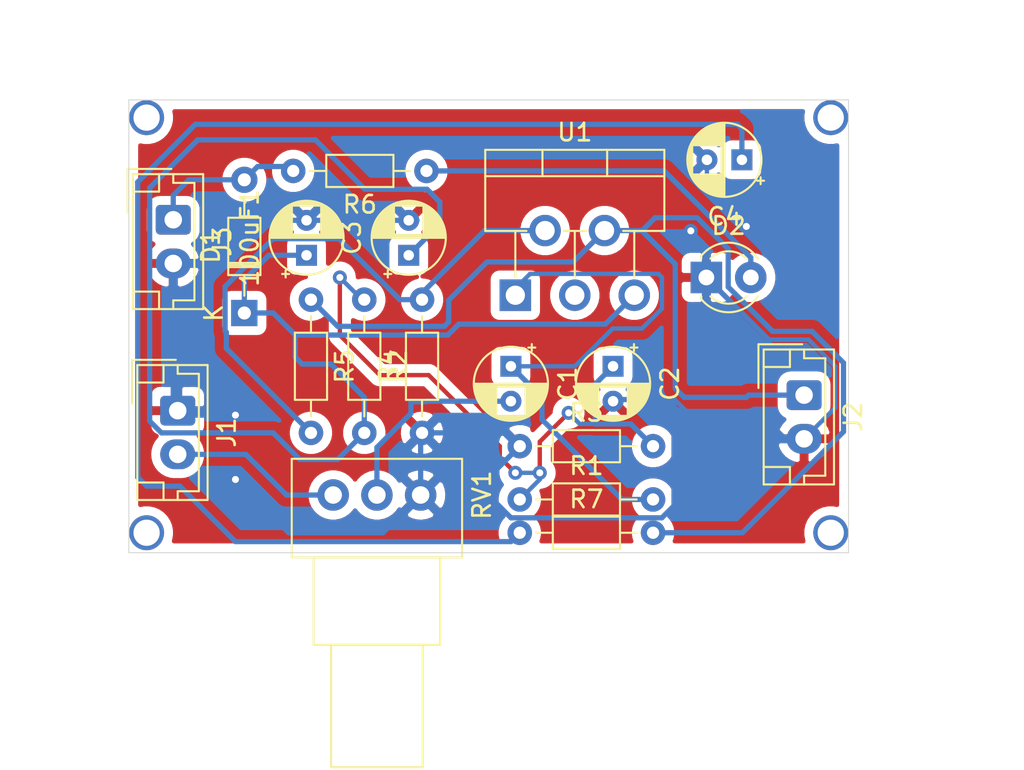
<source format=kicad_pcb>
(kicad_pcb (version 20171130) (host pcbnew 5.1.10-88a1d61d58~90~ubuntu20.10.1)

  (general
    (thickness 1.6)
    (drawings 6)
    (tracks 177)
    (zones 0)
    (modules 19)
    (nets 13)
  )

  (page A4)
  (layers
    (0 F.Cu signal)
    (31 B.Cu signal)
    (32 B.Adhes user)
    (33 F.Adhes user)
    (34 B.Paste user)
    (35 F.Paste user)
    (36 B.SilkS user)
    (37 F.SilkS user)
    (38 B.Mask user)
    (39 F.Mask user)
    (40 Dwgs.User user)
    (41 Cmts.User user)
    (42 Eco1.User user)
    (43 Eco2.User user)
    (44 Edge.Cuts user)
    (45 Margin user)
    (46 B.CrtYd user)
    (47 F.CrtYd user)
    (48 B.Fab user)
    (49 F.Fab user)
  )

  (setup
    (last_trace_width 0.25)
    (trace_clearance 0.2)
    (zone_clearance 0.508)
    (zone_45_only no)
    (trace_min 0.2)
    (via_size 0.8)
    (via_drill 0.4)
    (via_min_size 0.4)
    (via_min_drill 0.3)
    (uvia_size 0.3)
    (uvia_drill 0.1)
    (uvias_allowed no)
    (uvia_min_size 0.2)
    (uvia_min_drill 0.1)
    (edge_width 0.05)
    (segment_width 0.2)
    (pcb_text_width 0.3)
    (pcb_text_size 1.5 1.5)
    (mod_edge_width 0.12)
    (mod_text_size 1 1)
    (mod_text_width 0.15)
    (pad_size 3 3)
    (pad_drill 2)
    (pad_to_mask_clearance 0)
    (aux_axis_origin 0 0)
    (visible_elements FFFFFF7F)
    (pcbplotparams
      (layerselection 0x010fc_ffffffff)
      (usegerberextensions false)
      (usegerberattributes true)
      (usegerberadvancedattributes true)
      (creategerberjobfile true)
      (excludeedgelayer true)
      (linewidth 0.100000)
      (plotframeref false)
      (viasonmask false)
      (mode 1)
      (useauxorigin false)
      (hpglpennumber 1)
      (hpglpenspeed 20)
      (hpglpendiameter 15.000000)
      (psnegative false)
      (psa4output false)
      (plotreference true)
      (plotvalue true)
      (plotinvisibletext false)
      (padsonsilk false)
      (subtractmaskfromsilk false)
      (outputformat 1)
      (mirror false)
      (drillshape 1)
      (scaleselection 1)
      (outputdirectory ""))
  )

  (net 0 "")
  (net 1 GND)
  (net 2 "Net-(100uF1-Pad1)")
  (net 3 "Net-(C1-Pad2)")
  (net 4 "Net-(C1-Pad1)")
  (net 5 "Net-(C2-Pad1)")
  (net 6 +12V)
  (net 7 "Net-(J1-Pad2)")
  (net 8 "Net-(J2-Pad1)")
  (net 9 "Net-(R4-Pad2)")
  (net 10 "Net-(U1-Pad3)")
  (net 11 "Net-(D2-Pad2)")
  (net 12 "Net-(C4-Pad1)")

  (net_class Default "This is the default net class."
    (clearance 0.2)
    (trace_width 0.25)
    (via_dia 0.8)
    (via_drill 0.4)
    (uvia_dia 0.3)
    (uvia_drill 0.1)
    (add_net +12V)
    (add_net GND)
    (add_net "Net-(100uF1-Pad1)")
    (add_net "Net-(C1-Pad1)")
    (add_net "Net-(C1-Pad2)")
    (add_net "Net-(C2-Pad1)")
    (add_net "Net-(C4-Pad1)")
    (add_net "Net-(D2-Pad2)")
    (add_net "Net-(J1-Pad2)")
    (add_net "Net-(J2-Pad1)")
    (add_net "Net-(R4-Pad2)")
    (add_net "Net-(U1-Pad3)")
  )

  (module Resistor_THT:R_Axial_DIN0204_L3.6mm_D1.6mm_P7.62mm_Horizontal (layer F.Cu) (tedit 5AE5139B) (tstamp 6131F609)
    (at 73.152 76.581)
    (descr "Resistor, Axial_DIN0204 series, Axial, Horizontal, pin pitch=7.62mm, 0.167W, length*diameter=3.6*1.6mm^2, http://cdn-reichelt.de/documents/datenblatt/B400/1_4W%23YAG.pdf")
    (tags "Resistor Axial_DIN0204 series Axial Horizontal pin pitch 7.62mm 0.167W length 3.6mm diameter 1.6mm")
    (path /6135A254)
    (fp_text reference R7 (at 3.81 -1.92) (layer F.SilkS)
      (effects (font (size 1 1) (thickness 0.15)))
    )
    (fp_text value 10R (at 3.81 1.92) (layer F.Fab)
      (effects (font (size 1 1) (thickness 0.15)))
    )
    (fp_text user %R (at 3.81 0) (layer F.Fab)
      (effects (font (size 0.72 0.72) (thickness 0.108)))
    )
    (fp_line (start 2.01 -0.8) (end 2.01 0.8) (layer F.Fab) (width 0.1))
    (fp_line (start 2.01 0.8) (end 5.61 0.8) (layer F.Fab) (width 0.1))
    (fp_line (start 5.61 0.8) (end 5.61 -0.8) (layer F.Fab) (width 0.1))
    (fp_line (start 5.61 -0.8) (end 2.01 -0.8) (layer F.Fab) (width 0.1))
    (fp_line (start 0 0) (end 2.01 0) (layer F.Fab) (width 0.1))
    (fp_line (start 7.62 0) (end 5.61 0) (layer F.Fab) (width 0.1))
    (fp_line (start 1.89 -0.92) (end 1.89 0.92) (layer F.SilkS) (width 0.12))
    (fp_line (start 1.89 0.92) (end 5.73 0.92) (layer F.SilkS) (width 0.12))
    (fp_line (start 5.73 0.92) (end 5.73 -0.92) (layer F.SilkS) (width 0.12))
    (fp_line (start 5.73 -0.92) (end 1.89 -0.92) (layer F.SilkS) (width 0.12))
    (fp_line (start 0.94 0) (end 1.89 0) (layer F.SilkS) (width 0.12))
    (fp_line (start 6.68 0) (end 5.73 0) (layer F.SilkS) (width 0.12))
    (fp_line (start -0.95 -1.05) (end -0.95 1.05) (layer F.CrtYd) (width 0.05))
    (fp_line (start -0.95 1.05) (end 8.57 1.05) (layer F.CrtYd) (width 0.05))
    (fp_line (start 8.57 1.05) (end 8.57 -1.05) (layer F.CrtYd) (width 0.05))
    (fp_line (start 8.57 -1.05) (end -0.95 -1.05) (layer F.CrtYd) (width 0.05))
    (pad 2 thru_hole oval (at 7.62 0) (size 1.4 1.4) (drill 0.7) (layers *.Cu *.Mask)
      (net 8 "Net-(J2-Pad1)"))
    (pad 1 thru_hole circle (at 0 0) (size 1.4 1.4) (drill 0.7) (layers *.Cu *.Mask)
      (net 12 "Net-(C4-Pad1)"))
    (model ${KISYS3DMOD}/Resistor_THT.3dshapes/R_Axial_DIN0204_L3.6mm_D1.6mm_P7.62mm_Horizontal.wrl
      (at (xyz 0 0 0))
      (scale (xyz 1 1 1))
      (rotate (xyz 0 0 0))
    )
  )

  (module Capacitor_THT:CP_Radial_D4.0mm_P2.00mm (layer F.Cu) (tedit 5AE50EF0) (tstamp 6131F3D0)
    (at 85.852 55.245 180)
    (descr "CP, Radial series, Radial, pin pitch=2.00mm, , diameter=4mm, Electrolytic Capacitor")
    (tags "CP Radial series Radial pin pitch 2.00mm  diameter 4mm Electrolytic Capacitor")
    (path /613594E2)
    (fp_text reference C4 (at 1 -3.25) (layer F.SilkS)
      (effects (font (size 1 1) (thickness 0.15)))
    )
    (fp_text value 0.1uF (at 1 3.25) (layer F.Fab)
      (effects (font (size 1 1) (thickness 0.15)))
    )
    (fp_text user %R (at 1 0) (layer F.Fab)
      (effects (font (size 0.8 0.8) (thickness 0.12)))
    )
    (fp_circle (center 1 0) (end 3 0) (layer F.Fab) (width 0.1))
    (fp_circle (center 1 0) (end 3.12 0) (layer F.SilkS) (width 0.12))
    (fp_circle (center 1 0) (end 3.25 0) (layer F.CrtYd) (width 0.05))
    (fp_line (start -0.702554 -0.8675) (end -0.302554 -0.8675) (layer F.Fab) (width 0.1))
    (fp_line (start -0.502554 -1.0675) (end -0.502554 -0.6675) (layer F.Fab) (width 0.1))
    (fp_line (start 1 -2.08) (end 1 2.08) (layer F.SilkS) (width 0.12))
    (fp_line (start 1.04 -2.08) (end 1.04 2.08) (layer F.SilkS) (width 0.12))
    (fp_line (start 1.08 -2.079) (end 1.08 2.079) (layer F.SilkS) (width 0.12))
    (fp_line (start 1.12 -2.077) (end 1.12 2.077) (layer F.SilkS) (width 0.12))
    (fp_line (start 1.16 -2.074) (end 1.16 2.074) (layer F.SilkS) (width 0.12))
    (fp_line (start 1.2 -2.071) (end 1.2 -0.84) (layer F.SilkS) (width 0.12))
    (fp_line (start 1.2 0.84) (end 1.2 2.071) (layer F.SilkS) (width 0.12))
    (fp_line (start 1.24 -2.067) (end 1.24 -0.84) (layer F.SilkS) (width 0.12))
    (fp_line (start 1.24 0.84) (end 1.24 2.067) (layer F.SilkS) (width 0.12))
    (fp_line (start 1.28 -2.062) (end 1.28 -0.84) (layer F.SilkS) (width 0.12))
    (fp_line (start 1.28 0.84) (end 1.28 2.062) (layer F.SilkS) (width 0.12))
    (fp_line (start 1.32 -2.056) (end 1.32 -0.84) (layer F.SilkS) (width 0.12))
    (fp_line (start 1.32 0.84) (end 1.32 2.056) (layer F.SilkS) (width 0.12))
    (fp_line (start 1.36 -2.05) (end 1.36 -0.84) (layer F.SilkS) (width 0.12))
    (fp_line (start 1.36 0.84) (end 1.36 2.05) (layer F.SilkS) (width 0.12))
    (fp_line (start 1.4 -2.042) (end 1.4 -0.84) (layer F.SilkS) (width 0.12))
    (fp_line (start 1.4 0.84) (end 1.4 2.042) (layer F.SilkS) (width 0.12))
    (fp_line (start 1.44 -2.034) (end 1.44 -0.84) (layer F.SilkS) (width 0.12))
    (fp_line (start 1.44 0.84) (end 1.44 2.034) (layer F.SilkS) (width 0.12))
    (fp_line (start 1.48 -2.025) (end 1.48 -0.84) (layer F.SilkS) (width 0.12))
    (fp_line (start 1.48 0.84) (end 1.48 2.025) (layer F.SilkS) (width 0.12))
    (fp_line (start 1.52 -2.016) (end 1.52 -0.84) (layer F.SilkS) (width 0.12))
    (fp_line (start 1.52 0.84) (end 1.52 2.016) (layer F.SilkS) (width 0.12))
    (fp_line (start 1.56 -2.005) (end 1.56 -0.84) (layer F.SilkS) (width 0.12))
    (fp_line (start 1.56 0.84) (end 1.56 2.005) (layer F.SilkS) (width 0.12))
    (fp_line (start 1.6 -1.994) (end 1.6 -0.84) (layer F.SilkS) (width 0.12))
    (fp_line (start 1.6 0.84) (end 1.6 1.994) (layer F.SilkS) (width 0.12))
    (fp_line (start 1.64 -1.982) (end 1.64 -0.84) (layer F.SilkS) (width 0.12))
    (fp_line (start 1.64 0.84) (end 1.64 1.982) (layer F.SilkS) (width 0.12))
    (fp_line (start 1.68 -1.968) (end 1.68 -0.84) (layer F.SilkS) (width 0.12))
    (fp_line (start 1.68 0.84) (end 1.68 1.968) (layer F.SilkS) (width 0.12))
    (fp_line (start 1.721 -1.954) (end 1.721 -0.84) (layer F.SilkS) (width 0.12))
    (fp_line (start 1.721 0.84) (end 1.721 1.954) (layer F.SilkS) (width 0.12))
    (fp_line (start 1.761 -1.94) (end 1.761 -0.84) (layer F.SilkS) (width 0.12))
    (fp_line (start 1.761 0.84) (end 1.761 1.94) (layer F.SilkS) (width 0.12))
    (fp_line (start 1.801 -1.924) (end 1.801 -0.84) (layer F.SilkS) (width 0.12))
    (fp_line (start 1.801 0.84) (end 1.801 1.924) (layer F.SilkS) (width 0.12))
    (fp_line (start 1.841 -1.907) (end 1.841 -0.84) (layer F.SilkS) (width 0.12))
    (fp_line (start 1.841 0.84) (end 1.841 1.907) (layer F.SilkS) (width 0.12))
    (fp_line (start 1.881 -1.889) (end 1.881 -0.84) (layer F.SilkS) (width 0.12))
    (fp_line (start 1.881 0.84) (end 1.881 1.889) (layer F.SilkS) (width 0.12))
    (fp_line (start 1.921 -1.87) (end 1.921 -0.84) (layer F.SilkS) (width 0.12))
    (fp_line (start 1.921 0.84) (end 1.921 1.87) (layer F.SilkS) (width 0.12))
    (fp_line (start 1.961 -1.851) (end 1.961 -0.84) (layer F.SilkS) (width 0.12))
    (fp_line (start 1.961 0.84) (end 1.961 1.851) (layer F.SilkS) (width 0.12))
    (fp_line (start 2.001 -1.83) (end 2.001 -0.84) (layer F.SilkS) (width 0.12))
    (fp_line (start 2.001 0.84) (end 2.001 1.83) (layer F.SilkS) (width 0.12))
    (fp_line (start 2.041 -1.808) (end 2.041 -0.84) (layer F.SilkS) (width 0.12))
    (fp_line (start 2.041 0.84) (end 2.041 1.808) (layer F.SilkS) (width 0.12))
    (fp_line (start 2.081 -1.785) (end 2.081 -0.84) (layer F.SilkS) (width 0.12))
    (fp_line (start 2.081 0.84) (end 2.081 1.785) (layer F.SilkS) (width 0.12))
    (fp_line (start 2.121 -1.76) (end 2.121 -0.84) (layer F.SilkS) (width 0.12))
    (fp_line (start 2.121 0.84) (end 2.121 1.76) (layer F.SilkS) (width 0.12))
    (fp_line (start 2.161 -1.735) (end 2.161 -0.84) (layer F.SilkS) (width 0.12))
    (fp_line (start 2.161 0.84) (end 2.161 1.735) (layer F.SilkS) (width 0.12))
    (fp_line (start 2.201 -1.708) (end 2.201 -0.84) (layer F.SilkS) (width 0.12))
    (fp_line (start 2.201 0.84) (end 2.201 1.708) (layer F.SilkS) (width 0.12))
    (fp_line (start 2.241 -1.68) (end 2.241 -0.84) (layer F.SilkS) (width 0.12))
    (fp_line (start 2.241 0.84) (end 2.241 1.68) (layer F.SilkS) (width 0.12))
    (fp_line (start 2.281 -1.65) (end 2.281 -0.84) (layer F.SilkS) (width 0.12))
    (fp_line (start 2.281 0.84) (end 2.281 1.65) (layer F.SilkS) (width 0.12))
    (fp_line (start 2.321 -1.619) (end 2.321 -0.84) (layer F.SilkS) (width 0.12))
    (fp_line (start 2.321 0.84) (end 2.321 1.619) (layer F.SilkS) (width 0.12))
    (fp_line (start 2.361 -1.587) (end 2.361 -0.84) (layer F.SilkS) (width 0.12))
    (fp_line (start 2.361 0.84) (end 2.361 1.587) (layer F.SilkS) (width 0.12))
    (fp_line (start 2.401 -1.552) (end 2.401 -0.84) (layer F.SilkS) (width 0.12))
    (fp_line (start 2.401 0.84) (end 2.401 1.552) (layer F.SilkS) (width 0.12))
    (fp_line (start 2.441 -1.516) (end 2.441 -0.84) (layer F.SilkS) (width 0.12))
    (fp_line (start 2.441 0.84) (end 2.441 1.516) (layer F.SilkS) (width 0.12))
    (fp_line (start 2.481 -1.478) (end 2.481 -0.84) (layer F.SilkS) (width 0.12))
    (fp_line (start 2.481 0.84) (end 2.481 1.478) (layer F.SilkS) (width 0.12))
    (fp_line (start 2.521 -1.438) (end 2.521 -0.84) (layer F.SilkS) (width 0.12))
    (fp_line (start 2.521 0.84) (end 2.521 1.438) (layer F.SilkS) (width 0.12))
    (fp_line (start 2.561 -1.396) (end 2.561 -0.84) (layer F.SilkS) (width 0.12))
    (fp_line (start 2.561 0.84) (end 2.561 1.396) (layer F.SilkS) (width 0.12))
    (fp_line (start 2.601 -1.351) (end 2.601 -0.84) (layer F.SilkS) (width 0.12))
    (fp_line (start 2.601 0.84) (end 2.601 1.351) (layer F.SilkS) (width 0.12))
    (fp_line (start 2.641 -1.304) (end 2.641 -0.84) (layer F.SilkS) (width 0.12))
    (fp_line (start 2.641 0.84) (end 2.641 1.304) (layer F.SilkS) (width 0.12))
    (fp_line (start 2.681 -1.254) (end 2.681 -0.84) (layer F.SilkS) (width 0.12))
    (fp_line (start 2.681 0.84) (end 2.681 1.254) (layer F.SilkS) (width 0.12))
    (fp_line (start 2.721 -1.2) (end 2.721 -0.84) (layer F.SilkS) (width 0.12))
    (fp_line (start 2.721 0.84) (end 2.721 1.2) (layer F.SilkS) (width 0.12))
    (fp_line (start 2.761 -1.142) (end 2.761 -0.84) (layer F.SilkS) (width 0.12))
    (fp_line (start 2.761 0.84) (end 2.761 1.142) (layer F.SilkS) (width 0.12))
    (fp_line (start 2.801 -1.08) (end 2.801 -0.84) (layer F.SilkS) (width 0.12))
    (fp_line (start 2.801 0.84) (end 2.801 1.08) (layer F.SilkS) (width 0.12))
    (fp_line (start 2.841 -1.013) (end 2.841 1.013) (layer F.SilkS) (width 0.12))
    (fp_line (start 2.881 -0.94) (end 2.881 0.94) (layer F.SilkS) (width 0.12))
    (fp_line (start 2.921 -0.859) (end 2.921 0.859) (layer F.SilkS) (width 0.12))
    (fp_line (start 2.961 -0.768) (end 2.961 0.768) (layer F.SilkS) (width 0.12))
    (fp_line (start 3.001 -0.664) (end 3.001 0.664) (layer F.SilkS) (width 0.12))
    (fp_line (start 3.041 -0.537) (end 3.041 0.537) (layer F.SilkS) (width 0.12))
    (fp_line (start 3.081 -0.37) (end 3.081 0.37) (layer F.SilkS) (width 0.12))
    (fp_line (start -1.269801 -1.195) (end -0.869801 -1.195) (layer F.SilkS) (width 0.12))
    (fp_line (start -1.069801 -1.395) (end -1.069801 -0.995) (layer F.SilkS) (width 0.12))
    (pad 2 thru_hole circle (at 2 0 180) (size 1.2 1.2) (drill 0.6) (layers *.Cu *.Mask)
      (net 1 GND))
    (pad 1 thru_hole rect (at 0 0 180) (size 1.2 1.2) (drill 0.6) (layers *.Cu *.Mask)
      (net 12 "Net-(C4-Pad1)"))
    (model ${KISYS3DMOD}/Capacitor_THT.3dshapes/CP_Radial_D4.0mm_P2.00mm.wrl
      (at (xyz 0 0 0))
      (scale (xyz 1 1 1))
      (rotate (xyz 0 0 0))
    )
  )

  (module Resistor_THT:R_Axial_DIN0204_L3.6mm_D1.6mm_P7.62mm_Horizontal (layer F.Cu) (tedit 5AE5139B) (tstamp 6131E4CC)
    (at 67.818 55.88 180)
    (descr "Resistor, Axial_DIN0204 series, Axial, Horizontal, pin pitch=7.62mm, 0.167W, length*diameter=3.6*1.6mm^2, http://cdn-reichelt.de/documents/datenblatt/B400/1_4W%23YAG.pdf")
    (tags "Resistor Axial_DIN0204 series Axial Horizontal pin pitch 7.62mm 0.167W length 3.6mm diameter 1.6mm")
    (path /6134B01C)
    (fp_text reference R6 (at 3.81 -1.92) (layer F.SilkS)
      (effects (font (size 1 1) (thickness 0.15)))
    )
    (fp_text value 4.7k (at 3.81 1.92) (layer F.Fab)
      (effects (font (size 1 1) (thickness 0.15)))
    )
    (fp_text user %R (at 3.81 0) (layer F.Fab)
      (effects (font (size 0.72 0.72) (thickness 0.108)))
    )
    (fp_line (start 2.01 -0.8) (end 2.01 0.8) (layer F.Fab) (width 0.1))
    (fp_line (start 2.01 0.8) (end 5.61 0.8) (layer F.Fab) (width 0.1))
    (fp_line (start 5.61 0.8) (end 5.61 -0.8) (layer F.Fab) (width 0.1))
    (fp_line (start 5.61 -0.8) (end 2.01 -0.8) (layer F.Fab) (width 0.1))
    (fp_line (start 0 0) (end 2.01 0) (layer F.Fab) (width 0.1))
    (fp_line (start 7.62 0) (end 5.61 0) (layer F.Fab) (width 0.1))
    (fp_line (start 1.89 -0.92) (end 1.89 0.92) (layer F.SilkS) (width 0.12))
    (fp_line (start 1.89 0.92) (end 5.73 0.92) (layer F.SilkS) (width 0.12))
    (fp_line (start 5.73 0.92) (end 5.73 -0.92) (layer F.SilkS) (width 0.12))
    (fp_line (start 5.73 -0.92) (end 1.89 -0.92) (layer F.SilkS) (width 0.12))
    (fp_line (start 0.94 0) (end 1.89 0) (layer F.SilkS) (width 0.12))
    (fp_line (start 6.68 0) (end 5.73 0) (layer F.SilkS) (width 0.12))
    (fp_line (start -0.95 -1.05) (end -0.95 1.05) (layer F.CrtYd) (width 0.05))
    (fp_line (start -0.95 1.05) (end 8.57 1.05) (layer F.CrtYd) (width 0.05))
    (fp_line (start 8.57 1.05) (end 8.57 -1.05) (layer F.CrtYd) (width 0.05))
    (fp_line (start 8.57 -1.05) (end -0.95 -1.05) (layer F.CrtYd) (width 0.05))
    (pad 2 thru_hole oval (at 7.62 0 180) (size 1.4 1.4) (drill 0.7) (layers *.Cu *.Mask)
      (net 6 +12V))
    (pad 1 thru_hole circle (at 0 0 180) (size 1.4 1.4) (drill 0.7) (layers *.Cu *.Mask)
      (net 11 "Net-(D2-Pad2)"))
    (model ${KISYS3DMOD}/Resistor_THT.3dshapes/R_Axial_DIN0204_L3.6mm_D1.6mm_P7.62mm_Horizontal.wrl
      (at (xyz 0 0 0))
      (scale (xyz 1 1 1))
      (rotate (xyz 0 0 0))
    )
  )

  (module LED_THT:LED_D3.0mm (layer F.Cu) (tedit 587A3A7B) (tstamp 6131E31F)
    (at 83.82 61.976)
    (descr "LED, diameter 3.0mm, 2 pins")
    (tags "LED diameter 3.0mm 2 pins")
    (path /6134BD04)
    (fp_text reference D2 (at 1.27 -2.96) (layer F.SilkS)
      (effects (font (size 1 1) (thickness 0.15)))
    )
    (fp_text value LED (at 1.27 2.96) (layer F.Fab)
      (effects (font (size 1 1) (thickness 0.15)))
    )
    (fp_arc (start 1.27 0) (end 0.229039 1.08) (angle -87.9) (layer F.SilkS) (width 0.12))
    (fp_arc (start 1.27 0) (end 0.229039 -1.08) (angle 87.9) (layer F.SilkS) (width 0.12))
    (fp_arc (start 1.27 0) (end -0.29 1.235516) (angle -108.8) (layer F.SilkS) (width 0.12))
    (fp_arc (start 1.27 0) (end -0.29 -1.235516) (angle 108.8) (layer F.SilkS) (width 0.12))
    (fp_arc (start 1.27 0) (end -0.23 -1.16619) (angle 284.3) (layer F.Fab) (width 0.1))
    (fp_circle (center 1.27 0) (end 2.77 0) (layer F.Fab) (width 0.1))
    (fp_line (start -0.23 -1.16619) (end -0.23 1.16619) (layer F.Fab) (width 0.1))
    (fp_line (start -0.29 -1.236) (end -0.29 -1.08) (layer F.SilkS) (width 0.12))
    (fp_line (start -0.29 1.08) (end -0.29 1.236) (layer F.SilkS) (width 0.12))
    (fp_line (start -1.15 -2.25) (end -1.15 2.25) (layer F.CrtYd) (width 0.05))
    (fp_line (start -1.15 2.25) (end 3.7 2.25) (layer F.CrtYd) (width 0.05))
    (fp_line (start 3.7 2.25) (end 3.7 -2.25) (layer F.CrtYd) (width 0.05))
    (fp_line (start 3.7 -2.25) (end -1.15 -2.25) (layer F.CrtYd) (width 0.05))
    (pad 2 thru_hole circle (at 2.54 0) (size 1.8 1.8) (drill 0.9) (layers *.Cu *.Mask)
      (net 11 "Net-(D2-Pad2)"))
    (pad 1 thru_hole rect (at 0 0) (size 1.8 1.8) (drill 0.9) (layers *.Cu *.Mask)
      (net 1 GND))
    (model ${KISYS3DMOD}/LED_THT.3dshapes/LED_D3.0mm.wrl
      (at (xyz 0 0 0))
      (scale (xyz 1 1 1))
      (rotate (xyz 0 0 0))
    )
  )

  (module Connector_JST:JST_EH_B2B-EH-A_1x02_P2.50mm_Vertical (layer F.Cu) (tedit 5C28142C) (tstamp 6131C8F0)
    (at 53.34 58.674 270)
    (descr "JST EH series connector, B2B-EH-A (http://www.jst-mfg.com/product/pdf/eng/eEH.pdf), generated with kicad-footprint-generator")
    (tags "connector JST EH vertical")
    (path /61335566)
    (fp_text reference J3 (at 1.25 -2.8 90) (layer F.SilkS)
      (effects (font (size 1 1) (thickness 0.15)))
    )
    (fp_text value 12V_IN (at 1.25 3.4 90) (layer F.Fab)
      (effects (font (size 1 1) (thickness 0.15)))
    )
    (fp_text user %R (at 1.25 1.5 90) (layer F.Fab)
      (effects (font (size 1 1) (thickness 0.15)))
    )
    (fp_line (start -2.5 -1.6) (end -2.5 2.2) (layer F.Fab) (width 0.1))
    (fp_line (start -2.5 2.2) (end 5 2.2) (layer F.Fab) (width 0.1))
    (fp_line (start 5 2.2) (end 5 -1.6) (layer F.Fab) (width 0.1))
    (fp_line (start 5 -1.6) (end -2.5 -1.6) (layer F.Fab) (width 0.1))
    (fp_line (start -3 -2.1) (end -3 2.7) (layer F.CrtYd) (width 0.05))
    (fp_line (start -3 2.7) (end 5.5 2.7) (layer F.CrtYd) (width 0.05))
    (fp_line (start 5.5 2.7) (end 5.5 -2.1) (layer F.CrtYd) (width 0.05))
    (fp_line (start 5.5 -2.1) (end -3 -2.1) (layer F.CrtYd) (width 0.05))
    (fp_line (start -2.61 -1.71) (end -2.61 2.31) (layer F.SilkS) (width 0.12))
    (fp_line (start -2.61 2.31) (end 5.11 2.31) (layer F.SilkS) (width 0.12))
    (fp_line (start 5.11 2.31) (end 5.11 -1.71) (layer F.SilkS) (width 0.12))
    (fp_line (start 5.11 -1.71) (end -2.61 -1.71) (layer F.SilkS) (width 0.12))
    (fp_line (start -2.61 0) (end -2.11 0) (layer F.SilkS) (width 0.12))
    (fp_line (start -2.11 0) (end -2.11 -1.21) (layer F.SilkS) (width 0.12))
    (fp_line (start -2.11 -1.21) (end 4.61 -1.21) (layer F.SilkS) (width 0.12))
    (fp_line (start 4.61 -1.21) (end 4.61 0) (layer F.SilkS) (width 0.12))
    (fp_line (start 4.61 0) (end 5.11 0) (layer F.SilkS) (width 0.12))
    (fp_line (start -2.61 0.81) (end -1.61 0.81) (layer F.SilkS) (width 0.12))
    (fp_line (start -1.61 0.81) (end -1.61 2.31) (layer F.SilkS) (width 0.12))
    (fp_line (start 5.11 0.81) (end 4.11 0.81) (layer F.SilkS) (width 0.12))
    (fp_line (start 4.11 0.81) (end 4.11 2.31) (layer F.SilkS) (width 0.12))
    (fp_line (start -2.91 0.11) (end -2.91 2.61) (layer F.SilkS) (width 0.12))
    (fp_line (start -2.91 2.61) (end -0.41 2.61) (layer F.SilkS) (width 0.12))
    (fp_line (start -2.91 0.11) (end -2.91 2.61) (layer F.Fab) (width 0.1))
    (fp_line (start -2.91 2.61) (end -0.41 2.61) (layer F.Fab) (width 0.1))
    (pad 2 thru_hole oval (at 2.5 0 270) (size 1.7 2) (drill 1) (layers *.Cu *.Mask)
      (net 1 GND))
    (pad 1 thru_hole roundrect (at 0 0 270) (size 1.7 2) (drill 1) (layers *.Cu *.Mask) (roundrect_rratio 0.147059)
      (net 6 +12V))
    (model ${KISYS3DMOD}/Connector_JST.3dshapes/JST_EH_B2B-EH-A_1x02_P2.50mm_Vertical.wrl
      (at (xyz 0 0 0))
      (scale (xyz 1 1 1))
      (rotate (xyz 0 0 0))
    )
  )

  (module Package_TO_SOT_THT:TO-220-5_P3.4x3.7mm_StaggerOdd_Lead3.8mm_Vertical (layer F.Cu) (tedit 5AF05A31) (tstamp 61314908)
    (at 72.898 62.992)
    (descr "TO-220-5, Vertical, RM 1.7mm, Pentawatt, Multiwatt-5, staggered type-1, see http://www.analog.com/media/en/package-pcb-resources/package/pkg_pdf/ltc-legacy-to-220/to-220_5_05-08-1421.pdf?domain=www.linear.com, https://www.diodes.com/assets/Package-Files/TO220-5.pdf")
    (tags "TO-220-5 Vertical RM 1.7mm Pentawatt Multiwatt-5 staggered type-1")
    (path /6130B3A7)
    (fp_text reference U1 (at 3.4 -9.32) (layer F.SilkS)
      (effects (font (size 1 1) (thickness 0.15)))
    )
    (fp_text value TDA2030 (at 3.4 2.15) (layer F.Fab)
      (effects (font (size 1 1) (thickness 0.15)))
    )
    (fp_text user %R (at 3.4 -9.32) (layer F.Fab)
      (effects (font (size 1 1) (thickness 0.15)))
    )
    (fp_line (start -1.6 -8.2) (end -1.6 -3.8) (layer F.Fab) (width 0.1))
    (fp_line (start -1.6 -3.8) (end 8.4 -3.8) (layer F.Fab) (width 0.1))
    (fp_line (start 8.4 -3.8) (end 8.4 -8.2) (layer F.Fab) (width 0.1))
    (fp_line (start 8.4 -8.2) (end -1.6 -8.2) (layer F.Fab) (width 0.1))
    (fp_line (start -1.6 -6.93) (end 8.4 -6.93) (layer F.Fab) (width 0.1))
    (fp_line (start 1.55 -8.2) (end 1.55 -6.93) (layer F.Fab) (width 0.1))
    (fp_line (start 5.25 -8.2) (end 5.25 -6.93) (layer F.Fab) (width 0.1))
    (fp_line (start 0 -3.8) (end 0 0) (layer F.Fab) (width 0.1))
    (fp_line (start 1.7 -3.8) (end 1.7 -3.7) (layer F.Fab) (width 0.1))
    (fp_line (start 3.4 -3.8) (end 3.4 0) (layer F.Fab) (width 0.1))
    (fp_line (start 5.1 -3.8) (end 5.1 -3.7) (layer F.Fab) (width 0.1))
    (fp_line (start 6.8 -3.8) (end 6.8 0) (layer F.Fab) (width 0.1))
    (fp_line (start -1.721 -8.32) (end 8.52 -8.32) (layer F.SilkS) (width 0.12))
    (fp_line (start -1.721 -3.679) (end 0.635 -3.679) (layer F.SilkS) (width 0.12))
    (fp_line (start 2.765 -3.679) (end 4.035 -3.679) (layer F.SilkS) (width 0.12))
    (fp_line (start 6.165 -3.679) (end 8.52 -3.679) (layer F.SilkS) (width 0.12))
    (fp_line (start -1.721 -8.32) (end -1.721 -3.679) (layer F.SilkS) (width 0.12))
    (fp_line (start 8.52 -8.32) (end 8.52 -3.679) (layer F.SilkS) (width 0.12))
    (fp_line (start -1.721 -6.811) (end 8.52 -6.811) (layer F.SilkS) (width 0.12))
    (fp_line (start 1.55 -8.32) (end 1.55 -6.811) (layer F.SilkS) (width 0.12))
    (fp_line (start 5.25 -8.32) (end 5.25 -6.811) (layer F.SilkS) (width 0.12))
    (fp_line (start 0 -3.679) (end 0 -1.049) (layer F.SilkS) (width 0.12))
    (fp_line (start 3.4 -3.679) (end 3.4 -1.065) (layer F.SilkS) (width 0.12))
    (fp_line (start 6.8 -3.679) (end 6.8 -1.065) (layer F.SilkS) (width 0.12))
    (fp_line (start -1.85 -8.45) (end -1.85 1.15) (layer F.CrtYd) (width 0.05))
    (fp_line (start -1.85 1.15) (end 8.65 1.15) (layer F.CrtYd) (width 0.05))
    (fp_line (start 8.65 1.15) (end 8.65 -8.45) (layer F.CrtYd) (width 0.05))
    (fp_line (start 8.65 -8.45) (end -1.85 -8.45) (layer F.CrtYd) (width 0.05))
    (pad 5 thru_hole oval (at 6.8 0) (size 1.8 1.8) (drill 1.1) (layers *.Cu *.Mask)
      (net 2 "Net-(100uF1-Pad1)"))
    (pad 4 thru_hole oval (at 5.1 -3.7) (size 1.8 1.8) (drill 1.1) (layers *.Cu *.Mask)
      (net 8 "Net-(J2-Pad1)"))
    (pad 3 thru_hole oval (at 3.4 0) (size 1.8 1.8) (drill 1.1) (layers *.Cu *.Mask)
      (net 10 "Net-(U1-Pad3)"))
    (pad 2 thru_hole oval (at 1.7 -3.7) (size 1.8 1.8) (drill 1.1) (layers *.Cu *.Mask)
      (net 9 "Net-(R4-Pad2)"))
    (pad 1 thru_hole rect (at 0 0) (size 1.8 1.8) (drill 1.1) (layers *.Cu *.Mask)
      (net 4 "Net-(C1-Pad1)"))
    (model ${KISYS3DMOD}/Package_TO_SOT_THT.3dshapes/TO-220-5_P3.4x3.7mm_StaggerOdd_Lead3.8mm_Vertical.wrl
      (at (xyz 0 0 0))
      (scale (xyz 1 1 1))
      (rotate (xyz 0 0 0))
    )
  )

  (module Potentiometer_THT:Potentiometer_Alps_RK09Y11_Single_Horizontal (layer F.Cu) (tedit 5A3D4993) (tstamp 613148E2)
    (at 62.484 74.422 270)
    (descr "Potentiometer, horizontal, Alps RK09Y11 Single, http://www.alps.com/prod/info/E/HTML/Potentiometer/RotaryPotentiometers/RK09Y11/RK09Y11_list.html")
    (tags "Potentiometer horizontal Alps RK09Y11 Single")
    (path /61320C88)
    (fp_text reference RV1 (at 0 -8.5 90) (layer F.SilkS)
      (effects (font (size 1 1) (thickness 0.15)))
    )
    (fp_text value R_POT (at 0 3.5 90) (layer F.Fab)
      (effects (font (size 1 1) (thickness 0.15)))
    )
    (fp_text user %R (at 0.75 -2.5 90) (layer F.Fab)
      (effects (font (size 1 1) (thickness 0.15)))
    )
    (fp_line (start -1.95 -7.25) (end -1.95 2.25) (layer F.Fab) (width 0.1))
    (fp_line (start -1.95 2.25) (end 3.45 2.25) (layer F.Fab) (width 0.1))
    (fp_line (start 3.45 2.25) (end 3.45 -7.25) (layer F.Fab) (width 0.1))
    (fp_line (start 3.45 -7.25) (end -1.95 -7.25) (layer F.Fab) (width 0.1))
    (fp_line (start 3.45 -6) (end 3.45 1) (layer F.Fab) (width 0.1))
    (fp_line (start 3.45 1) (end 8.45 1) (layer F.Fab) (width 0.1))
    (fp_line (start 8.45 1) (end 8.45 -6) (layer F.Fab) (width 0.1))
    (fp_line (start 8.45 -6) (end 3.45 -6) (layer F.Fab) (width 0.1))
    (fp_line (start 8.45 -5) (end 8.45 0) (layer F.Fab) (width 0.1))
    (fp_line (start 8.45 0) (end 15.45 0) (layer F.Fab) (width 0.1))
    (fp_line (start 15.45 0) (end 15.45 -5) (layer F.Fab) (width 0.1))
    (fp_line (start 15.45 -5) (end 8.45 -5) (layer F.Fab) (width 0.1))
    (fp_line (start -2.071 -7.37) (end 3.57 -7.37) (layer F.SilkS) (width 0.12))
    (fp_line (start -2.071 2.37) (end 3.57 2.37) (layer F.SilkS) (width 0.12))
    (fp_line (start -2.071 -7.37) (end -2.071 2.37) (layer F.SilkS) (width 0.12))
    (fp_line (start 3.57 -7.37) (end 3.57 2.37) (layer F.SilkS) (width 0.12))
    (fp_line (start 3.57 -6.12) (end 8.57 -6.12) (layer F.SilkS) (width 0.12))
    (fp_line (start 3.57 1.12) (end 8.57 1.12) (layer F.SilkS) (width 0.12))
    (fp_line (start 3.57 -6.12) (end 3.57 1.12) (layer F.SilkS) (width 0.12))
    (fp_line (start 8.57 -6.12) (end 8.57 1.12) (layer F.SilkS) (width 0.12))
    (fp_line (start 8.57 -5.12) (end 15.57 -5.12) (layer F.SilkS) (width 0.12))
    (fp_line (start 8.57 0.12) (end 15.57 0.12) (layer F.SilkS) (width 0.12))
    (fp_line (start 8.57 -5.12) (end 8.57 0.12) (layer F.SilkS) (width 0.12))
    (fp_line (start 15.57 -5.12) (end 15.57 0.12) (layer F.SilkS) (width 0.12))
    (fp_line (start -2.2 -7.5) (end -2.2 2.5) (layer F.CrtYd) (width 0.05))
    (fp_line (start -2.2 2.5) (end 15.7 2.5) (layer F.CrtYd) (width 0.05))
    (fp_line (start 15.7 2.5) (end 15.7 -7.5) (layer F.CrtYd) (width 0.05))
    (fp_line (start 15.7 -7.5) (end -2.2 -7.5) (layer F.CrtYd) (width 0.05))
    (pad 1 thru_hole circle (at 0 0 270) (size 1.8 1.8) (drill 1) (layers *.Cu *.Mask)
      (net 7 "Net-(J1-Pad2)"))
    (pad 2 thru_hole circle (at 0 -2.5 270) (size 1.8 1.8) (drill 1) (layers *.Cu *.Mask)
      (net 3 "Net-(C1-Pad2)"))
    (pad 3 thru_hole circle (at 0 -5 270) (size 1.8 1.8) (drill 1) (layers *.Cu *.Mask)
      (net 1 GND))
    (model ${KISYS3DMOD}/Potentiometer_THT.3dshapes/Potentiometer_Alps_RK09Y11_Single_Horizontal.wrl
      (at (xyz 0 0 0))
      (scale (xyz 1 1 1))
      (rotate (xyz 0 0 0))
    )
  )

  (module Resistor_THT:R_Axial_DIN0204_L3.6mm_D1.6mm_P7.62mm_Horizontal (layer F.Cu) (tedit 5AE5139B) (tstamp 613148BE)
    (at 61.214 63.246 270)
    (descr "Resistor, Axial_DIN0204 series, Axial, Horizontal, pin pitch=7.62mm, 0.167W, length*diameter=3.6*1.6mm^2, http://cdn-reichelt.de/documents/datenblatt/B400/1_4W%23YAG.pdf")
    (tags "Resistor Axial_DIN0204 series Axial Horizontal pin pitch 7.62mm 0.167W length 3.6mm diameter 1.6mm")
    (path /6130E19D)
    (fp_text reference R5 (at 3.81 -1.92 90) (layer F.SilkS)
      (effects (font (size 1 1) (thickness 0.15)))
    )
    (fp_text value 100k (at 3.81 1.92 90) (layer F.Fab)
      (effects (font (size 1 1) (thickness 0.15)))
    )
    (fp_text user %R (at 3.81 0 90) (layer F.Fab)
      (effects (font (size 0.72 0.72) (thickness 0.108)))
    )
    (fp_line (start 2.01 -0.8) (end 2.01 0.8) (layer F.Fab) (width 0.1))
    (fp_line (start 2.01 0.8) (end 5.61 0.8) (layer F.Fab) (width 0.1))
    (fp_line (start 5.61 0.8) (end 5.61 -0.8) (layer F.Fab) (width 0.1))
    (fp_line (start 5.61 -0.8) (end 2.01 -0.8) (layer F.Fab) (width 0.1))
    (fp_line (start 0 0) (end 2.01 0) (layer F.Fab) (width 0.1))
    (fp_line (start 7.62 0) (end 5.61 0) (layer F.Fab) (width 0.1))
    (fp_line (start 1.89 -0.92) (end 1.89 0.92) (layer F.SilkS) (width 0.12))
    (fp_line (start 1.89 0.92) (end 5.73 0.92) (layer F.SilkS) (width 0.12))
    (fp_line (start 5.73 0.92) (end 5.73 -0.92) (layer F.SilkS) (width 0.12))
    (fp_line (start 5.73 -0.92) (end 1.89 -0.92) (layer F.SilkS) (width 0.12))
    (fp_line (start 0.94 0) (end 1.89 0) (layer F.SilkS) (width 0.12))
    (fp_line (start 6.68 0) (end 5.73 0) (layer F.SilkS) (width 0.12))
    (fp_line (start -0.95 -1.05) (end -0.95 1.05) (layer F.CrtYd) (width 0.05))
    (fp_line (start -0.95 1.05) (end 8.57 1.05) (layer F.CrtYd) (width 0.05))
    (fp_line (start 8.57 1.05) (end 8.57 -1.05) (layer F.CrtYd) (width 0.05))
    (fp_line (start 8.57 -1.05) (end -0.95 -1.05) (layer F.CrtYd) (width 0.05))
    (pad 2 thru_hole oval (at 7.62 0 270) (size 1.4 1.4) (drill 0.7) (layers *.Cu *.Mask)
      (net 9 "Net-(R4-Pad2)"))
    (pad 1 thru_hole circle (at 0 0 270) (size 1.4 1.4) (drill 0.7) (layers *.Cu *.Mask)
      (net 8 "Net-(J2-Pad1)"))
    (model ${KISYS3DMOD}/Resistor_THT.3dshapes/R_Axial_DIN0204_L3.6mm_D1.6mm_P7.62mm_Horizontal.wrl
      (at (xyz 0 0 0))
      (scale (xyz 1 1 1))
      (rotate (xyz 0 0 0))
    )
  )

  (module Resistor_THT:R_Axial_DIN0204_L3.6mm_D1.6mm_P7.62mm_Horizontal (layer F.Cu) (tedit 5AE5139B) (tstamp 613148A7)
    (at 67.564 70.866 90)
    (descr "Resistor, Axial_DIN0204 series, Axial, Horizontal, pin pitch=7.62mm, 0.167W, length*diameter=3.6*1.6mm^2, http://cdn-reichelt.de/documents/datenblatt/B400/1_4W%23YAG.pdf")
    (tags "Resistor Axial_DIN0204 series Axial Horizontal pin pitch 7.62mm 0.167W length 3.6mm diameter 1.6mm")
    (path /6130EAFB)
    (fp_text reference R4 (at 3.81 -1.92 90) (layer F.SilkS)
      (effects (font (size 1 1) (thickness 0.15)))
    )
    (fp_text value 4.7k (at 3.81 1.92 90) (layer F.Fab)
      (effects (font (size 1 1) (thickness 0.15)))
    )
    (fp_text user %R (at 3.81 0 90) (layer F.Fab)
      (effects (font (size 0.72 0.72) (thickness 0.108)))
    )
    (fp_line (start 2.01 -0.8) (end 2.01 0.8) (layer F.Fab) (width 0.1))
    (fp_line (start 2.01 0.8) (end 5.61 0.8) (layer F.Fab) (width 0.1))
    (fp_line (start 5.61 0.8) (end 5.61 -0.8) (layer F.Fab) (width 0.1))
    (fp_line (start 5.61 -0.8) (end 2.01 -0.8) (layer F.Fab) (width 0.1))
    (fp_line (start 0 0) (end 2.01 0) (layer F.Fab) (width 0.1))
    (fp_line (start 7.62 0) (end 5.61 0) (layer F.Fab) (width 0.1))
    (fp_line (start 1.89 -0.92) (end 1.89 0.92) (layer F.SilkS) (width 0.12))
    (fp_line (start 1.89 0.92) (end 5.73 0.92) (layer F.SilkS) (width 0.12))
    (fp_line (start 5.73 0.92) (end 5.73 -0.92) (layer F.SilkS) (width 0.12))
    (fp_line (start 5.73 -0.92) (end 1.89 -0.92) (layer F.SilkS) (width 0.12))
    (fp_line (start 0.94 0) (end 1.89 0) (layer F.SilkS) (width 0.12))
    (fp_line (start 6.68 0) (end 5.73 0) (layer F.SilkS) (width 0.12))
    (fp_line (start -0.95 -1.05) (end -0.95 1.05) (layer F.CrtYd) (width 0.05))
    (fp_line (start -0.95 1.05) (end 8.57 1.05) (layer F.CrtYd) (width 0.05))
    (fp_line (start 8.57 1.05) (end 8.57 -1.05) (layer F.CrtYd) (width 0.05))
    (fp_line (start 8.57 -1.05) (end -0.95 -1.05) (layer F.CrtYd) (width 0.05))
    (pad 2 thru_hole oval (at 7.62 0 90) (size 1.4 1.4) (drill 0.7) (layers *.Cu *.Mask)
      (net 9 "Net-(R4-Pad2)"))
    (pad 1 thru_hole circle (at 0 0 90) (size 1.4 1.4) (drill 0.7) (layers *.Cu *.Mask)
      (net 1 GND))
    (model ${KISYS3DMOD}/Resistor_THT.3dshapes/R_Axial_DIN0204_L3.6mm_D1.6mm_P7.62mm_Horizontal.wrl
      (at (xyz 0 0 0))
      (scale (xyz 1 1 1))
      (rotate (xyz 0 0 0))
    )
  )

  (module Resistor_THT:R_Axial_DIN0204_L3.6mm_D1.6mm_P7.62mm_Horizontal (layer F.Cu) (tedit 5AE5139B) (tstamp 61314890)
    (at 73.152 71.628)
    (descr "Resistor, Axial_DIN0204 series, Axial, Horizontal, pin pitch=7.62mm, 0.167W, length*diameter=3.6*1.6mm^2, http://cdn-reichelt.de/documents/datenblatt/B400/1_4W%23YAG.pdf")
    (tags "Resistor Axial_DIN0204 series Axial Horizontal pin pitch 7.62mm 0.167W length 3.6mm diameter 1.6mm")
    (path /61315612)
    (fp_text reference R3 (at 3.81 -1.92) (layer F.SilkS)
      (effects (font (size 1 1) (thickness 0.15)))
    )
    (fp_text value 100k (at 3.81 1.92) (layer F.Fab)
      (effects (font (size 1 1) (thickness 0.15)))
    )
    (fp_text user %R (at 3.81 0) (layer F.Fab)
      (effects (font (size 0.72 0.72) (thickness 0.108)))
    )
    (fp_line (start 2.01 -0.8) (end 2.01 0.8) (layer F.Fab) (width 0.1))
    (fp_line (start 2.01 0.8) (end 5.61 0.8) (layer F.Fab) (width 0.1))
    (fp_line (start 5.61 0.8) (end 5.61 -0.8) (layer F.Fab) (width 0.1))
    (fp_line (start 5.61 -0.8) (end 2.01 -0.8) (layer F.Fab) (width 0.1))
    (fp_line (start 0 0) (end 2.01 0) (layer F.Fab) (width 0.1))
    (fp_line (start 7.62 0) (end 5.61 0) (layer F.Fab) (width 0.1))
    (fp_line (start 1.89 -0.92) (end 1.89 0.92) (layer F.SilkS) (width 0.12))
    (fp_line (start 1.89 0.92) (end 5.73 0.92) (layer F.SilkS) (width 0.12))
    (fp_line (start 5.73 0.92) (end 5.73 -0.92) (layer F.SilkS) (width 0.12))
    (fp_line (start 5.73 -0.92) (end 1.89 -0.92) (layer F.SilkS) (width 0.12))
    (fp_line (start 0.94 0) (end 1.89 0) (layer F.SilkS) (width 0.12))
    (fp_line (start 6.68 0) (end 5.73 0) (layer F.SilkS) (width 0.12))
    (fp_line (start -0.95 -1.05) (end -0.95 1.05) (layer F.CrtYd) (width 0.05))
    (fp_line (start -0.95 1.05) (end 8.57 1.05) (layer F.CrtYd) (width 0.05))
    (fp_line (start 8.57 1.05) (end 8.57 -1.05) (layer F.CrtYd) (width 0.05))
    (fp_line (start 8.57 -1.05) (end -0.95 -1.05) (layer F.CrtYd) (width 0.05))
    (pad 2 thru_hole oval (at 7.62 0) (size 1.4 1.4) (drill 0.7) (layers *.Cu *.Mask)
      (net 5 "Net-(C2-Pad1)"))
    (pad 1 thru_hole circle (at 0 0) (size 1.4 1.4) (drill 0.7) (layers *.Cu *.Mask)
      (net 1 GND))
    (model ${KISYS3DMOD}/Resistor_THT.3dshapes/R_Axial_DIN0204_L3.6mm_D1.6mm_P7.62mm_Horizontal.wrl
      (at (xyz 0 0 0))
      (scale (xyz 1 1 1))
      (rotate (xyz 0 0 0))
    )
  )

  (module Resistor_THT:R_Axial_DIN0204_L3.6mm_D1.6mm_P7.62mm_Horizontal (layer F.Cu) (tedit 5AE5139B) (tstamp 61314879)
    (at 64.262 63.246 270)
    (descr "Resistor, Axial_DIN0204 series, Axial, Horizontal, pin pitch=7.62mm, 0.167W, length*diameter=3.6*1.6mm^2, http://cdn-reichelt.de/documents/datenblatt/B400/1_4W%23YAG.pdf")
    (tags "Resistor Axial_DIN0204 series Axial Horizontal pin pitch 7.62mm 0.167W length 3.6mm diameter 1.6mm")
    (path /6130C925)
    (fp_text reference R2 (at 3.81 -1.92 90) (layer F.SilkS)
      (effects (font (size 1 1) (thickness 0.15)))
    )
    (fp_text value 100k (at 3.81 1.92 90) (layer F.Fab)
      (effects (font (size 1 1) (thickness 0.15)))
    )
    (fp_text user %R (at 3.81 0 90) (layer F.Fab)
      (effects (font (size 0.72 0.72) (thickness 0.108)))
    )
    (fp_line (start 2.01 -0.8) (end 2.01 0.8) (layer F.Fab) (width 0.1))
    (fp_line (start 2.01 0.8) (end 5.61 0.8) (layer F.Fab) (width 0.1))
    (fp_line (start 5.61 0.8) (end 5.61 -0.8) (layer F.Fab) (width 0.1))
    (fp_line (start 5.61 -0.8) (end 2.01 -0.8) (layer F.Fab) (width 0.1))
    (fp_line (start 0 0) (end 2.01 0) (layer F.Fab) (width 0.1))
    (fp_line (start 7.62 0) (end 5.61 0) (layer F.Fab) (width 0.1))
    (fp_line (start 1.89 -0.92) (end 1.89 0.92) (layer F.SilkS) (width 0.12))
    (fp_line (start 1.89 0.92) (end 5.73 0.92) (layer F.SilkS) (width 0.12))
    (fp_line (start 5.73 0.92) (end 5.73 -0.92) (layer F.SilkS) (width 0.12))
    (fp_line (start 5.73 -0.92) (end 1.89 -0.92) (layer F.SilkS) (width 0.12))
    (fp_line (start 0.94 0) (end 1.89 0) (layer F.SilkS) (width 0.12))
    (fp_line (start 6.68 0) (end 5.73 0) (layer F.SilkS) (width 0.12))
    (fp_line (start -0.95 -1.05) (end -0.95 1.05) (layer F.CrtYd) (width 0.05))
    (fp_line (start -0.95 1.05) (end 8.57 1.05) (layer F.CrtYd) (width 0.05))
    (fp_line (start 8.57 1.05) (end 8.57 -1.05) (layer F.CrtYd) (width 0.05))
    (fp_line (start 8.57 -1.05) (end -0.95 -1.05) (layer F.CrtYd) (width 0.05))
    (pad 2 thru_hole oval (at 7.62 0 270) (size 1.4 1.4) (drill 0.7) (layers *.Cu *.Mask)
      (net 2 "Net-(100uF1-Pad1)"))
    (pad 1 thru_hole circle (at 0 0 270) (size 1.4 1.4) (drill 0.7) (layers *.Cu *.Mask)
      (net 5 "Net-(C2-Pad1)"))
    (model ${KISYS3DMOD}/Resistor_THT.3dshapes/R_Axial_DIN0204_L3.6mm_D1.6mm_P7.62mm_Horizontal.wrl
      (at (xyz 0 0 0))
      (scale (xyz 1 1 1))
      (rotate (xyz 0 0 0))
    )
  )

  (module Resistor_THT:R_Axial_DIN0204_L3.6mm_D1.6mm_P7.62mm_Horizontal (layer F.Cu) (tedit 5AE5139B) (tstamp 61314862)
    (at 73.152 74.676)
    (descr "Resistor, Axial_DIN0204 series, Axial, Horizontal, pin pitch=7.62mm, 0.167W, length*diameter=3.6*1.6mm^2, http://cdn-reichelt.de/documents/datenblatt/B400/1_4W%23YAG.pdf")
    (tags "Resistor Axial_DIN0204 series Axial Horizontal pin pitch 7.62mm 0.167W length 3.6mm diameter 1.6mm")
    (path /6131780A)
    (fp_text reference R1 (at 3.81 -1.92) (layer F.SilkS)
      (effects (font (size 1 1) (thickness 0.15)))
    )
    (fp_text value 100k (at 3.81 1.92) (layer F.Fab)
      (effects (font (size 1 1) (thickness 0.15)))
    )
    (fp_text user %R (at 3.81 0) (layer F.Fab)
      (effects (font (size 0.72 0.72) (thickness 0.108)))
    )
    (fp_line (start 2.01 -0.8) (end 2.01 0.8) (layer F.Fab) (width 0.1))
    (fp_line (start 2.01 0.8) (end 5.61 0.8) (layer F.Fab) (width 0.1))
    (fp_line (start 5.61 0.8) (end 5.61 -0.8) (layer F.Fab) (width 0.1))
    (fp_line (start 5.61 -0.8) (end 2.01 -0.8) (layer F.Fab) (width 0.1))
    (fp_line (start 0 0) (end 2.01 0) (layer F.Fab) (width 0.1))
    (fp_line (start 7.62 0) (end 5.61 0) (layer F.Fab) (width 0.1))
    (fp_line (start 1.89 -0.92) (end 1.89 0.92) (layer F.SilkS) (width 0.12))
    (fp_line (start 1.89 0.92) (end 5.73 0.92) (layer F.SilkS) (width 0.12))
    (fp_line (start 5.73 0.92) (end 5.73 -0.92) (layer F.SilkS) (width 0.12))
    (fp_line (start 5.73 -0.92) (end 1.89 -0.92) (layer F.SilkS) (width 0.12))
    (fp_line (start 0.94 0) (end 1.89 0) (layer F.SilkS) (width 0.12))
    (fp_line (start 6.68 0) (end 5.73 0) (layer F.SilkS) (width 0.12))
    (fp_line (start -0.95 -1.05) (end -0.95 1.05) (layer F.CrtYd) (width 0.05))
    (fp_line (start -0.95 1.05) (end 8.57 1.05) (layer F.CrtYd) (width 0.05))
    (fp_line (start 8.57 1.05) (end 8.57 -1.05) (layer F.CrtYd) (width 0.05))
    (fp_line (start 8.57 -1.05) (end -0.95 -1.05) (layer F.CrtYd) (width 0.05))
    (pad 2 thru_hole oval (at 7.62 0) (size 1.4 1.4) (drill 0.7) (layers *.Cu *.Mask)
      (net 4 "Net-(C1-Pad1)"))
    (pad 1 thru_hole circle (at 0 0) (size 1.4 1.4) (drill 0.7) (layers *.Cu *.Mask)
      (net 5 "Net-(C2-Pad1)"))
    (model ${KISYS3DMOD}/Resistor_THT.3dshapes/R_Axial_DIN0204_L3.6mm_D1.6mm_P7.62mm_Horizontal.wrl
      (at (xyz 0 0 0))
      (scale (xyz 1 1 1))
      (rotate (xyz 0 0 0))
    )
  )

  (module Connector_JST:JST_EH_B2B-EH-A_1x02_P2.50mm_Vertical locked (layer F.Cu) (tedit 5C28142C) (tstamp 6131484B)
    (at 89.408 68.707 270)
    (descr "JST EH series connector, B2B-EH-A (http://www.jst-mfg.com/product/pdf/eng/eEH.pdf), generated with kicad-footprint-generator")
    (tags "connector JST EH vertical")
    (path /61325A84)
    (fp_text reference J2 (at 1.25 -2.8 90) (layer F.SilkS)
      (effects (font (size 1 1) (thickness 0.15)))
    )
    (fp_text value SPK (at 1.25 3.4 90) (layer F.Fab)
      (effects (font (size 1 1) (thickness 0.15)))
    )
    (fp_text user %R (at 1.25 1.5 90) (layer F.Fab)
      (effects (font (size 1 1) (thickness 0.15)))
    )
    (fp_line (start -2.5 -1.6) (end -2.5 2.2) (layer F.Fab) (width 0.1))
    (fp_line (start -2.5 2.2) (end 5 2.2) (layer F.Fab) (width 0.1))
    (fp_line (start 5 2.2) (end 5 -1.6) (layer F.Fab) (width 0.1))
    (fp_line (start 5 -1.6) (end -2.5 -1.6) (layer F.Fab) (width 0.1))
    (fp_line (start -3 -2.1) (end -3 2.7) (layer F.CrtYd) (width 0.05))
    (fp_line (start -3 2.7) (end 5.5 2.7) (layer F.CrtYd) (width 0.05))
    (fp_line (start 5.5 2.7) (end 5.5 -2.1) (layer F.CrtYd) (width 0.05))
    (fp_line (start 5.5 -2.1) (end -3 -2.1) (layer F.CrtYd) (width 0.05))
    (fp_line (start -2.61 -1.71) (end -2.61 2.31) (layer F.SilkS) (width 0.12))
    (fp_line (start -2.61 2.31) (end 5.11 2.31) (layer F.SilkS) (width 0.12))
    (fp_line (start 5.11 2.31) (end 5.11 -1.71) (layer F.SilkS) (width 0.12))
    (fp_line (start 5.11 -1.71) (end -2.61 -1.71) (layer F.SilkS) (width 0.12))
    (fp_line (start -2.61 0) (end -2.11 0) (layer F.SilkS) (width 0.12))
    (fp_line (start -2.11 0) (end -2.11 -1.21) (layer F.SilkS) (width 0.12))
    (fp_line (start -2.11 -1.21) (end 4.61 -1.21) (layer F.SilkS) (width 0.12))
    (fp_line (start 4.61 -1.21) (end 4.61 0) (layer F.SilkS) (width 0.12))
    (fp_line (start 4.61 0) (end 5.11 0) (layer F.SilkS) (width 0.12))
    (fp_line (start -2.61 0.81) (end -1.61 0.81) (layer F.SilkS) (width 0.12))
    (fp_line (start -1.61 0.81) (end -1.61 2.31) (layer F.SilkS) (width 0.12))
    (fp_line (start 5.11 0.81) (end 4.11 0.81) (layer F.SilkS) (width 0.12))
    (fp_line (start 4.11 0.81) (end 4.11 2.31) (layer F.SilkS) (width 0.12))
    (fp_line (start -2.91 0.11) (end -2.91 2.61) (layer F.SilkS) (width 0.12))
    (fp_line (start -2.91 2.61) (end -0.41 2.61) (layer F.SilkS) (width 0.12))
    (fp_line (start -2.91 0.11) (end -2.91 2.61) (layer F.Fab) (width 0.1))
    (fp_line (start -2.91 2.61) (end -0.41 2.61) (layer F.Fab) (width 0.1))
    (pad 2 thru_hole oval (at 2.5 0 270) (size 1.7 2) (drill 1) (layers *.Cu *.Mask)
      (net 1 GND))
    (pad 1 thru_hole roundrect (at 0 0 270) (size 1.7 2) (drill 1) (layers *.Cu *.Mask) (roundrect_rratio 0.147059)
      (net 8 "Net-(J2-Pad1)"))
    (model ${KISYS3DMOD}/Connector_JST.3dshapes/JST_EH_B2B-EH-A_1x02_P2.50mm_Vertical.wrl
      (at (xyz 0 0 0))
      (scale (xyz 1 1 1))
      (rotate (xyz 0 0 0))
    )
  )

  (module Connector_JST:JST_EH_B2B-EH-A_1x02_P2.50mm_Vertical (layer F.Cu) (tedit 5C28142C) (tstamp 6131482B)
    (at 53.594 69.596 270)
    (descr "JST EH series connector, B2B-EH-A (http://www.jst-mfg.com/product/pdf/eng/eEH.pdf), generated with kicad-footprint-generator")
    (tags "connector JST EH vertical")
    (path /61322C52)
    (fp_text reference J1 (at 1.25 -2.8 90) (layer F.SilkS)
      (effects (font (size 1 1) (thickness 0.15)))
    )
    (fp_text value AUDIO_IN (at 1.25 3.4 90) (layer F.Fab)
      (effects (font (size 1 1) (thickness 0.15)))
    )
    (fp_text user %R (at 1.25 1.5 90) (layer F.Fab)
      (effects (font (size 1 1) (thickness 0.15)))
    )
    (fp_line (start -2.5 -1.6) (end -2.5 2.2) (layer F.Fab) (width 0.1))
    (fp_line (start -2.5 2.2) (end 5 2.2) (layer F.Fab) (width 0.1))
    (fp_line (start 5 2.2) (end 5 -1.6) (layer F.Fab) (width 0.1))
    (fp_line (start 5 -1.6) (end -2.5 -1.6) (layer F.Fab) (width 0.1))
    (fp_line (start -3 -2.1) (end -3 2.7) (layer F.CrtYd) (width 0.05))
    (fp_line (start -3 2.7) (end 5.5 2.7) (layer F.CrtYd) (width 0.05))
    (fp_line (start 5.5 2.7) (end 5.5 -2.1) (layer F.CrtYd) (width 0.05))
    (fp_line (start 5.5 -2.1) (end -3 -2.1) (layer F.CrtYd) (width 0.05))
    (fp_line (start -2.61 -1.71) (end -2.61 2.31) (layer F.SilkS) (width 0.12))
    (fp_line (start -2.61 2.31) (end 5.11 2.31) (layer F.SilkS) (width 0.12))
    (fp_line (start 5.11 2.31) (end 5.11 -1.71) (layer F.SilkS) (width 0.12))
    (fp_line (start 5.11 -1.71) (end -2.61 -1.71) (layer F.SilkS) (width 0.12))
    (fp_line (start -2.61 0) (end -2.11 0) (layer F.SilkS) (width 0.12))
    (fp_line (start -2.11 0) (end -2.11 -1.21) (layer F.SilkS) (width 0.12))
    (fp_line (start -2.11 -1.21) (end 4.61 -1.21) (layer F.SilkS) (width 0.12))
    (fp_line (start 4.61 -1.21) (end 4.61 0) (layer F.SilkS) (width 0.12))
    (fp_line (start 4.61 0) (end 5.11 0) (layer F.SilkS) (width 0.12))
    (fp_line (start -2.61 0.81) (end -1.61 0.81) (layer F.SilkS) (width 0.12))
    (fp_line (start -1.61 0.81) (end -1.61 2.31) (layer F.SilkS) (width 0.12))
    (fp_line (start 5.11 0.81) (end 4.11 0.81) (layer F.SilkS) (width 0.12))
    (fp_line (start 4.11 0.81) (end 4.11 2.31) (layer F.SilkS) (width 0.12))
    (fp_line (start -2.91 0.11) (end -2.91 2.61) (layer F.SilkS) (width 0.12))
    (fp_line (start -2.91 2.61) (end -0.41 2.61) (layer F.SilkS) (width 0.12))
    (fp_line (start -2.91 0.11) (end -2.91 2.61) (layer F.Fab) (width 0.1))
    (fp_line (start -2.91 2.61) (end -0.41 2.61) (layer F.Fab) (width 0.1))
    (pad 2 thru_hole oval (at 2.5 0 270) (size 1.7 2) (drill 1) (layers *.Cu *.Mask)
      (net 7 "Net-(J1-Pad2)"))
    (pad 1 thru_hole roundrect (at 0 0 270) (size 1.7 2) (drill 1) (layers *.Cu *.Mask) (roundrect_rratio 0.147059)
      (net 1 GND))
    (model ${KISYS3DMOD}/Connector_JST.3dshapes/JST_EH_B2B-EH-A_1x02_P2.50mm_Vertical.wrl
      (at (xyz 0 0 0))
      (scale (xyz 1 1 1))
      (rotate (xyz 0 0 0))
    )
  )

  (module Diode_THT:D_DO-34_SOD68_P7.62mm_Horizontal (layer F.Cu) (tedit 5AE50CD5) (tstamp 6131480B)
    (at 57.404 64.008 90)
    (descr "Diode, DO-34_SOD68 series, Axial, Horizontal, pin pitch=7.62mm, , length*diameter=3.04*1.6mm^2, , https://www.nxp.com/docs/en/data-sheet/KTY83_SER.pdf")
    (tags "Diode DO-34_SOD68 series Axial Horizontal pin pitch 7.62mm  length 3.04mm diameter 1.6mm")
    (path /6130D376)
    (fp_text reference D1 (at 3.81 -1.92 90) (layer F.SilkS)
      (effects (font (size 1 1) (thickness 0.15)))
    )
    (fp_text value 1N4001 (at 3.81 1.92 90) (layer F.Fab)
      (effects (font (size 1 1) (thickness 0.15)))
    )
    (fp_text user K (at 0 -1.75 90) (layer F.SilkS)
      (effects (font (size 1 1) (thickness 0.15)))
    )
    (fp_text user K (at 0 -1.75 90) (layer F.Fab)
      (effects (font (size 1 1) (thickness 0.15)))
    )
    (fp_text user %R (at 4.038 0 90) (layer F.Fab)
      (effects (font (size 0.608 0.608) (thickness 0.0912)))
    )
    (fp_line (start 2.29 -0.8) (end 2.29 0.8) (layer F.Fab) (width 0.1))
    (fp_line (start 2.29 0.8) (end 5.33 0.8) (layer F.Fab) (width 0.1))
    (fp_line (start 5.33 0.8) (end 5.33 -0.8) (layer F.Fab) (width 0.1))
    (fp_line (start 5.33 -0.8) (end 2.29 -0.8) (layer F.Fab) (width 0.1))
    (fp_line (start 0 0) (end 2.29 0) (layer F.Fab) (width 0.1))
    (fp_line (start 7.62 0) (end 5.33 0) (layer F.Fab) (width 0.1))
    (fp_line (start 2.746 -0.8) (end 2.746 0.8) (layer F.Fab) (width 0.1))
    (fp_line (start 2.846 -0.8) (end 2.846 0.8) (layer F.Fab) (width 0.1))
    (fp_line (start 2.646 -0.8) (end 2.646 0.8) (layer F.Fab) (width 0.1))
    (fp_line (start 2.17 -0.92) (end 2.17 0.92) (layer F.SilkS) (width 0.12))
    (fp_line (start 2.17 0.92) (end 5.45 0.92) (layer F.SilkS) (width 0.12))
    (fp_line (start 5.45 0.92) (end 5.45 -0.92) (layer F.SilkS) (width 0.12))
    (fp_line (start 5.45 -0.92) (end 2.17 -0.92) (layer F.SilkS) (width 0.12))
    (fp_line (start 0.99 0) (end 2.17 0) (layer F.SilkS) (width 0.12))
    (fp_line (start 6.63 0) (end 5.45 0) (layer F.SilkS) (width 0.12))
    (fp_line (start 2.746 -0.92) (end 2.746 0.92) (layer F.SilkS) (width 0.12))
    (fp_line (start 2.866 -0.92) (end 2.866 0.92) (layer F.SilkS) (width 0.12))
    (fp_line (start 2.626 -0.92) (end 2.626 0.92) (layer F.SilkS) (width 0.12))
    (fp_line (start -1 -1.05) (end -1 1.05) (layer F.CrtYd) (width 0.05))
    (fp_line (start -1 1.05) (end 8.63 1.05) (layer F.CrtYd) (width 0.05))
    (fp_line (start 8.63 1.05) (end 8.63 -1.05) (layer F.CrtYd) (width 0.05))
    (fp_line (start 8.63 -1.05) (end -1 -1.05) (layer F.CrtYd) (width 0.05))
    (pad 2 thru_hole oval (at 7.62 0 90) (size 1.5 1.5) (drill 0.75) (layers *.Cu *.Mask)
      (net 6 +12V))
    (pad 1 thru_hole rect (at 0 0 90) (size 1.5 1.5) (drill 0.75) (layers *.Cu *.Mask)
      (net 2 "Net-(100uF1-Pad1)"))
    (model ${KISYS3DMOD}/Diode_THT.3dshapes/D_DO-34_SOD68_P7.62mm_Horizontal.wrl
      (at (xyz 0 0 0))
      (scale (xyz 1 1 1))
      (rotate (xyz 0 0 0))
    )
  )

  (module Capacitor_THT:CP_Radial_D4.0mm_P2.00mm (layer F.Cu) (tedit 5AE50EF0) (tstamp 613147EC)
    (at 66.802 60.706 90)
    (descr "CP, Radial series, Radial, pin pitch=2.00mm, , diameter=4mm, Electrolytic Capacitor")
    (tags "CP Radial series Radial pin pitch 2.00mm  diameter 4mm Electrolytic Capacitor")
    (path /6130BCC3)
    (fp_text reference C3 (at 1 -3.25 90) (layer F.SilkS)
      (effects (font (size 1 1) (thickness 0.15)))
    )
    (fp_text value 0.1uF (at 1 3.25 90) (layer F.Fab)
      (effects (font (size 1 1) (thickness 0.15)))
    )
    (fp_text user %R (at 1 0 90) (layer F.Fab)
      (effects (font (size 0.8 0.8) (thickness 0.12)))
    )
    (fp_circle (center 1 0) (end 3 0) (layer F.Fab) (width 0.1))
    (fp_circle (center 1 0) (end 3.12 0) (layer F.SilkS) (width 0.12))
    (fp_circle (center 1 0) (end 3.25 0) (layer F.CrtYd) (width 0.05))
    (fp_line (start -0.702554 -0.8675) (end -0.302554 -0.8675) (layer F.Fab) (width 0.1))
    (fp_line (start -0.502554 -1.0675) (end -0.502554 -0.6675) (layer F.Fab) (width 0.1))
    (fp_line (start 1 -2.08) (end 1 2.08) (layer F.SilkS) (width 0.12))
    (fp_line (start 1.04 -2.08) (end 1.04 2.08) (layer F.SilkS) (width 0.12))
    (fp_line (start 1.08 -2.079) (end 1.08 2.079) (layer F.SilkS) (width 0.12))
    (fp_line (start 1.12 -2.077) (end 1.12 2.077) (layer F.SilkS) (width 0.12))
    (fp_line (start 1.16 -2.074) (end 1.16 2.074) (layer F.SilkS) (width 0.12))
    (fp_line (start 1.2 -2.071) (end 1.2 -0.84) (layer F.SilkS) (width 0.12))
    (fp_line (start 1.2 0.84) (end 1.2 2.071) (layer F.SilkS) (width 0.12))
    (fp_line (start 1.24 -2.067) (end 1.24 -0.84) (layer F.SilkS) (width 0.12))
    (fp_line (start 1.24 0.84) (end 1.24 2.067) (layer F.SilkS) (width 0.12))
    (fp_line (start 1.28 -2.062) (end 1.28 -0.84) (layer F.SilkS) (width 0.12))
    (fp_line (start 1.28 0.84) (end 1.28 2.062) (layer F.SilkS) (width 0.12))
    (fp_line (start 1.32 -2.056) (end 1.32 -0.84) (layer F.SilkS) (width 0.12))
    (fp_line (start 1.32 0.84) (end 1.32 2.056) (layer F.SilkS) (width 0.12))
    (fp_line (start 1.36 -2.05) (end 1.36 -0.84) (layer F.SilkS) (width 0.12))
    (fp_line (start 1.36 0.84) (end 1.36 2.05) (layer F.SilkS) (width 0.12))
    (fp_line (start 1.4 -2.042) (end 1.4 -0.84) (layer F.SilkS) (width 0.12))
    (fp_line (start 1.4 0.84) (end 1.4 2.042) (layer F.SilkS) (width 0.12))
    (fp_line (start 1.44 -2.034) (end 1.44 -0.84) (layer F.SilkS) (width 0.12))
    (fp_line (start 1.44 0.84) (end 1.44 2.034) (layer F.SilkS) (width 0.12))
    (fp_line (start 1.48 -2.025) (end 1.48 -0.84) (layer F.SilkS) (width 0.12))
    (fp_line (start 1.48 0.84) (end 1.48 2.025) (layer F.SilkS) (width 0.12))
    (fp_line (start 1.52 -2.016) (end 1.52 -0.84) (layer F.SilkS) (width 0.12))
    (fp_line (start 1.52 0.84) (end 1.52 2.016) (layer F.SilkS) (width 0.12))
    (fp_line (start 1.56 -2.005) (end 1.56 -0.84) (layer F.SilkS) (width 0.12))
    (fp_line (start 1.56 0.84) (end 1.56 2.005) (layer F.SilkS) (width 0.12))
    (fp_line (start 1.6 -1.994) (end 1.6 -0.84) (layer F.SilkS) (width 0.12))
    (fp_line (start 1.6 0.84) (end 1.6 1.994) (layer F.SilkS) (width 0.12))
    (fp_line (start 1.64 -1.982) (end 1.64 -0.84) (layer F.SilkS) (width 0.12))
    (fp_line (start 1.64 0.84) (end 1.64 1.982) (layer F.SilkS) (width 0.12))
    (fp_line (start 1.68 -1.968) (end 1.68 -0.84) (layer F.SilkS) (width 0.12))
    (fp_line (start 1.68 0.84) (end 1.68 1.968) (layer F.SilkS) (width 0.12))
    (fp_line (start 1.721 -1.954) (end 1.721 -0.84) (layer F.SilkS) (width 0.12))
    (fp_line (start 1.721 0.84) (end 1.721 1.954) (layer F.SilkS) (width 0.12))
    (fp_line (start 1.761 -1.94) (end 1.761 -0.84) (layer F.SilkS) (width 0.12))
    (fp_line (start 1.761 0.84) (end 1.761 1.94) (layer F.SilkS) (width 0.12))
    (fp_line (start 1.801 -1.924) (end 1.801 -0.84) (layer F.SilkS) (width 0.12))
    (fp_line (start 1.801 0.84) (end 1.801 1.924) (layer F.SilkS) (width 0.12))
    (fp_line (start 1.841 -1.907) (end 1.841 -0.84) (layer F.SilkS) (width 0.12))
    (fp_line (start 1.841 0.84) (end 1.841 1.907) (layer F.SilkS) (width 0.12))
    (fp_line (start 1.881 -1.889) (end 1.881 -0.84) (layer F.SilkS) (width 0.12))
    (fp_line (start 1.881 0.84) (end 1.881 1.889) (layer F.SilkS) (width 0.12))
    (fp_line (start 1.921 -1.87) (end 1.921 -0.84) (layer F.SilkS) (width 0.12))
    (fp_line (start 1.921 0.84) (end 1.921 1.87) (layer F.SilkS) (width 0.12))
    (fp_line (start 1.961 -1.851) (end 1.961 -0.84) (layer F.SilkS) (width 0.12))
    (fp_line (start 1.961 0.84) (end 1.961 1.851) (layer F.SilkS) (width 0.12))
    (fp_line (start 2.001 -1.83) (end 2.001 -0.84) (layer F.SilkS) (width 0.12))
    (fp_line (start 2.001 0.84) (end 2.001 1.83) (layer F.SilkS) (width 0.12))
    (fp_line (start 2.041 -1.808) (end 2.041 -0.84) (layer F.SilkS) (width 0.12))
    (fp_line (start 2.041 0.84) (end 2.041 1.808) (layer F.SilkS) (width 0.12))
    (fp_line (start 2.081 -1.785) (end 2.081 -0.84) (layer F.SilkS) (width 0.12))
    (fp_line (start 2.081 0.84) (end 2.081 1.785) (layer F.SilkS) (width 0.12))
    (fp_line (start 2.121 -1.76) (end 2.121 -0.84) (layer F.SilkS) (width 0.12))
    (fp_line (start 2.121 0.84) (end 2.121 1.76) (layer F.SilkS) (width 0.12))
    (fp_line (start 2.161 -1.735) (end 2.161 -0.84) (layer F.SilkS) (width 0.12))
    (fp_line (start 2.161 0.84) (end 2.161 1.735) (layer F.SilkS) (width 0.12))
    (fp_line (start 2.201 -1.708) (end 2.201 -0.84) (layer F.SilkS) (width 0.12))
    (fp_line (start 2.201 0.84) (end 2.201 1.708) (layer F.SilkS) (width 0.12))
    (fp_line (start 2.241 -1.68) (end 2.241 -0.84) (layer F.SilkS) (width 0.12))
    (fp_line (start 2.241 0.84) (end 2.241 1.68) (layer F.SilkS) (width 0.12))
    (fp_line (start 2.281 -1.65) (end 2.281 -0.84) (layer F.SilkS) (width 0.12))
    (fp_line (start 2.281 0.84) (end 2.281 1.65) (layer F.SilkS) (width 0.12))
    (fp_line (start 2.321 -1.619) (end 2.321 -0.84) (layer F.SilkS) (width 0.12))
    (fp_line (start 2.321 0.84) (end 2.321 1.619) (layer F.SilkS) (width 0.12))
    (fp_line (start 2.361 -1.587) (end 2.361 -0.84) (layer F.SilkS) (width 0.12))
    (fp_line (start 2.361 0.84) (end 2.361 1.587) (layer F.SilkS) (width 0.12))
    (fp_line (start 2.401 -1.552) (end 2.401 -0.84) (layer F.SilkS) (width 0.12))
    (fp_line (start 2.401 0.84) (end 2.401 1.552) (layer F.SilkS) (width 0.12))
    (fp_line (start 2.441 -1.516) (end 2.441 -0.84) (layer F.SilkS) (width 0.12))
    (fp_line (start 2.441 0.84) (end 2.441 1.516) (layer F.SilkS) (width 0.12))
    (fp_line (start 2.481 -1.478) (end 2.481 -0.84) (layer F.SilkS) (width 0.12))
    (fp_line (start 2.481 0.84) (end 2.481 1.478) (layer F.SilkS) (width 0.12))
    (fp_line (start 2.521 -1.438) (end 2.521 -0.84) (layer F.SilkS) (width 0.12))
    (fp_line (start 2.521 0.84) (end 2.521 1.438) (layer F.SilkS) (width 0.12))
    (fp_line (start 2.561 -1.396) (end 2.561 -0.84) (layer F.SilkS) (width 0.12))
    (fp_line (start 2.561 0.84) (end 2.561 1.396) (layer F.SilkS) (width 0.12))
    (fp_line (start 2.601 -1.351) (end 2.601 -0.84) (layer F.SilkS) (width 0.12))
    (fp_line (start 2.601 0.84) (end 2.601 1.351) (layer F.SilkS) (width 0.12))
    (fp_line (start 2.641 -1.304) (end 2.641 -0.84) (layer F.SilkS) (width 0.12))
    (fp_line (start 2.641 0.84) (end 2.641 1.304) (layer F.SilkS) (width 0.12))
    (fp_line (start 2.681 -1.254) (end 2.681 -0.84) (layer F.SilkS) (width 0.12))
    (fp_line (start 2.681 0.84) (end 2.681 1.254) (layer F.SilkS) (width 0.12))
    (fp_line (start 2.721 -1.2) (end 2.721 -0.84) (layer F.SilkS) (width 0.12))
    (fp_line (start 2.721 0.84) (end 2.721 1.2) (layer F.SilkS) (width 0.12))
    (fp_line (start 2.761 -1.142) (end 2.761 -0.84) (layer F.SilkS) (width 0.12))
    (fp_line (start 2.761 0.84) (end 2.761 1.142) (layer F.SilkS) (width 0.12))
    (fp_line (start 2.801 -1.08) (end 2.801 -0.84) (layer F.SilkS) (width 0.12))
    (fp_line (start 2.801 0.84) (end 2.801 1.08) (layer F.SilkS) (width 0.12))
    (fp_line (start 2.841 -1.013) (end 2.841 1.013) (layer F.SilkS) (width 0.12))
    (fp_line (start 2.881 -0.94) (end 2.881 0.94) (layer F.SilkS) (width 0.12))
    (fp_line (start 2.921 -0.859) (end 2.921 0.859) (layer F.SilkS) (width 0.12))
    (fp_line (start 2.961 -0.768) (end 2.961 0.768) (layer F.SilkS) (width 0.12))
    (fp_line (start 3.001 -0.664) (end 3.001 0.664) (layer F.SilkS) (width 0.12))
    (fp_line (start 3.041 -0.537) (end 3.041 0.537) (layer F.SilkS) (width 0.12))
    (fp_line (start 3.081 -0.37) (end 3.081 0.37) (layer F.SilkS) (width 0.12))
    (fp_line (start -1.269801 -1.195) (end -0.869801 -1.195) (layer F.SilkS) (width 0.12))
    (fp_line (start -1.069801 -1.395) (end -1.069801 -0.995) (layer F.SilkS) (width 0.12))
    (pad 2 thru_hole circle (at 2 0 90) (size 1.2 1.2) (drill 0.6) (layers *.Cu *.Mask)
      (net 1 GND))
    (pad 1 thru_hole rect (at 0 0 90) (size 1.2 1.2) (drill 0.6) (layers *.Cu *.Mask)
      (net 2 "Net-(100uF1-Pad1)"))
    (model ${KISYS3DMOD}/Capacitor_THT.3dshapes/CP_Radial_D4.0mm_P2.00mm.wrl
      (at (xyz 0 0 0))
      (scale (xyz 1 1 1))
      (rotate (xyz 0 0 0))
    )
  )

  (module Capacitor_THT:CP_Radial_D4.0mm_P2.00mm (layer F.Cu) (tedit 5AE50EF0) (tstamp 61314780)
    (at 78.486 67.056 270)
    (descr "CP, Radial series, Radial, pin pitch=2.00mm, , diameter=4mm, Electrolytic Capacitor")
    (tags "CP Radial series Radial pin pitch 2.00mm  diameter 4mm Electrolytic Capacitor")
    (path /61315D03)
    (fp_text reference C2 (at 1 -3.25 90) (layer F.SilkS)
      (effects (font (size 1 1) (thickness 0.15)))
    )
    (fp_text value 22uF (at 1 3.25 90) (layer F.Fab)
      (effects (font (size 1 1) (thickness 0.15)))
    )
    (fp_text user %R (at 1 0 90) (layer F.Fab)
      (effects (font (size 0.8 0.8) (thickness 0.12)))
    )
    (fp_circle (center 1 0) (end 3 0) (layer F.Fab) (width 0.1))
    (fp_circle (center 1 0) (end 3.12 0) (layer F.SilkS) (width 0.12))
    (fp_circle (center 1 0) (end 3.25 0) (layer F.CrtYd) (width 0.05))
    (fp_line (start -0.702554 -0.8675) (end -0.302554 -0.8675) (layer F.Fab) (width 0.1))
    (fp_line (start -0.502554 -1.0675) (end -0.502554 -0.6675) (layer F.Fab) (width 0.1))
    (fp_line (start 1 -2.08) (end 1 2.08) (layer F.SilkS) (width 0.12))
    (fp_line (start 1.04 -2.08) (end 1.04 2.08) (layer F.SilkS) (width 0.12))
    (fp_line (start 1.08 -2.079) (end 1.08 2.079) (layer F.SilkS) (width 0.12))
    (fp_line (start 1.12 -2.077) (end 1.12 2.077) (layer F.SilkS) (width 0.12))
    (fp_line (start 1.16 -2.074) (end 1.16 2.074) (layer F.SilkS) (width 0.12))
    (fp_line (start 1.2 -2.071) (end 1.2 -0.84) (layer F.SilkS) (width 0.12))
    (fp_line (start 1.2 0.84) (end 1.2 2.071) (layer F.SilkS) (width 0.12))
    (fp_line (start 1.24 -2.067) (end 1.24 -0.84) (layer F.SilkS) (width 0.12))
    (fp_line (start 1.24 0.84) (end 1.24 2.067) (layer F.SilkS) (width 0.12))
    (fp_line (start 1.28 -2.062) (end 1.28 -0.84) (layer F.SilkS) (width 0.12))
    (fp_line (start 1.28 0.84) (end 1.28 2.062) (layer F.SilkS) (width 0.12))
    (fp_line (start 1.32 -2.056) (end 1.32 -0.84) (layer F.SilkS) (width 0.12))
    (fp_line (start 1.32 0.84) (end 1.32 2.056) (layer F.SilkS) (width 0.12))
    (fp_line (start 1.36 -2.05) (end 1.36 -0.84) (layer F.SilkS) (width 0.12))
    (fp_line (start 1.36 0.84) (end 1.36 2.05) (layer F.SilkS) (width 0.12))
    (fp_line (start 1.4 -2.042) (end 1.4 -0.84) (layer F.SilkS) (width 0.12))
    (fp_line (start 1.4 0.84) (end 1.4 2.042) (layer F.SilkS) (width 0.12))
    (fp_line (start 1.44 -2.034) (end 1.44 -0.84) (layer F.SilkS) (width 0.12))
    (fp_line (start 1.44 0.84) (end 1.44 2.034) (layer F.SilkS) (width 0.12))
    (fp_line (start 1.48 -2.025) (end 1.48 -0.84) (layer F.SilkS) (width 0.12))
    (fp_line (start 1.48 0.84) (end 1.48 2.025) (layer F.SilkS) (width 0.12))
    (fp_line (start 1.52 -2.016) (end 1.52 -0.84) (layer F.SilkS) (width 0.12))
    (fp_line (start 1.52 0.84) (end 1.52 2.016) (layer F.SilkS) (width 0.12))
    (fp_line (start 1.56 -2.005) (end 1.56 -0.84) (layer F.SilkS) (width 0.12))
    (fp_line (start 1.56 0.84) (end 1.56 2.005) (layer F.SilkS) (width 0.12))
    (fp_line (start 1.6 -1.994) (end 1.6 -0.84) (layer F.SilkS) (width 0.12))
    (fp_line (start 1.6 0.84) (end 1.6 1.994) (layer F.SilkS) (width 0.12))
    (fp_line (start 1.64 -1.982) (end 1.64 -0.84) (layer F.SilkS) (width 0.12))
    (fp_line (start 1.64 0.84) (end 1.64 1.982) (layer F.SilkS) (width 0.12))
    (fp_line (start 1.68 -1.968) (end 1.68 -0.84) (layer F.SilkS) (width 0.12))
    (fp_line (start 1.68 0.84) (end 1.68 1.968) (layer F.SilkS) (width 0.12))
    (fp_line (start 1.721 -1.954) (end 1.721 -0.84) (layer F.SilkS) (width 0.12))
    (fp_line (start 1.721 0.84) (end 1.721 1.954) (layer F.SilkS) (width 0.12))
    (fp_line (start 1.761 -1.94) (end 1.761 -0.84) (layer F.SilkS) (width 0.12))
    (fp_line (start 1.761 0.84) (end 1.761 1.94) (layer F.SilkS) (width 0.12))
    (fp_line (start 1.801 -1.924) (end 1.801 -0.84) (layer F.SilkS) (width 0.12))
    (fp_line (start 1.801 0.84) (end 1.801 1.924) (layer F.SilkS) (width 0.12))
    (fp_line (start 1.841 -1.907) (end 1.841 -0.84) (layer F.SilkS) (width 0.12))
    (fp_line (start 1.841 0.84) (end 1.841 1.907) (layer F.SilkS) (width 0.12))
    (fp_line (start 1.881 -1.889) (end 1.881 -0.84) (layer F.SilkS) (width 0.12))
    (fp_line (start 1.881 0.84) (end 1.881 1.889) (layer F.SilkS) (width 0.12))
    (fp_line (start 1.921 -1.87) (end 1.921 -0.84) (layer F.SilkS) (width 0.12))
    (fp_line (start 1.921 0.84) (end 1.921 1.87) (layer F.SilkS) (width 0.12))
    (fp_line (start 1.961 -1.851) (end 1.961 -0.84) (layer F.SilkS) (width 0.12))
    (fp_line (start 1.961 0.84) (end 1.961 1.851) (layer F.SilkS) (width 0.12))
    (fp_line (start 2.001 -1.83) (end 2.001 -0.84) (layer F.SilkS) (width 0.12))
    (fp_line (start 2.001 0.84) (end 2.001 1.83) (layer F.SilkS) (width 0.12))
    (fp_line (start 2.041 -1.808) (end 2.041 -0.84) (layer F.SilkS) (width 0.12))
    (fp_line (start 2.041 0.84) (end 2.041 1.808) (layer F.SilkS) (width 0.12))
    (fp_line (start 2.081 -1.785) (end 2.081 -0.84) (layer F.SilkS) (width 0.12))
    (fp_line (start 2.081 0.84) (end 2.081 1.785) (layer F.SilkS) (width 0.12))
    (fp_line (start 2.121 -1.76) (end 2.121 -0.84) (layer F.SilkS) (width 0.12))
    (fp_line (start 2.121 0.84) (end 2.121 1.76) (layer F.SilkS) (width 0.12))
    (fp_line (start 2.161 -1.735) (end 2.161 -0.84) (layer F.SilkS) (width 0.12))
    (fp_line (start 2.161 0.84) (end 2.161 1.735) (layer F.SilkS) (width 0.12))
    (fp_line (start 2.201 -1.708) (end 2.201 -0.84) (layer F.SilkS) (width 0.12))
    (fp_line (start 2.201 0.84) (end 2.201 1.708) (layer F.SilkS) (width 0.12))
    (fp_line (start 2.241 -1.68) (end 2.241 -0.84) (layer F.SilkS) (width 0.12))
    (fp_line (start 2.241 0.84) (end 2.241 1.68) (layer F.SilkS) (width 0.12))
    (fp_line (start 2.281 -1.65) (end 2.281 -0.84) (layer F.SilkS) (width 0.12))
    (fp_line (start 2.281 0.84) (end 2.281 1.65) (layer F.SilkS) (width 0.12))
    (fp_line (start 2.321 -1.619) (end 2.321 -0.84) (layer F.SilkS) (width 0.12))
    (fp_line (start 2.321 0.84) (end 2.321 1.619) (layer F.SilkS) (width 0.12))
    (fp_line (start 2.361 -1.587) (end 2.361 -0.84) (layer F.SilkS) (width 0.12))
    (fp_line (start 2.361 0.84) (end 2.361 1.587) (layer F.SilkS) (width 0.12))
    (fp_line (start 2.401 -1.552) (end 2.401 -0.84) (layer F.SilkS) (width 0.12))
    (fp_line (start 2.401 0.84) (end 2.401 1.552) (layer F.SilkS) (width 0.12))
    (fp_line (start 2.441 -1.516) (end 2.441 -0.84) (layer F.SilkS) (width 0.12))
    (fp_line (start 2.441 0.84) (end 2.441 1.516) (layer F.SilkS) (width 0.12))
    (fp_line (start 2.481 -1.478) (end 2.481 -0.84) (layer F.SilkS) (width 0.12))
    (fp_line (start 2.481 0.84) (end 2.481 1.478) (layer F.SilkS) (width 0.12))
    (fp_line (start 2.521 -1.438) (end 2.521 -0.84) (layer F.SilkS) (width 0.12))
    (fp_line (start 2.521 0.84) (end 2.521 1.438) (layer F.SilkS) (width 0.12))
    (fp_line (start 2.561 -1.396) (end 2.561 -0.84) (layer F.SilkS) (width 0.12))
    (fp_line (start 2.561 0.84) (end 2.561 1.396) (layer F.SilkS) (width 0.12))
    (fp_line (start 2.601 -1.351) (end 2.601 -0.84) (layer F.SilkS) (width 0.12))
    (fp_line (start 2.601 0.84) (end 2.601 1.351) (layer F.SilkS) (width 0.12))
    (fp_line (start 2.641 -1.304) (end 2.641 -0.84) (layer F.SilkS) (width 0.12))
    (fp_line (start 2.641 0.84) (end 2.641 1.304) (layer F.SilkS) (width 0.12))
    (fp_line (start 2.681 -1.254) (end 2.681 -0.84) (layer F.SilkS) (width 0.12))
    (fp_line (start 2.681 0.84) (end 2.681 1.254) (layer F.SilkS) (width 0.12))
    (fp_line (start 2.721 -1.2) (end 2.721 -0.84) (layer F.SilkS) (width 0.12))
    (fp_line (start 2.721 0.84) (end 2.721 1.2) (layer F.SilkS) (width 0.12))
    (fp_line (start 2.761 -1.142) (end 2.761 -0.84) (layer F.SilkS) (width 0.12))
    (fp_line (start 2.761 0.84) (end 2.761 1.142) (layer F.SilkS) (width 0.12))
    (fp_line (start 2.801 -1.08) (end 2.801 -0.84) (layer F.SilkS) (width 0.12))
    (fp_line (start 2.801 0.84) (end 2.801 1.08) (layer F.SilkS) (width 0.12))
    (fp_line (start 2.841 -1.013) (end 2.841 1.013) (layer F.SilkS) (width 0.12))
    (fp_line (start 2.881 -0.94) (end 2.881 0.94) (layer F.SilkS) (width 0.12))
    (fp_line (start 2.921 -0.859) (end 2.921 0.859) (layer F.SilkS) (width 0.12))
    (fp_line (start 2.961 -0.768) (end 2.961 0.768) (layer F.SilkS) (width 0.12))
    (fp_line (start 3.001 -0.664) (end 3.001 0.664) (layer F.SilkS) (width 0.12))
    (fp_line (start 3.041 -0.537) (end 3.041 0.537) (layer F.SilkS) (width 0.12))
    (fp_line (start 3.081 -0.37) (end 3.081 0.37) (layer F.SilkS) (width 0.12))
    (fp_line (start -1.269801 -1.195) (end -0.869801 -1.195) (layer F.SilkS) (width 0.12))
    (fp_line (start -1.069801 -1.395) (end -1.069801 -0.995) (layer F.SilkS) (width 0.12))
    (pad 2 thru_hole circle (at 2 0 270) (size 1.2 1.2) (drill 0.6) (layers *.Cu *.Mask)
      (net 1 GND))
    (pad 1 thru_hole rect (at 0 0 270) (size 1.2 1.2) (drill 0.6) (layers *.Cu *.Mask)
      (net 5 "Net-(C2-Pad1)"))
    (model ${KISYS3DMOD}/Capacitor_THT.3dshapes/CP_Radial_D4.0mm_P2.00mm.wrl
      (at (xyz 0 0 0))
      (scale (xyz 1 1 1))
      (rotate (xyz 0 0 0))
    )
  )

  (module Capacitor_THT:CP_Radial_D4.0mm_P2.00mm (layer F.Cu) (tedit 5AE50EF0) (tstamp 61314714)
    (at 72.644 67.056 270)
    (descr "CP, Radial series, Radial, pin pitch=2.00mm, , diameter=4mm, Electrolytic Capacitor")
    (tags "CP Radial series Radial pin pitch 2.00mm  diameter 4mm Electrolytic Capacitor")
    (path /6131960C)
    (fp_text reference C1 (at 1 -3.25 90) (layer F.SilkS)
      (effects (font (size 1 1) (thickness 0.15)))
    )
    (fp_text value 2.2uF (at 1 3.25 90) (layer F.Fab)
      (effects (font (size 1 1) (thickness 0.15)))
    )
    (fp_text user %R (at 1 0 90) (layer F.Fab)
      (effects (font (size 0.8 0.8) (thickness 0.12)))
    )
    (fp_circle (center 1 0) (end 3 0) (layer F.Fab) (width 0.1))
    (fp_circle (center 1 0) (end 3.12 0) (layer F.SilkS) (width 0.12))
    (fp_circle (center 1 0) (end 3.25 0) (layer F.CrtYd) (width 0.05))
    (fp_line (start -0.702554 -0.8675) (end -0.302554 -0.8675) (layer F.Fab) (width 0.1))
    (fp_line (start -0.502554 -1.0675) (end -0.502554 -0.6675) (layer F.Fab) (width 0.1))
    (fp_line (start 1 -2.08) (end 1 2.08) (layer F.SilkS) (width 0.12))
    (fp_line (start 1.04 -2.08) (end 1.04 2.08) (layer F.SilkS) (width 0.12))
    (fp_line (start 1.08 -2.079) (end 1.08 2.079) (layer F.SilkS) (width 0.12))
    (fp_line (start 1.12 -2.077) (end 1.12 2.077) (layer F.SilkS) (width 0.12))
    (fp_line (start 1.16 -2.074) (end 1.16 2.074) (layer F.SilkS) (width 0.12))
    (fp_line (start 1.2 -2.071) (end 1.2 -0.84) (layer F.SilkS) (width 0.12))
    (fp_line (start 1.2 0.84) (end 1.2 2.071) (layer F.SilkS) (width 0.12))
    (fp_line (start 1.24 -2.067) (end 1.24 -0.84) (layer F.SilkS) (width 0.12))
    (fp_line (start 1.24 0.84) (end 1.24 2.067) (layer F.SilkS) (width 0.12))
    (fp_line (start 1.28 -2.062) (end 1.28 -0.84) (layer F.SilkS) (width 0.12))
    (fp_line (start 1.28 0.84) (end 1.28 2.062) (layer F.SilkS) (width 0.12))
    (fp_line (start 1.32 -2.056) (end 1.32 -0.84) (layer F.SilkS) (width 0.12))
    (fp_line (start 1.32 0.84) (end 1.32 2.056) (layer F.SilkS) (width 0.12))
    (fp_line (start 1.36 -2.05) (end 1.36 -0.84) (layer F.SilkS) (width 0.12))
    (fp_line (start 1.36 0.84) (end 1.36 2.05) (layer F.SilkS) (width 0.12))
    (fp_line (start 1.4 -2.042) (end 1.4 -0.84) (layer F.SilkS) (width 0.12))
    (fp_line (start 1.4 0.84) (end 1.4 2.042) (layer F.SilkS) (width 0.12))
    (fp_line (start 1.44 -2.034) (end 1.44 -0.84) (layer F.SilkS) (width 0.12))
    (fp_line (start 1.44 0.84) (end 1.44 2.034) (layer F.SilkS) (width 0.12))
    (fp_line (start 1.48 -2.025) (end 1.48 -0.84) (layer F.SilkS) (width 0.12))
    (fp_line (start 1.48 0.84) (end 1.48 2.025) (layer F.SilkS) (width 0.12))
    (fp_line (start 1.52 -2.016) (end 1.52 -0.84) (layer F.SilkS) (width 0.12))
    (fp_line (start 1.52 0.84) (end 1.52 2.016) (layer F.SilkS) (width 0.12))
    (fp_line (start 1.56 -2.005) (end 1.56 -0.84) (layer F.SilkS) (width 0.12))
    (fp_line (start 1.56 0.84) (end 1.56 2.005) (layer F.SilkS) (width 0.12))
    (fp_line (start 1.6 -1.994) (end 1.6 -0.84) (layer F.SilkS) (width 0.12))
    (fp_line (start 1.6 0.84) (end 1.6 1.994) (layer F.SilkS) (width 0.12))
    (fp_line (start 1.64 -1.982) (end 1.64 -0.84) (layer F.SilkS) (width 0.12))
    (fp_line (start 1.64 0.84) (end 1.64 1.982) (layer F.SilkS) (width 0.12))
    (fp_line (start 1.68 -1.968) (end 1.68 -0.84) (layer F.SilkS) (width 0.12))
    (fp_line (start 1.68 0.84) (end 1.68 1.968) (layer F.SilkS) (width 0.12))
    (fp_line (start 1.721 -1.954) (end 1.721 -0.84) (layer F.SilkS) (width 0.12))
    (fp_line (start 1.721 0.84) (end 1.721 1.954) (layer F.SilkS) (width 0.12))
    (fp_line (start 1.761 -1.94) (end 1.761 -0.84) (layer F.SilkS) (width 0.12))
    (fp_line (start 1.761 0.84) (end 1.761 1.94) (layer F.SilkS) (width 0.12))
    (fp_line (start 1.801 -1.924) (end 1.801 -0.84) (layer F.SilkS) (width 0.12))
    (fp_line (start 1.801 0.84) (end 1.801 1.924) (layer F.SilkS) (width 0.12))
    (fp_line (start 1.841 -1.907) (end 1.841 -0.84) (layer F.SilkS) (width 0.12))
    (fp_line (start 1.841 0.84) (end 1.841 1.907) (layer F.SilkS) (width 0.12))
    (fp_line (start 1.881 -1.889) (end 1.881 -0.84) (layer F.SilkS) (width 0.12))
    (fp_line (start 1.881 0.84) (end 1.881 1.889) (layer F.SilkS) (width 0.12))
    (fp_line (start 1.921 -1.87) (end 1.921 -0.84) (layer F.SilkS) (width 0.12))
    (fp_line (start 1.921 0.84) (end 1.921 1.87) (layer F.SilkS) (width 0.12))
    (fp_line (start 1.961 -1.851) (end 1.961 -0.84) (layer F.SilkS) (width 0.12))
    (fp_line (start 1.961 0.84) (end 1.961 1.851) (layer F.SilkS) (width 0.12))
    (fp_line (start 2.001 -1.83) (end 2.001 -0.84) (layer F.SilkS) (width 0.12))
    (fp_line (start 2.001 0.84) (end 2.001 1.83) (layer F.SilkS) (width 0.12))
    (fp_line (start 2.041 -1.808) (end 2.041 -0.84) (layer F.SilkS) (width 0.12))
    (fp_line (start 2.041 0.84) (end 2.041 1.808) (layer F.SilkS) (width 0.12))
    (fp_line (start 2.081 -1.785) (end 2.081 -0.84) (layer F.SilkS) (width 0.12))
    (fp_line (start 2.081 0.84) (end 2.081 1.785) (layer F.SilkS) (width 0.12))
    (fp_line (start 2.121 -1.76) (end 2.121 -0.84) (layer F.SilkS) (width 0.12))
    (fp_line (start 2.121 0.84) (end 2.121 1.76) (layer F.SilkS) (width 0.12))
    (fp_line (start 2.161 -1.735) (end 2.161 -0.84) (layer F.SilkS) (width 0.12))
    (fp_line (start 2.161 0.84) (end 2.161 1.735) (layer F.SilkS) (width 0.12))
    (fp_line (start 2.201 -1.708) (end 2.201 -0.84) (layer F.SilkS) (width 0.12))
    (fp_line (start 2.201 0.84) (end 2.201 1.708) (layer F.SilkS) (width 0.12))
    (fp_line (start 2.241 -1.68) (end 2.241 -0.84) (layer F.SilkS) (width 0.12))
    (fp_line (start 2.241 0.84) (end 2.241 1.68) (layer F.SilkS) (width 0.12))
    (fp_line (start 2.281 -1.65) (end 2.281 -0.84) (layer F.SilkS) (width 0.12))
    (fp_line (start 2.281 0.84) (end 2.281 1.65) (layer F.SilkS) (width 0.12))
    (fp_line (start 2.321 -1.619) (end 2.321 -0.84) (layer F.SilkS) (width 0.12))
    (fp_line (start 2.321 0.84) (end 2.321 1.619) (layer F.SilkS) (width 0.12))
    (fp_line (start 2.361 -1.587) (end 2.361 -0.84) (layer F.SilkS) (width 0.12))
    (fp_line (start 2.361 0.84) (end 2.361 1.587) (layer F.SilkS) (width 0.12))
    (fp_line (start 2.401 -1.552) (end 2.401 -0.84) (layer F.SilkS) (width 0.12))
    (fp_line (start 2.401 0.84) (end 2.401 1.552) (layer F.SilkS) (width 0.12))
    (fp_line (start 2.441 -1.516) (end 2.441 -0.84) (layer F.SilkS) (width 0.12))
    (fp_line (start 2.441 0.84) (end 2.441 1.516) (layer F.SilkS) (width 0.12))
    (fp_line (start 2.481 -1.478) (end 2.481 -0.84) (layer F.SilkS) (width 0.12))
    (fp_line (start 2.481 0.84) (end 2.481 1.478) (layer F.SilkS) (width 0.12))
    (fp_line (start 2.521 -1.438) (end 2.521 -0.84) (layer F.SilkS) (width 0.12))
    (fp_line (start 2.521 0.84) (end 2.521 1.438) (layer F.SilkS) (width 0.12))
    (fp_line (start 2.561 -1.396) (end 2.561 -0.84) (layer F.SilkS) (width 0.12))
    (fp_line (start 2.561 0.84) (end 2.561 1.396) (layer F.SilkS) (width 0.12))
    (fp_line (start 2.601 -1.351) (end 2.601 -0.84) (layer F.SilkS) (width 0.12))
    (fp_line (start 2.601 0.84) (end 2.601 1.351) (layer F.SilkS) (width 0.12))
    (fp_line (start 2.641 -1.304) (end 2.641 -0.84) (layer F.SilkS) (width 0.12))
    (fp_line (start 2.641 0.84) (end 2.641 1.304) (layer F.SilkS) (width 0.12))
    (fp_line (start 2.681 -1.254) (end 2.681 -0.84) (layer F.SilkS) (width 0.12))
    (fp_line (start 2.681 0.84) (end 2.681 1.254) (layer F.SilkS) (width 0.12))
    (fp_line (start 2.721 -1.2) (end 2.721 -0.84) (layer F.SilkS) (width 0.12))
    (fp_line (start 2.721 0.84) (end 2.721 1.2) (layer F.SilkS) (width 0.12))
    (fp_line (start 2.761 -1.142) (end 2.761 -0.84) (layer F.SilkS) (width 0.12))
    (fp_line (start 2.761 0.84) (end 2.761 1.142) (layer F.SilkS) (width 0.12))
    (fp_line (start 2.801 -1.08) (end 2.801 -0.84) (layer F.SilkS) (width 0.12))
    (fp_line (start 2.801 0.84) (end 2.801 1.08) (layer F.SilkS) (width 0.12))
    (fp_line (start 2.841 -1.013) (end 2.841 1.013) (layer F.SilkS) (width 0.12))
    (fp_line (start 2.881 -0.94) (end 2.881 0.94) (layer F.SilkS) (width 0.12))
    (fp_line (start 2.921 -0.859) (end 2.921 0.859) (layer F.SilkS) (width 0.12))
    (fp_line (start 2.961 -0.768) (end 2.961 0.768) (layer F.SilkS) (width 0.12))
    (fp_line (start 3.001 -0.664) (end 3.001 0.664) (layer F.SilkS) (width 0.12))
    (fp_line (start 3.041 -0.537) (end 3.041 0.537) (layer F.SilkS) (width 0.12))
    (fp_line (start 3.081 -0.37) (end 3.081 0.37) (layer F.SilkS) (width 0.12))
    (fp_line (start -1.269801 -1.195) (end -0.869801 -1.195) (layer F.SilkS) (width 0.12))
    (fp_line (start -1.069801 -1.395) (end -1.069801 -0.995) (layer F.SilkS) (width 0.12))
    (pad 2 thru_hole circle (at 2 0 270) (size 1.2 1.2) (drill 0.6) (layers *.Cu *.Mask)
      (net 3 "Net-(C1-Pad2)"))
    (pad 1 thru_hole rect (at 0 0 270) (size 1.2 1.2) (drill 0.6) (layers *.Cu *.Mask)
      (net 4 "Net-(C1-Pad1)"))
    (model ${KISYS3DMOD}/Capacitor_THT.3dshapes/CP_Radial_D4.0mm_P2.00mm.wrl
      (at (xyz 0 0 0))
      (scale (xyz 1 1 1))
      (rotate (xyz 0 0 0))
    )
  )

  (module Capacitor_THT:CP_Radial_D4.0mm_P2.00mm (layer F.Cu) (tedit 5AE50EF0) (tstamp 613146A8)
    (at 60.96 60.706 90)
    (descr "CP, Radial series, Radial, pin pitch=2.00mm, , diameter=4mm, Electrolytic Capacitor")
    (tags "CP Radial series Radial pin pitch 2.00mm  diameter 4mm Electrolytic Capacitor")
    (path /6130FDDE)
    (fp_text reference 100uF1 (at 1 -3.25 90) (layer F.SilkS)
      (effects (font (size 1 1) (thickness 0.15)))
    )
    (fp_text value CP1_Small (at 1 3.25 90) (layer F.Fab)
      (effects (font (size 1 1) (thickness 0.15)))
    )
    (fp_text user %R (at 1 0 90) (layer F.Fab)
      (effects (font (size 0.8 0.8) (thickness 0.12)))
    )
    (fp_circle (center 1 0) (end 3 0) (layer F.Fab) (width 0.1))
    (fp_circle (center 1 0) (end 3.12 0) (layer F.SilkS) (width 0.12))
    (fp_circle (center 1 0) (end 3.25 0) (layer F.CrtYd) (width 0.05))
    (fp_line (start -0.702554 -0.8675) (end -0.302554 -0.8675) (layer F.Fab) (width 0.1))
    (fp_line (start -0.502554 -1.0675) (end -0.502554 -0.6675) (layer F.Fab) (width 0.1))
    (fp_line (start 1 -2.08) (end 1 2.08) (layer F.SilkS) (width 0.12))
    (fp_line (start 1.04 -2.08) (end 1.04 2.08) (layer F.SilkS) (width 0.12))
    (fp_line (start 1.08 -2.079) (end 1.08 2.079) (layer F.SilkS) (width 0.12))
    (fp_line (start 1.12 -2.077) (end 1.12 2.077) (layer F.SilkS) (width 0.12))
    (fp_line (start 1.16 -2.074) (end 1.16 2.074) (layer F.SilkS) (width 0.12))
    (fp_line (start 1.2 -2.071) (end 1.2 -0.84) (layer F.SilkS) (width 0.12))
    (fp_line (start 1.2 0.84) (end 1.2 2.071) (layer F.SilkS) (width 0.12))
    (fp_line (start 1.24 -2.067) (end 1.24 -0.84) (layer F.SilkS) (width 0.12))
    (fp_line (start 1.24 0.84) (end 1.24 2.067) (layer F.SilkS) (width 0.12))
    (fp_line (start 1.28 -2.062) (end 1.28 -0.84) (layer F.SilkS) (width 0.12))
    (fp_line (start 1.28 0.84) (end 1.28 2.062) (layer F.SilkS) (width 0.12))
    (fp_line (start 1.32 -2.056) (end 1.32 -0.84) (layer F.SilkS) (width 0.12))
    (fp_line (start 1.32 0.84) (end 1.32 2.056) (layer F.SilkS) (width 0.12))
    (fp_line (start 1.36 -2.05) (end 1.36 -0.84) (layer F.SilkS) (width 0.12))
    (fp_line (start 1.36 0.84) (end 1.36 2.05) (layer F.SilkS) (width 0.12))
    (fp_line (start 1.4 -2.042) (end 1.4 -0.84) (layer F.SilkS) (width 0.12))
    (fp_line (start 1.4 0.84) (end 1.4 2.042) (layer F.SilkS) (width 0.12))
    (fp_line (start 1.44 -2.034) (end 1.44 -0.84) (layer F.SilkS) (width 0.12))
    (fp_line (start 1.44 0.84) (end 1.44 2.034) (layer F.SilkS) (width 0.12))
    (fp_line (start 1.48 -2.025) (end 1.48 -0.84) (layer F.SilkS) (width 0.12))
    (fp_line (start 1.48 0.84) (end 1.48 2.025) (layer F.SilkS) (width 0.12))
    (fp_line (start 1.52 -2.016) (end 1.52 -0.84) (layer F.SilkS) (width 0.12))
    (fp_line (start 1.52 0.84) (end 1.52 2.016) (layer F.SilkS) (width 0.12))
    (fp_line (start 1.56 -2.005) (end 1.56 -0.84) (layer F.SilkS) (width 0.12))
    (fp_line (start 1.56 0.84) (end 1.56 2.005) (layer F.SilkS) (width 0.12))
    (fp_line (start 1.6 -1.994) (end 1.6 -0.84) (layer F.SilkS) (width 0.12))
    (fp_line (start 1.6 0.84) (end 1.6 1.994) (layer F.SilkS) (width 0.12))
    (fp_line (start 1.64 -1.982) (end 1.64 -0.84) (layer F.SilkS) (width 0.12))
    (fp_line (start 1.64 0.84) (end 1.64 1.982) (layer F.SilkS) (width 0.12))
    (fp_line (start 1.68 -1.968) (end 1.68 -0.84) (layer F.SilkS) (width 0.12))
    (fp_line (start 1.68 0.84) (end 1.68 1.968) (layer F.SilkS) (width 0.12))
    (fp_line (start 1.721 -1.954) (end 1.721 -0.84) (layer F.SilkS) (width 0.12))
    (fp_line (start 1.721 0.84) (end 1.721 1.954) (layer F.SilkS) (width 0.12))
    (fp_line (start 1.761 -1.94) (end 1.761 -0.84) (layer F.SilkS) (width 0.12))
    (fp_line (start 1.761 0.84) (end 1.761 1.94) (layer F.SilkS) (width 0.12))
    (fp_line (start 1.801 -1.924) (end 1.801 -0.84) (layer F.SilkS) (width 0.12))
    (fp_line (start 1.801 0.84) (end 1.801 1.924) (layer F.SilkS) (width 0.12))
    (fp_line (start 1.841 -1.907) (end 1.841 -0.84) (layer F.SilkS) (width 0.12))
    (fp_line (start 1.841 0.84) (end 1.841 1.907) (layer F.SilkS) (width 0.12))
    (fp_line (start 1.881 -1.889) (end 1.881 -0.84) (layer F.SilkS) (width 0.12))
    (fp_line (start 1.881 0.84) (end 1.881 1.889) (layer F.SilkS) (width 0.12))
    (fp_line (start 1.921 -1.87) (end 1.921 -0.84) (layer F.SilkS) (width 0.12))
    (fp_line (start 1.921 0.84) (end 1.921 1.87) (layer F.SilkS) (width 0.12))
    (fp_line (start 1.961 -1.851) (end 1.961 -0.84) (layer F.SilkS) (width 0.12))
    (fp_line (start 1.961 0.84) (end 1.961 1.851) (layer F.SilkS) (width 0.12))
    (fp_line (start 2.001 -1.83) (end 2.001 -0.84) (layer F.SilkS) (width 0.12))
    (fp_line (start 2.001 0.84) (end 2.001 1.83) (layer F.SilkS) (width 0.12))
    (fp_line (start 2.041 -1.808) (end 2.041 -0.84) (layer F.SilkS) (width 0.12))
    (fp_line (start 2.041 0.84) (end 2.041 1.808) (layer F.SilkS) (width 0.12))
    (fp_line (start 2.081 -1.785) (end 2.081 -0.84) (layer F.SilkS) (width 0.12))
    (fp_line (start 2.081 0.84) (end 2.081 1.785) (layer F.SilkS) (width 0.12))
    (fp_line (start 2.121 -1.76) (end 2.121 -0.84) (layer F.SilkS) (width 0.12))
    (fp_line (start 2.121 0.84) (end 2.121 1.76) (layer F.SilkS) (width 0.12))
    (fp_line (start 2.161 -1.735) (end 2.161 -0.84) (layer F.SilkS) (width 0.12))
    (fp_line (start 2.161 0.84) (end 2.161 1.735) (layer F.SilkS) (width 0.12))
    (fp_line (start 2.201 -1.708) (end 2.201 -0.84) (layer F.SilkS) (width 0.12))
    (fp_line (start 2.201 0.84) (end 2.201 1.708) (layer F.SilkS) (width 0.12))
    (fp_line (start 2.241 -1.68) (end 2.241 -0.84) (layer F.SilkS) (width 0.12))
    (fp_line (start 2.241 0.84) (end 2.241 1.68) (layer F.SilkS) (width 0.12))
    (fp_line (start 2.281 -1.65) (end 2.281 -0.84) (layer F.SilkS) (width 0.12))
    (fp_line (start 2.281 0.84) (end 2.281 1.65) (layer F.SilkS) (width 0.12))
    (fp_line (start 2.321 -1.619) (end 2.321 -0.84) (layer F.SilkS) (width 0.12))
    (fp_line (start 2.321 0.84) (end 2.321 1.619) (layer F.SilkS) (width 0.12))
    (fp_line (start 2.361 -1.587) (end 2.361 -0.84) (layer F.SilkS) (width 0.12))
    (fp_line (start 2.361 0.84) (end 2.361 1.587) (layer F.SilkS) (width 0.12))
    (fp_line (start 2.401 -1.552) (end 2.401 -0.84) (layer F.SilkS) (width 0.12))
    (fp_line (start 2.401 0.84) (end 2.401 1.552) (layer F.SilkS) (width 0.12))
    (fp_line (start 2.441 -1.516) (end 2.441 -0.84) (layer F.SilkS) (width 0.12))
    (fp_line (start 2.441 0.84) (end 2.441 1.516) (layer F.SilkS) (width 0.12))
    (fp_line (start 2.481 -1.478) (end 2.481 -0.84) (layer F.SilkS) (width 0.12))
    (fp_line (start 2.481 0.84) (end 2.481 1.478) (layer F.SilkS) (width 0.12))
    (fp_line (start 2.521 -1.438) (end 2.521 -0.84) (layer F.SilkS) (width 0.12))
    (fp_line (start 2.521 0.84) (end 2.521 1.438) (layer F.SilkS) (width 0.12))
    (fp_line (start 2.561 -1.396) (end 2.561 -0.84) (layer F.SilkS) (width 0.12))
    (fp_line (start 2.561 0.84) (end 2.561 1.396) (layer F.SilkS) (width 0.12))
    (fp_line (start 2.601 -1.351) (end 2.601 -0.84) (layer F.SilkS) (width 0.12))
    (fp_line (start 2.601 0.84) (end 2.601 1.351) (layer F.SilkS) (width 0.12))
    (fp_line (start 2.641 -1.304) (end 2.641 -0.84) (layer F.SilkS) (width 0.12))
    (fp_line (start 2.641 0.84) (end 2.641 1.304) (layer F.SilkS) (width 0.12))
    (fp_line (start 2.681 -1.254) (end 2.681 -0.84) (layer F.SilkS) (width 0.12))
    (fp_line (start 2.681 0.84) (end 2.681 1.254) (layer F.SilkS) (width 0.12))
    (fp_line (start 2.721 -1.2) (end 2.721 -0.84) (layer F.SilkS) (width 0.12))
    (fp_line (start 2.721 0.84) (end 2.721 1.2) (layer F.SilkS) (width 0.12))
    (fp_line (start 2.761 -1.142) (end 2.761 -0.84) (layer F.SilkS) (width 0.12))
    (fp_line (start 2.761 0.84) (end 2.761 1.142) (layer F.SilkS) (width 0.12))
    (fp_line (start 2.801 -1.08) (end 2.801 -0.84) (layer F.SilkS) (width 0.12))
    (fp_line (start 2.801 0.84) (end 2.801 1.08) (layer F.SilkS) (width 0.12))
    (fp_line (start 2.841 -1.013) (end 2.841 1.013) (layer F.SilkS) (width 0.12))
    (fp_line (start 2.881 -0.94) (end 2.881 0.94) (layer F.SilkS) (width 0.12))
    (fp_line (start 2.921 -0.859) (end 2.921 0.859) (layer F.SilkS) (width 0.12))
    (fp_line (start 2.961 -0.768) (end 2.961 0.768) (layer F.SilkS) (width 0.12))
    (fp_line (start 3.001 -0.664) (end 3.001 0.664) (layer F.SilkS) (width 0.12))
    (fp_line (start 3.041 -0.537) (end 3.041 0.537) (layer F.SilkS) (width 0.12))
    (fp_line (start 3.081 -0.37) (end 3.081 0.37) (layer F.SilkS) (width 0.12))
    (fp_line (start -1.269801 -1.195) (end -0.869801 -1.195) (layer F.SilkS) (width 0.12))
    (fp_line (start -1.069801 -1.395) (end -1.069801 -0.995) (layer F.SilkS) (width 0.12))
    (pad 2 thru_hole circle (at 2 0 90) (size 1.2 1.2) (drill 0.6) (layers *.Cu *.Mask)
      (net 1 GND))
    (pad 1 thru_hole rect (at 0 0 90) (size 1.2 1.2) (drill 0.6) (layers *.Cu *.Mask)
      (net 2 "Net-(100uF1-Pad1)"))
    (model ${KISYS3DMOD}/Capacitor_THT.3dshapes/CP_Radial_D4.0mm_P2.00mm.wrl
      (at (xyz 0 0 0))
      (scale (xyz 1 1 1))
      (rotate (xyz 0 0 0))
    )
  )

  (gr_line (start 91.948 77.724) (end 87.884 77.724) (layer Edge.Cuts) (width 0.05) (tstamp 6131F9FB))
  (gr_line (start 91.948 51.816) (end 91.948 77.724) (layer Edge.Cuts) (width 0.05))
  (gr_line (start 87.884 51.816) (end 91.948 51.816) (layer Edge.Cuts) (width 0.05))
  (gr_line (start 50.8 51.816) (end 50.8 77.724) (layer Edge.Cuts) (width 0.05) (tstamp 6131E61D))
  (gr_line (start 50.8 77.724) (end 87.884 77.724) (layer Edge.Cuts) (width 0.05))
  (gr_line (start 50.8 51.816) (end 87.884 51.816) (layer Edge.Cuts) (width 0.05))

  (via (at 90.932 76.581) (size 2) (drill 1.5) (layers F.Cu B.Cu) (net 0))
  (via (at 51.816 76.581) (size 2) (drill 1.5) (layers F.Cu B.Cu) (net 0) (tstamp 6131E694))
  (via (at 51.816 52.832) (size 2) (drill 1.5) (layers F.Cu B.Cu) (net 0) (tstamp 6131E694))
  (via (at 90.932 52.832) (size 2) (drill 1.5) (layers F.Cu B.Cu) (net 0) (tstamp 6131E694))
  (segment (start 53.34 69.342) (end 53.594 69.596) (width 0.3) (layer B.Cu) (net 1))
  (segment (start 53.34 61.174) (end 53.34 69.342) (width 0.3) (layer B.Cu) (net 1))
  (segment (start 60.96 58.706) (end 67.278 58.706) (width 0.3) (layer B.Cu) (net 1))
  (segment (start 78.581 68.961) (end 78.486 69.056) (width 0.3) (layer B.Cu) (net 1))
  (segment (start 81.96988 68.961) (end 78.581 68.961) (width 0.3) (layer B.Cu) (net 1))
  (segment (start 67.484 70.946) (end 67.564 70.866) (width 0.3) (layer B.Cu) (net 1))
  (segment (start 67.484 74.422) (end 67.484 70.946) (width 0.3) (layer B.Cu) (net 1))
  (segment (start 72.39 70.866) (end 73.152 71.628) (width 0.3) (layer B.Cu) (net 1))
  (segment (start 67.564 70.866) (end 72.39 70.866) (width 0.3) (layer B.Cu) (net 1))
  (segment (start 73.152 71.628) (end 71.628 73.152) (width 0.3) (layer B.Cu) (net 1))
  (segment (start 81.96988 75.032122) (end 81.96988 68.961) (width 0.3) (layer B.Cu) (net 1))
  (segment (start 81.276001 75.726001) (end 81.96988 75.032122) (width 0.3) (layer B.Cu) (net 1))
  (segment (start 72.647999 75.726001) (end 81.276001 75.726001) (width 0.3) (layer B.Cu) (net 1))
  (segment (start 71.628 74.706002) (end 72.647999 75.726001) (width 0.3) (layer B.Cu) (net 1))
  (segment (start 71.628 73.152) (end 71.628 74.706002) (width 0.3) (layer B.Cu) (net 1))
  (segment (start 53.34 61.174) (end 56.555 61.174) (width 0.3) (layer B.Cu) (net 1))
  (segment (start 59.023 58.706) (end 60.96 58.706) (width 0.3) (layer B.Cu) (net 1))
  (segment (start 56.555 61.174) (end 59.023 58.706) (width 0.3) (layer B.Cu) (net 1))
  (segment (start 67.484 74.422) (end 65.325 76.581) (width 0.3) (layer B.Cu) (net 1))
  (via (at 56.896 73.533) (size 0.8) (drill 0.4) (layers F.Cu B.Cu) (net 1))
  (segment (start 59.944 76.581) (end 56.896 73.533) (width 0.3) (layer B.Cu) (net 1))
  (segment (start 65.325 76.581) (end 59.944 76.581) (width 0.3) (layer B.Cu) (net 1))
  (via (at 56.896 69.85) (size 0.8) (drill 0.4) (layers F.Cu B.Cu) (net 1))
  (segment (start 56.896 73.533) (end 56.896 69.85) (width 0.3) (layer F.Cu) (net 1))
  (segment (start 53.848 69.85) (end 53.594 69.596) (width 0.3) (layer B.Cu) (net 1))
  (segment (start 56.896 69.85) (end 53.848 69.85) (width 0.3) (layer B.Cu) (net 1))
  (segment (start 87.376 65.532) (end 89.662 65.532) (width 0.25) (layer B.Cu) (net 1))
  (segment (start 83.82 61.976) (end 87.376 65.532) (width 0.3) (layer B.Cu) (net 1))
  (segment (start 87.376 65.532) (end 87.45601 65.61201) (width 0.3) (layer B.Cu) (net 1))
  (segment (start 89.662 65.532) (end 91.186 67.056) (width 0.25) (layer B.Cu) (net 1))
  (segment (start 91.186 69.429) (end 89.408 71.207) (width 0.25) (layer B.Cu) (net 1))
  (segment (start 91.186 67.056) (end 91.186 69.429) (width 0.25) (layer B.Cu) (net 1))
  (segment (start 82.005236 68.961) (end 82.894236 69.85) (width 0.25) (layer B.Cu) (net 1))
  (segment (start 81.96988 68.961) (end 82.005236 68.961) (width 0.25) (layer B.Cu) (net 1))
  (segment (start 82.894236 69.85) (end 86.995 69.85) (width 0.25) (layer B.Cu) (net 1))
  (segment (start 88.352 71.207) (end 89.408 71.207) (width 0.25) (layer B.Cu) (net 1))
  (segment (start 86.995 69.85) (end 88.352 71.207) (width 0.25) (layer B.Cu) (net 1))
  (via (at 86.106 59.055) (size 0.8) (drill 0.4) (layers F.Cu B.Cu) (net 1))
  (segment (start 83.852 56.801) (end 86.106 59.055) (width 0.25) (layer B.Cu) (net 1))
  (segment (start 83.852 55.245) (end 83.852 56.801) (width 0.25) (layer B.Cu) (net 1))
  (segment (start 83.185 59.055) (end 82.931 59.309) (width 0.25) (layer F.Cu) (net 1))
  (via (at 82.931 59.309) (size 0.8) (drill 0.4) (layers F.Cu B.Cu) (net 1))
  (segment (start 86.106 59.055) (end 83.185 59.055) (width 0.25) (layer F.Cu) (net 1))
  (segment (start 83.82 60.198) (end 83.82 61.976) (width 0.25) (layer B.Cu) (net 1))
  (segment (start 82.931 59.309) (end 83.82 60.198) (width 0.25) (layer B.Cu) (net 1))
  (segment (start 79.698 62.992) (end 78.047 64.643) (width 0.3) (layer B.Cu) (net 2))
  (segment (start 69.04111 65.27001) (end 60.31701 65.27001) (width 0.3) (layer B.Cu) (net 2))
  (segment (start 69.66812 64.643) (end 69.04111 65.27001) (width 0.3) (layer B.Cu) (net 2))
  (segment (start 78.047 64.643) (end 69.66812 64.643) (width 0.3) (layer B.Cu) (net 2))
  (segment (start 59.055 64.008) (end 57.404 64.008) (width 0.3) (layer B.Cu) (net 2))
  (segment (start 60.31701 65.27001) (end 59.055 64.008) (width 0.3) (layer B.Cu) (net 2))
  (segment (start 60.96 60.706) (end 58.801 60.706) (width 0.3) (layer B.Cu) (net 2))
  (segment (start 57.404 62.103) (end 57.404 64.008) (width 0.3) (layer B.Cu) (net 2))
  (segment (start 58.801 60.706) (end 57.404 62.103) (width 0.3) (layer B.Cu) (net 2))
  (segment (start 60.31701 66.54001) (end 60.31701 65.27001) (width 0.3) (layer B.Cu) (net 2))
  (segment (start 60.706 66.929) (end 60.31701 66.54001) (width 0.3) (layer B.Cu) (net 2))
  (segment (start 62.357 66.929) (end 60.706 66.929) (width 0.3) (layer B.Cu) (net 2))
  (segment (start 64.262 68.834) (end 62.357 66.929) (width 0.3) (layer B.Cu) (net 2))
  (segment (start 64.262 70.866) (end 64.262 68.834) (width 0.3) (layer B.Cu) (net 2))
  (segment (start 66.802 60.706) (end 68.58 58.928) (width 0.3) (layer B.Cu) (net 2))
  (segment (start 67.852001 56.930001) (end 64.296001 56.930001) (width 0.3) (layer B.Cu) (net 2))
  (segment (start 68.58 57.658) (end 67.852001 56.930001) (width 0.3) (layer B.Cu) (net 2))
  (segment (start 68.58 58.928) (end 68.58 57.658) (width 0.3) (layer B.Cu) (net 2))
  (segment (start 64.296001 56.930001) (end 61.468 54.102) (width 0.3) (layer B.Cu) (net 2))
  (segment (start 61.468 54.102) (end 54.737 54.102) (width 0.3) (layer B.Cu) (net 2))
  (segment (start 51.98999 70.190536) (end 52.665454 70.866) (width 0.3) (layer B.Cu) (net 2))
  (segment (start 51.98999 56.84901) (end 51.98999 70.190536) (width 0.3) (layer B.Cu) (net 2))
  (segment (start 54.737 54.102) (end 51.98999 56.84901) (width 0.3) (layer B.Cu) (net 2))
  (segment (start 52.665454 70.866) (end 59.055 70.866) (width 0.3) (layer B.Cu) (net 2))
  (segment (start 59.055 70.866) (end 60.579 72.39) (width 0.3) (layer B.Cu) (net 2))
  (segment (start 62.738 72.39) (end 64.262 70.866) (width 0.3) (layer B.Cu) (net 2))
  (segment (start 60.579 72.39) (end 62.738 72.39) (width 0.3) (layer B.Cu) (net 2))
  (segment (start 67.819998 69.056) (end 67.787998 69.088) (width 0.3) (layer B.Cu) (net 3))
  (segment (start 72.644 69.056) (end 67.819998 69.056) (width 0.3) (layer B.Cu) (net 3))
  (segment (start 67.787998 69.088) (end 66.929 69.088) (width 0.3) (layer B.Cu) (net 3))
  (segment (start 66.929 69.753002) (end 64.984 71.698002) (width 0.3) (layer B.Cu) (net 3))
  (segment (start 64.984 71.698002) (end 64.984 74.422) (width 0.3) (layer B.Cu) (net 3))
  (segment (start 66.929 69.088) (end 66.929 69.753002) (width 0.3) (layer B.Cu) (net 3))
  (segment (start 80.772 74.676) (end 78.994 74.676) (width 0.3) (layer B.Cu) (net 4))
  (segment (start 78.994 74.676) (end 74.422 70.104) (width 0.3) (layer B.Cu) (net 4))
  (segment (start 74.422 68.834) (end 72.644 67.056) (width 0.3) (layer B.Cu) (net 4))
  (segment (start 74.422 70.104) (end 74.422 68.834) (width 0.3) (layer B.Cu) (net 4))
  (segment (start 72.898 62.611) (end 72.898 62.992) (width 0.25) (layer B.Cu) (net 4))
  (segment (start 73.742001 61.766999) (end 72.898 62.611) (width 0.25) (layer B.Cu) (net 4))
  (segment (start 81.070999 61.766999) (end 73.742001 61.766999) (width 0.25) (layer B.Cu) (net 4))
  (segment (start 81.28 61.976) (end 81.070999 61.766999) (width 0.25) (layer B.Cu) (net 4))
  (segment (start 81.28 63.754) (end 81.28 61.976) (width 0.25) (layer B.Cu) (net 4))
  (segment (start 80.137 64.897) (end 81.28 63.754) (width 0.25) (layer B.Cu) (net 4))
  (segment (start 78.464765 64.897) (end 80.137 64.897) (width 0.25) (layer B.Cu) (net 4))
  (segment (start 76.305765 67.056) (end 78.464765 64.897) (width 0.25) (layer B.Cu) (net 4))
  (segment (start 72.644 67.056) (end 76.305765 67.056) (width 0.25) (layer B.Cu) (net 4))
  (segment (start 77.47 68.072) (end 78.486 67.056) (width 0.3) (layer B.Cu) (net 5))
  (segment (start 77.47 70.358) (end 77.47 68.072) (width 0.3) (layer B.Cu) (net 5))
  (segment (start 79.502 70.358) (end 77.47 70.358) (width 0.3) (layer B.Cu) (net 5))
  (segment (start 80.772 71.628) (end 79.502 70.358) (width 0.3) (layer B.Cu) (net 5))
  (via (at 75.946 69.723) (size 0.8) (drill 0.4) (layers F.Cu B.Cu) (net 5))
  (segment (start 76.581 70.358) (end 75.946 69.723) (width 0.25) (layer B.Cu) (net 5))
  (segment (start 77.47 70.358) (end 76.581 70.358) (width 0.25) (layer B.Cu) (net 5))
  (via (at 74.295 73.152) (size 0.8) (drill 0.4) (layers F.Cu B.Cu) (net 5))
  (segment (start 74.295 71.374) (end 74.295 73.152) (width 0.25) (layer F.Cu) (net 5))
  (segment (start 75.946 69.723) (end 74.295 71.374) (width 0.25) (layer F.Cu) (net 5))
  (segment (start 74.295 73.533) (end 73.152 74.676) (width 0.25) (layer B.Cu) (net 5))
  (segment (start 74.295 73.152) (end 74.295 73.533) (width 0.25) (layer B.Cu) (net 5))
  (via (at 62.865 61.976) (size 0.8) (drill 0.4) (layers F.Cu B.Cu) (net 5))
  (segment (start 64.135 63.246) (end 62.865 61.976) (width 0.25) (layer B.Cu) (net 5))
  (segment (start 64.262 63.246) (end 64.135 63.246) (width 0.25) (layer B.Cu) (net 5))
  (segment (start 62.865 61.976) (end 62.865 65.278) (width 0.25) (layer F.Cu) (net 5))
  (segment (start 62.865 65.278) (end 65.151 67.564) (width 0.25) (layer F.Cu) (net 5))
  (segment (start 67.945 67.564) (end 72.009 71.628) (width 0.25) (layer F.Cu) (net 5))
  (segment (start 65.151 67.564) (end 67.945 67.564) (width 0.25) (layer F.Cu) (net 5))
  (via (at 72.898 73.152) (size 0.8) (drill 0.4) (layers F.Cu B.Cu) (net 5))
  (segment (start 72.009 72.263) (end 72.898 73.152) (width 0.25) (layer F.Cu) (net 5))
  (segment (start 72.009 71.628) (end 72.009 72.263) (width 0.25) (layer F.Cu) (net 5))
  (segment (start 72.898 73.152) (end 74.295 73.152) (width 0.25) (layer B.Cu) (net 5))
  (segment (start 57.404 56.388) (end 58.166 55.626) (width 0.3) (layer B.Cu) (net 6))
  (segment (start 59.944 55.626) (end 60.198 55.88) (width 0.3) (layer B.Cu) (net 6))
  (segment (start 58.166 55.626) (end 59.944 55.626) (width 0.3) (layer B.Cu) (net 6))
  (segment (start 53.34 58.674) (end 53.34 57.277) (width 0.3) (layer B.Cu) (net 6))
  (segment (start 54.229 56.388) (end 57.404 56.388) (width 0.3) (layer B.Cu) (net 6))
  (segment (start 53.34 57.277) (end 54.229 56.388) (width 0.3) (layer B.Cu) (net 6))
  (segment (start 53.594 72.096) (end 57.491 72.096) (width 0.3) (layer B.Cu) (net 7))
  (segment (start 59.817 74.422) (end 62.484 74.422) (width 0.3) (layer B.Cu) (net 7))
  (segment (start 57.491 72.096) (end 59.817 74.422) (width 0.3) (layer B.Cu) (net 7))
  (segment (start 77.998 59.292) (end 80.12 59.292) (width 0.3) (layer B.Cu) (net 8))
  (segment (start 82.042 61.214) (end 82.042 68.326) (width 0.3) (layer B.Cu) (net 8))
  (segment (start 82.55 68.834) (end 86.106 68.834) (width 0.3) (layer B.Cu) (net 8))
  (segment (start 82.042 68.326) (end 82.55 68.834) (width 0.3) (layer B.Cu) (net 8))
  (segment (start 77.998 59.292) (end 76.203 61.087) (width 0.3) (layer B.Cu) (net 8))
  (segment (start 71.277002 61.087) (end 69.088 63.276002) (width 0.3) (layer B.Cu) (net 8))
  (segment (start 76.203 61.087) (end 71.277002 61.087) (width 0.3) (layer B.Cu) (net 8))
  (segment (start 69.088 63.276002) (end 69.088 64.516) (width 0.3) (layer B.Cu) (net 8))
  (segment (start 69.088 64.516) (end 68.834 64.77) (width 0.3) (layer B.Cu) (net 8))
  (segment (start 62.738 64.77) (end 61.214 63.246) (width 0.3) (layer B.Cu) (net 8))
  (segment (start 68.834 64.77) (end 62.738 64.77) (width 0.3) (layer B.Cu) (net 8))
  (segment (start 85.070001 62.518881) (end 85.070001 60.337999) (width 0.3) (layer B.Cu) (net 8))
  (segment (start 83.291001 58.558999) (end 80.887001 58.558999) (width 0.3) (layer B.Cu) (net 8))
  (segment (start 87.60811 65.05699) (end 85.070001 62.518881) (width 0.3) (layer B.Cu) (net 8))
  (segment (start 89.858755 65.05699) (end 87.60811 65.05699) (width 0.3) (layer B.Cu) (net 8))
  (segment (start 91.66101 66.859245) (end 89.858755 65.05699) (width 0.3) (layer B.Cu) (net 8))
  (segment (start 85.070001 60.337999) (end 83.291001 58.558999) (width 0.3) (layer B.Cu) (net 8))
  (segment (start 91.66101 70.80106) (end 91.66101 66.859245) (width 0.3) (layer B.Cu) (net 8))
  (segment (start 85.88107 76.581) (end 91.66101 70.80106) (width 0.3) (layer B.Cu) (net 8))
  (segment (start 80.772 76.581) (end 85.88107 76.581) (width 0.3) (layer B.Cu) (net 8))
  (segment (start 80.2005 59.2455) (end 80.2005 59.3725) (width 0.3) (layer B.Cu) (net 8))
  (segment (start 80.887001 58.558999) (end 80.2005 59.2455) (width 0.3) (layer B.Cu) (net 8))
  (segment (start 80.2005 59.3725) (end 82.042 61.214) (width 0.3) (layer B.Cu) (net 8))
  (segment (start 80.12 59.292) (end 80.2005 59.3725) (width 0.3) (layer B.Cu) (net 8))
  (segment (start 86.233 68.707) (end 86.106 68.834) (width 0.3) (layer B.Cu) (net 8))
  (segment (start 89.408 68.707) (end 86.233 68.707) (width 0.3) (layer B.Cu) (net 8))
  (segment (start 74.598 59.292) (end 71.137 59.292) (width 0.3) (layer B.Cu) (net 9))
  (segment (start 67.564 62.865) (end 67.564 63.246) (width 0.3) (layer B.Cu) (net 9))
  (segment (start 71.137 59.292) (end 67.564 62.865) (width 0.3) (layer B.Cu) (net 9))
  (segment (start 56.303999 62.495881) (end 59.043881 59.755999) (width 0.3) (layer B.Cu) (net 9))
  (segment (start 56.303999 65.038001) (end 56.303999 62.495881) (width 0.3) (layer B.Cu) (net 9))
  (segment (start 59.043881 59.755999) (end 62.803999 59.755999) (width 0.3) (layer B.Cu) (net 9))
  (segment (start 66.294 63.246) (end 67.564 63.246) (width 0.3) (layer B.Cu) (net 9))
  (segment (start 62.803999 59.755999) (end 66.294 63.246) (width 0.3) (layer B.Cu) (net 9))
  (segment (start 56.373999 66.025999) (end 61.214 70.866) (width 0.3) (layer B.Cu) (net 9))
  (segment (start 56.373999 65.108001) (end 56.373999 66.025999) (width 0.3) (layer B.Cu) (net 9))
  (segment (start 56.303999 65.038001) (end 56.373999 65.108001) (width 0.3) (layer B.Cu) (net 9))
  (segment (start 67.818 55.88) (end 81.407 55.88) (width 0.3) (layer B.Cu) (net 11))
  (segment (start 86.36 60.833) (end 86.36 61.976) (width 0.3) (layer B.Cu) (net 11))
  (segment (start 81.407 55.88) (end 86.36 60.833) (width 0.3) (layer B.Cu) (net 11))
  (segment (start 85.852 53.467) (end 85.852 55.245) (width 0.3) (layer B.Cu) (net 12))
  (segment (start 85.598 53.213) (end 85.852 53.467) (width 0.3) (layer B.Cu) (net 12))
  (segment (start 54.61 53.213) (end 85.598 53.213) (width 0.3) (layer B.Cu) (net 12))
  (segment (start 51.308 56.515) (end 54.61 53.213) (width 0.3) (layer B.Cu) (net 12))
  (segment (start 51.308 73.406) (end 51.308 56.515) (width 0.3) (layer B.Cu) (net 12))
  (segment (start 51.816 73.914) (end 51.308 73.406) (width 0.3) (layer B.Cu) (net 12))
  (segment (start 53.721 73.914) (end 51.816 73.914) (width 0.3) (layer B.Cu) (net 12))
  (segment (start 72.644 77.089) (end 56.896 77.089) (width 0.3) (layer B.Cu) (net 12))
  (segment (start 56.896 77.089) (end 53.721 73.914) (width 0.3) (layer B.Cu) (net 12))
  (segment (start 73.152 76.581) (end 72.644 77.089) (width 0.3) (layer B.Cu) (net 12))

  (zone (net 1) (net_name GND) (layer F.Cu) (tstamp 0) (hatch edge 0.508)
    (connect_pads (clearance 0.508))
    (min_thickness 0.254)
    (fill yes (arc_segments 32) (thermal_gap 0.508) (thermal_bridge_width 0.508))
    (polygon
      (pts
        (xy 96.774 81.915) (xy 45.974 83.185) (xy 47.625 48.006) (xy 96.266 46.736)
      )
    )
    (filled_polygon
      (pts
        (xy 89.297 52.670967) (xy 89.297 52.993033) (xy 89.359832 53.308912) (xy 89.483082 53.606463) (xy 89.662013 53.874252)
        (xy 89.889748 54.101987) (xy 90.157537 54.280918) (xy 90.455088 54.404168) (xy 90.770967 54.467) (xy 91.093033 54.467)
        (xy 91.288 54.428219) (xy 91.288001 74.984781) (xy 91.093033 74.946) (xy 90.770967 74.946) (xy 90.455088 75.008832)
        (xy 90.157537 75.132082) (xy 89.889748 75.311013) (xy 89.662013 75.538748) (xy 89.483082 75.806537) (xy 89.359832 76.104088)
        (xy 89.297 76.419967) (xy 89.297 76.742033) (xy 89.359832 77.057912) (xy 89.362354 77.064) (xy 82.016928 77.064)
        (xy 82.055696 76.970405) (xy 82.107 76.712486) (xy 82.107 76.449514) (xy 82.055696 76.191595) (xy 81.955061 75.948641)
        (xy 81.808962 75.729987) (xy 81.707475 75.6285) (xy 81.808962 75.527013) (xy 81.955061 75.308359) (xy 82.055696 75.065405)
        (xy 82.107 74.807486) (xy 82.107 74.544514) (xy 82.055696 74.286595) (xy 81.955061 74.043641) (xy 81.808962 73.824987)
        (xy 81.623013 73.639038) (xy 81.404359 73.492939) (xy 81.161405 73.392304) (xy 80.903486 73.341) (xy 80.640514 73.341)
        (xy 80.382595 73.392304) (xy 80.139641 73.492939) (xy 79.920987 73.639038) (xy 79.735038 73.824987) (xy 79.588939 74.043641)
        (xy 79.488304 74.286595) (xy 79.437 74.544514) (xy 79.437 74.807486) (xy 79.488304 75.065405) (xy 79.588939 75.308359)
        (xy 79.735038 75.527013) (xy 79.836525 75.6285) (xy 79.735038 75.729987) (xy 79.588939 75.948641) (xy 79.488304 76.191595)
        (xy 79.437 76.449514) (xy 79.437 76.712486) (xy 79.488304 76.970405) (xy 79.527072 77.064) (xy 74.396928 77.064)
        (xy 74.435696 76.970405) (xy 74.487 76.712486) (xy 74.487 76.449514) (xy 74.435696 76.191595) (xy 74.335061 75.948641)
        (xy 74.188962 75.729987) (xy 74.087475 75.6285) (xy 74.188962 75.527013) (xy 74.335061 75.308359) (xy 74.435696 75.065405)
        (xy 74.487 74.807486) (xy 74.487 74.544514) (xy 74.435696 74.286595) (xy 74.394442 74.187) (xy 74.396939 74.187)
        (xy 74.596898 74.147226) (xy 74.785256 74.069205) (xy 74.954774 73.955937) (xy 75.098937 73.811774) (xy 75.212205 73.642256)
        (xy 75.290226 73.453898) (xy 75.33 73.253939) (xy 75.33 73.050061) (xy 75.290226 72.850102) (xy 75.212205 72.661744)
        (xy 75.098937 72.492226) (xy 75.055 72.448289) (xy 75.055 71.688801) (xy 75.247287 71.496514) (xy 79.437 71.496514)
        (xy 79.437 71.759486) (xy 79.488304 72.017405) (xy 79.588939 72.260359) (xy 79.735038 72.479013) (xy 79.920987 72.664962)
        (xy 80.139641 72.811061) (xy 80.382595 72.911696) (xy 80.640514 72.963) (xy 80.903486 72.963) (xy 81.161405 72.911696)
        (xy 81.404359 72.811061) (xy 81.623013 72.664962) (xy 81.808962 72.479013) (xy 81.955061 72.260359) (xy 82.055696 72.017405)
        (xy 82.107 71.759486) (xy 82.107 71.56389) (xy 87.816524 71.56389) (xy 87.818446 71.576261) (xy 87.918146 71.850009)
        (xy 88.069336 72.099046) (xy 88.266205 72.313802) (xy 88.501188 72.486025) (xy 88.765255 72.609096) (xy 89.048258 72.678285)
        (xy 89.281 72.534232) (xy 89.281 71.334) (xy 89.535 71.334) (xy 89.535 72.534232) (xy 89.767742 72.678285)
        (xy 90.050745 72.609096) (xy 90.314812 72.486025) (xy 90.549795 72.313802) (xy 90.746664 72.099046) (xy 90.897854 71.850009)
        (xy 90.997554 71.576261) (xy 90.999476 71.56389) (xy 90.878155 71.334) (xy 89.535 71.334) (xy 89.281 71.334)
        (xy 87.937845 71.334) (xy 87.816524 71.56389) (xy 82.107 71.56389) (xy 82.107 71.496514) (xy 82.055696 71.238595)
        (xy 81.955061 70.995641) (xy 81.808962 70.776987) (xy 81.623013 70.591038) (xy 81.404359 70.444939) (xy 81.161405 70.344304)
        (xy 80.903486 70.293) (xy 80.640514 70.293) (xy 80.382595 70.344304) (xy 80.139641 70.444939) (xy 79.920987 70.591038)
        (xy 79.735038 70.776987) (xy 79.588939 70.995641) (xy 79.488304 71.238595) (xy 79.437 71.496514) (xy 75.247287 71.496514)
        (xy 75.985802 70.758) (xy 76.047939 70.758) (xy 76.247898 70.718226) (xy 76.436256 70.640205) (xy 76.605774 70.526937)
        (xy 76.749937 70.382774) (xy 76.863205 70.213256) (xy 76.941226 70.024898) (xy 76.964923 69.905764) (xy 77.815841 69.905764)
        (xy 77.863148 70.129348) (xy 78.084516 70.230237) (xy 78.321313 70.286) (xy 78.564438 70.294495) (xy 78.804549 70.255395)
        (xy 79.032418 70.170202) (xy 79.108852 70.129348) (xy 79.156159 69.905764) (xy 78.486 69.235605) (xy 77.815841 69.905764)
        (xy 76.964923 69.905764) (xy 76.981 69.824939) (xy 76.981 69.621061) (xy 76.941226 69.421102) (xy 76.863205 69.232744)
        (xy 76.79752 69.134438) (xy 77.247505 69.134438) (xy 77.286605 69.374549) (xy 77.371798 69.602418) (xy 77.412652 69.678852)
        (xy 77.636236 69.726159) (xy 78.306395 69.056) (xy 78.292253 69.041858) (xy 78.471858 68.862253) (xy 78.486 68.876395)
        (xy 78.500143 68.862253) (xy 78.679748 69.041858) (xy 78.665605 69.056) (xy 79.335764 69.726159) (xy 79.559348 69.678852)
        (xy 79.660237 69.457484) (xy 79.716 69.220687) (xy 79.724495 68.977562) (xy 79.685395 68.737451) (xy 79.600202 68.509582)
        (xy 79.559348 68.433148) (xy 79.335766 68.385842) (xy 79.452872 68.268736) (xy 79.394994 68.210858) (xy 79.440494 68.186537)
        (xy 79.537185 68.107185) (xy 79.537336 68.107) (xy 87.769928 68.107) (xy 87.769928 69.307) (xy 87.786992 69.480254)
        (xy 87.837528 69.64685) (xy 87.919595 69.800386) (xy 88.030038 69.934962) (xy 88.164614 70.045405) (xy 88.266593 70.099914)
        (xy 88.266205 70.100198) (xy 88.069336 70.314954) (xy 87.918146 70.563991) (xy 87.818446 70.837739) (xy 87.816524 70.85011)
        (xy 87.937845 71.08) (xy 89.281 71.08) (xy 89.281 71.06) (xy 89.535 71.06) (xy 89.535 71.08)
        (xy 90.878155 71.08) (xy 90.999476 70.85011) (xy 90.997554 70.837739) (xy 90.897854 70.563991) (xy 90.746664 70.314954)
        (xy 90.549795 70.100198) (xy 90.549407 70.099914) (xy 90.651386 70.045405) (xy 90.785962 69.934962) (xy 90.896405 69.800386)
        (xy 90.978472 69.64685) (xy 91.029008 69.480254) (xy 91.046072 69.307) (xy 91.046072 68.107) (xy 91.029008 67.933746)
        (xy 90.978472 67.76715) (xy 90.896405 67.613614) (xy 90.785962 67.479038) (xy 90.651386 67.368595) (xy 90.49785 67.286528)
        (xy 90.331254 67.235992) (xy 90.158 67.218928) (xy 88.658 67.218928) (xy 88.484746 67.235992) (xy 88.31815 67.286528)
        (xy 88.164614 67.368595) (xy 88.030038 67.479038) (xy 87.919595 67.613614) (xy 87.837528 67.76715) (xy 87.786992 67.933746)
        (xy 87.769928 68.107) (xy 79.537336 68.107) (xy 79.616537 68.010494) (xy 79.675502 67.90018) (xy 79.711812 67.780482)
        (xy 79.724072 67.656) (xy 79.724072 66.456) (xy 79.711812 66.331518) (xy 79.675502 66.21182) (xy 79.616537 66.101506)
        (xy 79.537185 66.004815) (xy 79.440494 65.925463) (xy 79.33018 65.866498) (xy 79.210482 65.830188) (xy 79.086 65.817928)
        (xy 77.886 65.817928) (xy 77.761518 65.830188) (xy 77.64182 65.866498) (xy 77.531506 65.925463) (xy 77.434815 66.004815)
        (xy 77.355463 66.101506) (xy 77.296498 66.21182) (xy 77.260188 66.331518) (xy 77.247928 66.456) (xy 77.247928 67.656)
        (xy 77.260188 67.780482) (xy 77.296498 67.90018) (xy 77.355463 68.010494) (xy 77.434815 68.107185) (xy 77.531506 68.186537)
        (xy 77.577006 68.210858) (xy 77.519128 68.268736) (xy 77.636234 68.385842) (xy 77.412652 68.433148) (xy 77.311763 68.654516)
        (xy 77.256 68.891313) (xy 77.247505 69.134438) (xy 76.79752 69.134438) (xy 76.749937 69.063226) (xy 76.605774 68.919063)
        (xy 76.436256 68.805795) (xy 76.247898 68.727774) (xy 76.047939 68.688) (xy 75.844061 68.688) (xy 75.644102 68.727774)
        (xy 75.455744 68.805795) (xy 75.286226 68.919063) (xy 75.142063 69.063226) (xy 75.028795 69.232744) (xy 74.950774 69.421102)
        (xy 74.911 69.621061) (xy 74.911 69.683198) (xy 73.892408 70.701791) (xy 73.834203 70.472963) (xy 73.595758 70.362066)
        (xy 73.34026 70.299817) (xy 73.077527 70.28861) (xy 72.817656 70.328875) (xy 72.570634 70.419065) (xy 72.469797 70.472963)
        (xy 72.410336 70.706731) (xy 73.152 71.448395) (xy 73.166143 71.434253) (xy 73.345748 71.613858) (xy 73.331605 71.628)
        (xy 73.345748 71.642143) (xy 73.166143 71.821748) (xy 73.152 71.807605) (xy 73.137858 71.821748) (xy 72.958253 71.642143)
        (xy 72.972395 71.628) (xy 72.729524 71.385129) (xy 72.714546 71.335753) (xy 72.700651 71.309758) (xy 72.643974 71.203723)
        (xy 72.572799 71.116997) (xy 72.549001 71.087999) (xy 72.520004 71.064202) (xy 68.508804 67.053003) (xy 68.485001 67.023999)
        (xy 68.369276 66.929026) (xy 68.237247 66.858454) (xy 68.093986 66.814997) (xy 67.982333 66.804) (xy 67.982322 66.804)
        (xy 67.945 66.800324) (xy 67.907678 66.804) (xy 65.465802 66.804) (xy 65.117802 66.456) (xy 71.405928 66.456)
        (xy 71.405928 67.656) (xy 71.418188 67.780482) (xy 71.454498 67.90018) (xy 71.513463 68.010494) (xy 71.592815 68.107185)
        (xy 71.689506 68.186537) (xy 71.739947 68.213499) (xy 71.684713 68.268733) (xy 71.549557 68.471008) (xy 71.45646 68.695764)
        (xy 71.409 68.934363) (xy 71.409 69.177637) (xy 71.45646 69.416236) (xy 71.549557 69.640992) (xy 71.684713 69.843267)
        (xy 71.856733 70.015287) (xy 72.059008 70.150443) (xy 72.283764 70.24354) (xy 72.522363 70.291) (xy 72.765637 70.291)
        (xy 73.004236 70.24354) (xy 73.228992 70.150443) (xy 73.431267 70.015287) (xy 73.603287 69.843267) (xy 73.738443 69.640992)
        (xy 73.83154 69.416236) (xy 73.879 69.177637) (xy 73.879 68.934363) (xy 73.83154 68.695764) (xy 73.738443 68.471008)
        (xy 73.603287 68.268733) (xy 73.548053 68.213499) (xy 73.598494 68.186537) (xy 73.695185 68.107185) (xy 73.774537 68.010494)
        (xy 73.833502 67.90018) (xy 73.869812 67.780482) (xy 73.882072 67.656) (xy 73.882072 66.456) (xy 73.869812 66.331518)
        (xy 73.833502 66.21182) (xy 73.774537 66.101506) (xy 73.695185 66.004815) (xy 73.598494 65.925463) (xy 73.48818 65.866498)
        (xy 73.368482 65.830188) (xy 73.244 65.817928) (xy 72.044 65.817928) (xy 71.919518 65.830188) (xy 71.79982 65.866498)
        (xy 71.689506 65.925463) (xy 71.592815 66.004815) (xy 71.513463 66.101506) (xy 71.454498 66.21182) (xy 71.418188 66.331518)
        (xy 71.405928 66.456) (xy 65.117802 66.456) (xy 63.625 64.963199) (xy 63.625 64.42596) (xy 63.629641 64.429061)
        (xy 63.872595 64.529696) (xy 64.130514 64.581) (xy 64.393486 64.581) (xy 64.651405 64.529696) (xy 64.894359 64.429061)
        (xy 65.113013 64.282962) (xy 65.298962 64.097013) (xy 65.445061 63.878359) (xy 65.545696 63.635405) (xy 65.597 63.377486)
        (xy 65.597 63.114514) (xy 65.545696 62.856595) (xy 65.445061 62.613641) (xy 65.298962 62.394987) (xy 65.113013 62.209038)
        (xy 64.894359 62.062939) (xy 64.651405 61.962304) (xy 64.393486 61.911) (xy 64.130514 61.911) (xy 63.9 61.956853)
        (xy 63.9 61.874061) (xy 63.860226 61.674102) (xy 63.782205 61.485744) (xy 63.668937 61.316226) (xy 63.524774 61.172063)
        (xy 63.355256 61.058795) (xy 63.166898 60.980774) (xy 62.966939 60.941) (xy 62.763061 60.941) (xy 62.563102 60.980774)
        (xy 62.374744 61.058795) (xy 62.205226 61.172063) (xy 62.198072 61.179217) (xy 62.198072 60.106) (xy 62.185812 59.981518)
        (xy 62.149502 59.86182) (xy 62.090537 59.751506) (xy 62.011185 59.654815) (xy 61.914494 59.575463) (xy 61.868994 59.551142)
        (xy 61.926872 59.493264) (xy 61.809766 59.376158) (xy 62.033348 59.328852) (xy 62.134237 59.107484) (xy 62.19 58.870687)
        (xy 62.193013 58.784438) (xy 65.563505 58.784438) (xy 65.602605 59.024549) (xy 65.687798 59.252418) (xy 65.728652 59.328852)
        (xy 65.952234 59.376158) (xy 65.835128 59.493264) (xy 65.893006 59.551142) (xy 65.847506 59.575463) (xy 65.750815 59.654815)
        (xy 65.671463 59.751506) (xy 65.612498 59.86182) (xy 65.576188 59.981518) (xy 65.563928 60.106) (xy 65.563928 61.306)
        (xy 65.576188 61.430482) (xy 65.612498 61.55018) (xy 65.671463 61.660494) (xy 65.750815 61.757185) (xy 65.847506 61.836537)
        (xy 65.95782 61.895502) (xy 66.077518 61.931812) (xy 66.202 61.944072) (xy 67.266252 61.944072) (xy 67.174595 61.962304)
        (xy 66.931641 62.062939) (xy 66.712987 62.209038) (xy 66.527038 62.394987) (xy 66.380939 62.613641) (xy 66.280304 62.856595)
        (xy 66.229 63.114514) (xy 66.229 63.377486) (xy 66.280304 63.635405) (xy 66.380939 63.878359) (xy 66.527038 64.097013)
        (xy 66.712987 64.282962) (xy 66.931641 64.429061) (xy 67.174595 64.529696) (xy 67.432514 64.581) (xy 67.695486 64.581)
        (xy 67.953405 64.529696) (xy 68.196359 64.429061) (xy 68.415013 64.282962) (xy 68.600962 64.097013) (xy 68.747061 63.878359)
        (xy 68.847696 63.635405) (xy 68.899 63.377486) (xy 68.899 63.114514) (xy 68.847696 62.856595) (xy 68.747061 62.613641)
        (xy 68.600962 62.394987) (xy 68.415013 62.209038) (xy 68.239853 62.092) (xy 71.359928 62.092) (xy 71.359928 63.892)
        (xy 71.372188 64.016482) (xy 71.408498 64.13618) (xy 71.467463 64.246494) (xy 71.546815 64.343185) (xy 71.643506 64.422537)
        (xy 71.75382 64.481502) (xy 71.873518 64.517812) (xy 71.998 64.530072) (xy 73.798 64.530072) (xy 73.922482 64.517812)
        (xy 74.04218 64.481502) (xy 74.152494 64.422537) (xy 74.249185 64.343185) (xy 74.328537 64.246494) (xy 74.387502 64.13618)
        (xy 74.423812 64.016482) (xy 74.436072 63.892) (xy 74.436072 62.840816) (xy 74.763 62.840816) (xy 74.763 63.143184)
        (xy 74.821989 63.439743) (xy 74.937701 63.719095) (xy 75.105688 63.970505) (xy 75.319495 64.184312) (xy 75.570905 64.352299)
        (xy 75.850257 64.468011) (xy 76.146816 64.527) (xy 76.449184 64.527) (xy 76.745743 64.468011) (xy 77.025095 64.352299)
        (xy 77.276505 64.184312) (xy 77.490312 63.970505) (xy 77.658299 63.719095) (xy 77.774011 63.439743) (xy 77.833 63.143184)
        (xy 77.833 62.840816) (xy 78.163 62.840816) (xy 78.163 63.143184) (xy 78.221989 63.439743) (xy 78.337701 63.719095)
        (xy 78.505688 63.970505) (xy 78.719495 64.184312) (xy 78.970905 64.352299) (xy 79.250257 64.468011) (xy 79.546816 64.527)
        (xy 79.849184 64.527) (xy 80.145743 64.468011) (xy 80.425095 64.352299) (xy 80.676505 64.184312) (xy 80.890312 63.970505)
        (xy 81.058299 63.719095) (xy 81.174011 63.439743) (xy 81.233 63.143184) (xy 81.233 62.876) (xy 82.281928 62.876)
        (xy 82.294188 63.000482) (xy 82.330498 63.12018) (xy 82.389463 63.230494) (xy 82.468815 63.327185) (xy 82.565506 63.406537)
        (xy 82.67582 63.465502) (xy 82.795518 63.501812) (xy 82.92 63.514072) (xy 83.53425 63.511) (xy 83.693 63.35225)
        (xy 83.693 62.103) (xy 82.44375 62.103) (xy 82.285 62.26175) (xy 82.281928 62.876) (xy 81.233 62.876)
        (xy 81.233 62.840816) (xy 81.174011 62.544257) (xy 81.058299 62.264905) (xy 80.890312 62.013495) (xy 80.676505 61.799688)
        (xy 80.425095 61.631701) (xy 80.145743 61.515989) (xy 79.849184 61.457) (xy 79.546816 61.457) (xy 79.250257 61.515989)
        (xy 78.970905 61.631701) (xy 78.719495 61.799688) (xy 78.505688 62.013495) (xy 78.337701 62.264905) (xy 78.221989 62.544257)
        (xy 78.163 62.840816) (xy 77.833 62.840816) (xy 77.774011 62.544257) (xy 77.658299 62.264905) (xy 77.490312 62.013495)
        (xy 77.276505 61.799688) (xy 77.025095 61.631701) (xy 76.745743 61.515989) (xy 76.449184 61.457) (xy 76.146816 61.457)
        (xy 75.850257 61.515989) (xy 75.570905 61.631701) (xy 75.319495 61.799688) (xy 75.105688 62.013495) (xy 74.937701 62.264905)
        (xy 74.821989 62.544257) (xy 74.763 62.840816) (xy 74.436072 62.840816) (xy 74.436072 62.092) (xy 74.423812 61.967518)
        (xy 74.387502 61.84782) (xy 74.328537 61.737506) (xy 74.249185 61.640815) (xy 74.152494 61.561463) (xy 74.04218 61.502498)
        (xy 73.922482 61.466188) (xy 73.798 61.453928) (xy 71.998 61.453928) (xy 71.873518 61.466188) (xy 71.75382 61.502498)
        (xy 71.643506 61.561463) (xy 71.546815 61.640815) (xy 71.467463 61.737506) (xy 71.408498 61.84782) (xy 71.372188 61.967518)
        (xy 71.359928 62.092) (xy 68.239853 62.092) (xy 68.196359 62.062939) (xy 67.953405 61.962304) (xy 67.695486 61.911)
        (xy 67.59509 61.911) (xy 67.64618 61.895502) (xy 67.756494 61.836537) (xy 67.853185 61.757185) (xy 67.932537 61.660494)
        (xy 67.991502 61.55018) (xy 68.027812 61.430482) (xy 68.040072 61.306) (xy 68.040072 61.076) (xy 82.281928 61.076)
        (xy 82.285 61.69025) (xy 82.44375 61.849) (xy 83.693 61.849) (xy 83.693 60.59975) (xy 83.947 60.59975)
        (xy 83.947 61.849) (xy 83.967 61.849) (xy 83.967 62.103) (xy 83.947 62.103) (xy 83.947 63.35225)
        (xy 84.10575 63.511) (xy 84.72 63.514072) (xy 84.844482 63.501812) (xy 84.96418 63.465502) (xy 85.074494 63.406537)
        (xy 85.171185 63.327185) (xy 85.250537 63.230494) (xy 85.309502 63.12018) (xy 85.315056 63.101873) (xy 85.381495 63.168312)
        (xy 85.632905 63.336299) (xy 85.912257 63.452011) (xy 86.208816 63.511) (xy 86.511184 63.511) (xy 86.807743 63.452011)
        (xy 87.087095 63.336299) (xy 87.338505 63.168312) (xy 87.552312 62.954505) (xy 87.720299 62.703095) (xy 87.836011 62.423743)
        (xy 87.895 62.127184) (xy 87.895 61.824816) (xy 87.836011 61.528257) (xy 87.720299 61.248905) (xy 87.552312 60.997495)
        (xy 87.338505 60.783688) (xy 87.087095 60.615701) (xy 86.807743 60.499989) (xy 86.511184 60.441) (xy 86.208816 60.441)
        (xy 85.912257 60.499989) (xy 85.632905 60.615701) (xy 85.381495 60.783688) (xy 85.315056 60.850127) (xy 85.309502 60.83182)
        (xy 85.250537 60.721506) (xy 85.171185 60.624815) (xy 85.074494 60.545463) (xy 84.96418 60.486498) (xy 84.844482 60.450188)
        (xy 84.72 60.437928) (xy 84.10575 60.441) (xy 83.947 60.59975) (xy 83.693 60.59975) (xy 83.53425 60.441)
        (xy 82.92 60.437928) (xy 82.795518 60.450188) (xy 82.67582 60.486498) (xy 82.565506 60.545463) (xy 82.468815 60.624815)
        (xy 82.389463 60.721506) (xy 82.330498 60.83182) (xy 82.294188 60.951518) (xy 82.281928 61.076) (xy 68.040072 61.076)
        (xy 68.040072 60.106) (xy 68.027812 59.981518) (xy 67.991502 59.86182) (xy 67.932537 59.751506) (xy 67.853185 59.654815)
        (xy 67.756494 59.575463) (xy 67.710994 59.551142) (xy 67.768872 59.493264) (xy 67.651766 59.376158) (xy 67.875348 59.328852)
        (xy 67.961045 59.140816) (xy 73.063 59.140816) (xy 73.063 59.443184) (xy 73.121989 59.739743) (xy 73.237701 60.019095)
        (xy 73.405688 60.270505) (xy 73.619495 60.484312) (xy 73.870905 60.652299) (xy 74.150257 60.768011) (xy 74.446816 60.827)
        (xy 74.749184 60.827) (xy 75.045743 60.768011) (xy 75.325095 60.652299) (xy 75.576505 60.484312) (xy 75.790312 60.270505)
        (xy 75.958299 60.019095) (xy 76.074011 59.739743) (xy 76.133 59.443184) (xy 76.133 59.140816) (xy 76.463 59.140816)
        (xy 76.463 59.443184) (xy 76.521989 59.739743) (xy 76.637701 60.019095) (xy 76.805688 60.270505) (xy 77.019495 60.484312)
        (xy 77.270905 60.652299) (xy 77.550257 60.768011) (xy 77.846816 60.827) (xy 78.149184 60.827) (xy 78.445743 60.768011)
        (xy 78.725095 60.652299) (xy 78.976505 60.484312) (xy 79.190312 60.270505) (xy 79.358299 60.019095) (xy 79.474011 59.739743)
        (xy 79.533 59.443184) (xy 79.533 59.140816) (xy 79.474011 58.844257) (xy 79.358299 58.564905) (xy 79.190312 58.313495)
        (xy 78.976505 58.099688) (xy 78.725095 57.931701) (xy 78.445743 57.815989) (xy 78.149184 57.757) (xy 77.846816 57.757)
        (xy 77.550257 57.815989) (xy 77.270905 57.931701) (xy 77.019495 58.099688) (xy 76.805688 58.313495) (xy 76.637701 58.564905)
        (xy 76.521989 58.844257) (xy 76.463 59.140816) (xy 76.133 59.140816) (xy 76.074011 58.844257) (xy 75.958299 58.564905)
        (xy 75.790312 58.313495) (xy 75.576505 58.099688) (xy 75.325095 57.931701) (xy 75.045743 57.815989) (xy 74.749184 57.757)
        (xy 74.446816 57.757) (xy 74.150257 57.815989) (xy 73.870905 57.931701) (xy 73.619495 58.099688) (xy 73.405688 58.313495)
        (xy 73.237701 58.564905) (xy 73.121989 58.844257) (xy 73.063 59.140816) (xy 67.961045 59.140816) (xy 67.976237 59.107484)
        (xy 68.032 58.870687) (xy 68.040495 58.627562) (xy 68.001395 58.387451) (xy 67.916202 58.159582) (xy 67.875348 58.083148)
        (xy 67.651764 58.035841) (xy 66.981605 58.706) (xy 66.995748 58.720143) (xy 66.816143 58.899748) (xy 66.802 58.885605)
        (xy 66.787858 58.899748) (xy 66.608253 58.720143) (xy 66.622395 58.706) (xy 65.952236 58.035841) (xy 65.728652 58.083148)
        (xy 65.627763 58.304516) (xy 65.572 58.541313) (xy 65.563505 58.784438) (xy 62.193013 58.784438) (xy 62.198495 58.627562)
        (xy 62.159395 58.387451) (xy 62.074202 58.159582) (xy 62.033348 58.083148) (xy 61.809764 58.035841) (xy 61.139605 58.706)
        (xy 61.153748 58.720143) (xy 60.974143 58.899748) (xy 60.96 58.885605) (xy 60.945858 58.899748) (xy 60.766253 58.720143)
        (xy 60.780395 58.706) (xy 60.110236 58.035841) (xy 59.886652 58.083148) (xy 59.785763 58.304516) (xy 59.73 58.541313)
        (xy 59.721505 58.784438) (xy 59.760605 59.024549) (xy 59.845798 59.252418) (xy 59.886652 59.328852) (xy 60.110234 59.376158)
        (xy 59.993128 59.493264) (xy 60.051006 59.551142) (xy 60.005506 59.575463) (xy 59.908815 59.654815) (xy 59.829463 59.751506)
        (xy 59.770498 59.86182) (xy 59.734188 59.981518) (xy 59.721928 60.106) (xy 59.721928 61.306) (xy 59.734188 61.430482)
        (xy 59.770498 61.55018) (xy 59.829463 61.660494) (xy 59.908815 61.757185) (xy 60.005506 61.836537) (xy 60.11582 61.895502)
        (xy 60.235518 61.931812) (xy 60.36 61.944072) (xy 60.916252 61.944072) (xy 60.824595 61.962304) (xy 60.581641 62.062939)
        (xy 60.362987 62.209038) (xy 60.177038 62.394987) (xy 60.030939 62.613641) (xy 59.930304 62.856595) (xy 59.879 63.114514)
        (xy 59.879 63.377486) (xy 59.930304 63.635405) (xy 60.030939 63.878359) (xy 60.177038 64.097013) (xy 60.362987 64.282962)
        (xy 60.581641 64.429061) (xy 60.824595 64.529696) (xy 61.082514 64.581) (xy 61.345486 64.581) (xy 61.603405 64.529696)
        (xy 61.846359 64.429061) (xy 62.065013 64.282962) (xy 62.105001 64.242974) (xy 62.105001 65.240668) (xy 62.101324 65.278)
        (xy 62.115998 65.426985) (xy 62.159454 65.570246) (xy 62.230026 65.702276) (xy 62.301201 65.789002) (xy 62.325 65.818001)
        (xy 62.353998 65.841799) (xy 64.5872 68.075002) (xy 64.610999 68.104001) (xy 64.726724 68.198974) (xy 64.858753 68.269546)
        (xy 65.002014 68.313003) (xy 65.113667 68.324) (xy 65.113676 68.324) (xy 65.150999 68.327676) (xy 65.188322 68.324)
        (xy 67.630199 68.324) (xy 71.249 71.942802) (xy 71.249 72.225678) (xy 71.245324 72.263) (xy 71.249 72.300322)
        (xy 71.249 72.300333) (xy 71.259997 72.411986) (xy 71.303454 72.555247) (xy 71.328037 72.601236) (xy 71.374026 72.687276)
        (xy 71.445201 72.774002) (xy 71.469 72.803001) (xy 71.497998 72.826799) (xy 71.863 73.191801) (xy 71.863 73.253939)
        (xy 71.902774 73.453898) (xy 71.980795 73.642256) (xy 72.094063 73.811774) (xy 72.111929 73.82964) (xy 71.968939 74.043641)
        (xy 71.868304 74.286595) (xy 71.817 74.544514) (xy 71.817 74.807486) (xy 71.868304 75.065405) (xy 71.968939 75.308359)
        (xy 72.115038 75.527013) (xy 72.216525 75.6285) (xy 72.115038 75.729987) (xy 71.968939 75.948641) (xy 71.868304 76.191595)
        (xy 71.817 76.449514) (xy 71.817 76.712486) (xy 71.868304 76.970405) (xy 71.907072 77.064) (xy 53.385646 77.064)
        (xy 53.388168 77.057912) (xy 53.451 76.742033) (xy 53.451 76.419967) (xy 53.388168 76.104088) (xy 53.264918 75.806537)
        (xy 53.085987 75.538748) (xy 52.858252 75.311013) (xy 52.590463 75.132082) (xy 52.292912 75.008832) (xy 51.977033 74.946)
        (xy 51.654967 74.946) (xy 51.46 74.984781) (xy 51.46 74.270816) (xy 60.949 74.270816) (xy 60.949 74.573184)
        (xy 61.007989 74.869743) (xy 61.123701 75.149095) (xy 61.291688 75.400505) (xy 61.505495 75.614312) (xy 61.756905 75.782299)
        (xy 62.036257 75.898011) (xy 62.332816 75.957) (xy 62.635184 75.957) (xy 62.931743 75.898011) (xy 63.211095 75.782299)
        (xy 63.462505 75.614312) (xy 63.676312 75.400505) (xy 63.734 75.314169) (xy 63.791688 75.400505) (xy 64.005495 75.614312)
        (xy 64.256905 75.782299) (xy 64.536257 75.898011) (xy 64.832816 75.957) (xy 65.135184 75.957) (xy 65.431743 75.898011)
        (xy 65.711095 75.782299) (xy 65.962505 75.614312) (xy 66.090737 75.48608) (xy 66.599525 75.48608) (xy 66.683208 75.740261)
        (xy 66.955775 75.871158) (xy 67.248642 75.946365) (xy 67.550553 75.962991) (xy 67.849907 75.920397) (xy 68.135199 75.820222)
        (xy 68.284792 75.740261) (xy 68.368475 75.48608) (xy 67.484 74.601605) (xy 66.599525 75.48608) (xy 66.090737 75.48608)
        (xy 66.176312 75.400505) (xy 66.271738 75.25769) (xy 66.41992 75.306475) (xy 67.304395 74.422) (xy 67.663605 74.422)
        (xy 68.54808 75.306475) (xy 68.802261 75.222792) (xy 68.933158 74.950225) (xy 69.008365 74.657358) (xy 69.024991 74.355447)
        (xy 68.982397 74.056093) (xy 68.882222 73.770801) (xy 68.802261 73.621208) (xy 68.54808 73.537525) (xy 67.663605 74.422)
        (xy 67.304395 74.422) (xy 66.41992 73.537525) (xy 66.271738 73.58631) (xy 66.176312 73.443495) (xy 66.090737 73.35792)
        (xy 66.599525 73.35792) (xy 67.484 74.242395) (xy 68.368475 73.35792) (xy 68.284792 73.103739) (xy 68.012225 72.972842)
        (xy 67.719358 72.897635) (xy 67.417447 72.881009) (xy 67.118093 72.923603) (xy 66.832801 73.023778) (xy 66.683208 73.103739)
        (xy 66.599525 73.35792) (xy 66.090737 73.35792) (xy 65.962505 73.229688) (xy 65.711095 73.061701) (xy 65.431743 72.945989)
        (xy 65.135184 72.887) (xy 64.832816 72.887) (xy 64.536257 72.945989) (xy 64.256905 73.061701) (xy 64.005495 73.229688)
        (xy 63.791688 73.443495) (xy 63.734 73.529831) (xy 63.676312 73.443495) (xy 63.462505 73.229688) (xy 63.211095 73.061701)
        (xy 62.931743 72.945989) (xy 62.635184 72.887) (xy 62.332816 72.887) (xy 62.036257 72.945989) (xy 61.756905 73.061701)
        (xy 61.505495 73.229688) (xy 61.291688 73.443495) (xy 61.123701 73.694905) (xy 61.007989 73.974257) (xy 60.949 74.270816)
        (xy 51.46 74.270816) (xy 51.46 72.096) (xy 51.951815 72.096) (xy 51.980487 72.387111) (xy 52.065401 72.667034)
        (xy 52.203294 72.925014) (xy 52.388866 73.151134) (xy 52.614986 73.336706) (xy 52.872966 73.474599) (xy 53.152889 73.559513)
        (xy 53.37105 73.581) (xy 53.81695 73.581) (xy 54.035111 73.559513) (xy 54.315034 73.474599) (xy 54.573014 73.336706)
        (xy 54.799134 73.151134) (xy 54.984706 72.925014) (xy 55.122599 72.667034) (xy 55.207513 72.387111) (xy 55.236185 72.096)
        (xy 55.207513 71.804889) (xy 55.122599 71.524966) (xy 54.984706 71.266986) (xy 54.803392 71.046055) (xy 54.83818 71.035502)
        (xy 54.948494 70.976537) (xy 55.045185 70.897185) (xy 55.124537 70.800494) (xy 55.159804 70.734514) (xy 59.879 70.734514)
        (xy 59.879 70.997486) (xy 59.930304 71.255405) (xy 60.030939 71.498359) (xy 60.177038 71.717013) (xy 60.362987 71.902962)
        (xy 60.581641 72.049061) (xy 60.824595 72.149696) (xy 61.082514 72.201) (xy 61.345486 72.201) (xy 61.603405 72.149696)
        (xy 61.846359 72.049061) (xy 62.065013 71.902962) (xy 62.250962 71.717013) (xy 62.397061 71.498359) (xy 62.497696 71.255405)
        (xy 62.549 70.997486) (xy 62.549 70.734514) (xy 62.927 70.734514) (xy 62.927 70.997486) (xy 62.978304 71.255405)
        (xy 63.078939 71.498359) (xy 63.225038 71.717013) (xy 63.410987 71.902962) (xy 63.629641 72.049061) (xy 63.872595 72.149696)
        (xy 64.130514 72.201) (xy 64.393486 72.201) (xy 64.651405 72.149696) (xy 64.894359 72.049061) (xy 65.113013 71.902962)
        (xy 65.228706 71.787269) (xy 66.822336 71.787269) (xy 66.881797 72.021037) (xy 67.120242 72.131934) (xy 67.37574 72.194183)
        (xy 67.638473 72.20539) (xy 67.898344 72.165125) (xy 68.145366 72.074935) (xy 68.246203 72.021037) (xy 68.305664 71.787269)
        (xy 67.564 71.045605) (xy 66.822336 71.787269) (xy 65.228706 71.787269) (xy 65.298962 71.717013) (xy 65.445061 71.498359)
        (xy 65.545696 71.255405) (xy 65.597 70.997486) (xy 65.597 70.940473) (xy 66.22461 70.940473) (xy 66.264875 71.200344)
        (xy 66.355065 71.447366) (xy 66.408963 71.548203) (xy 66.642731 71.607664) (xy 67.384395 70.866) (xy 67.743605 70.866)
        (xy 68.485269 71.607664) (xy 68.719037 71.548203) (xy 68.829934 71.309758) (xy 68.892183 71.05426) (xy 68.90339 70.791527)
        (xy 68.863125 70.531656) (xy 68.772935 70.284634) (xy 68.719037 70.183797) (xy 68.485269 70.124336) (xy 67.743605 70.866)
        (xy 67.384395 70.866) (xy 66.642731 70.124336) (xy 66.408963 70.183797) (xy 66.298066 70.422242) (xy 66.235817 70.67774)
        (xy 66.22461 70.940473) (xy 65.597 70.940473) (xy 65.597 70.734514) (xy 65.545696 70.476595) (xy 65.445061 70.233641)
        (xy 65.298962 70.014987) (xy 65.228706 69.944731) (xy 66.822336 69.944731) (xy 67.564 70.686395) (xy 68.305664 69.944731)
        (xy 68.246203 69.710963) (xy 68.007758 69.600066) (xy 67.75226 69.537817) (xy 67.489527 69.52661) (xy 67.229656 69.566875)
        (xy 66.982634 69.657065) (xy 66.881797 69.710963) (xy 66.822336 69.944731) (xy 65.228706 69.944731) (xy 65.113013 69.829038)
        (xy 64.894359 69.682939) (xy 64.651405 69.582304) (xy 64.393486 69.531) (xy 64.130514 69.531) (xy 63.872595 69.582304)
        (xy 63.629641 69.682939) (xy 63.410987 69.829038) (xy 63.225038 70.014987) (xy 63.078939 70.233641) (xy 62.978304 70.476595)
        (xy 62.927 70.734514) (xy 62.549 70.734514) (xy 62.497696 70.476595) (xy 62.397061 70.233641) (xy 62.250962 70.014987)
        (xy 62.065013 69.829038) (xy 61.846359 69.682939) (xy 61.603405 69.582304) (xy 61.345486 69.531) (xy 61.082514 69.531)
        (xy 60.824595 69.582304) (xy 60.581641 69.682939) (xy 60.362987 69.829038) (xy 60.177038 70.014987) (xy 60.030939 70.233641)
        (xy 59.930304 70.476595) (xy 59.879 70.734514) (xy 55.159804 70.734514) (xy 55.183502 70.69018) (xy 55.219812 70.570482)
        (xy 55.232072 70.446) (xy 55.229 69.88175) (xy 55.07025 69.723) (xy 53.721 69.723) (xy 53.721 69.743)
        (xy 53.467 69.743) (xy 53.467 69.723) (xy 52.11775 69.723) (xy 51.959 69.88175) (xy 51.955928 70.446)
        (xy 51.968188 70.570482) (xy 52.004498 70.69018) (xy 52.063463 70.800494) (xy 52.142815 70.897185) (xy 52.239506 70.976537)
        (xy 52.34982 71.035502) (xy 52.384608 71.046055) (xy 52.203294 71.266986) (xy 52.065401 71.524966) (xy 51.980487 71.804889)
        (xy 51.951815 72.096) (xy 51.46 72.096) (xy 51.46 68.746) (xy 51.955928 68.746) (xy 51.959 69.31025)
        (xy 52.11775 69.469) (xy 53.467 69.469) (xy 53.467 68.26975) (xy 53.721 68.26975) (xy 53.721 69.469)
        (xy 55.07025 69.469) (xy 55.229 69.31025) (xy 55.232072 68.746) (xy 55.219812 68.621518) (xy 55.183502 68.50182)
        (xy 55.124537 68.391506) (xy 55.045185 68.294815) (xy 54.948494 68.215463) (xy 54.83818 68.156498) (xy 54.718482 68.120188)
        (xy 54.594 68.107928) (xy 53.87975 68.111) (xy 53.721 68.26975) (xy 53.467 68.26975) (xy 53.30825 68.111)
        (xy 52.594 68.107928) (xy 52.469518 68.120188) (xy 52.34982 68.156498) (xy 52.239506 68.215463) (xy 52.142815 68.294815)
        (xy 52.063463 68.391506) (xy 52.004498 68.50182) (xy 51.968188 68.621518) (xy 51.955928 68.746) (xy 51.46 68.746)
        (xy 51.46 63.258) (xy 56.015928 63.258) (xy 56.015928 64.758) (xy 56.028188 64.882482) (xy 56.064498 65.00218)
        (xy 56.123463 65.112494) (xy 56.202815 65.209185) (xy 56.299506 65.288537) (xy 56.40982 65.347502) (xy 56.529518 65.383812)
        (xy 56.654 65.396072) (xy 58.154 65.396072) (xy 58.278482 65.383812) (xy 58.39818 65.347502) (xy 58.508494 65.288537)
        (xy 58.605185 65.209185) (xy 58.684537 65.112494) (xy 58.743502 65.00218) (xy 58.779812 64.882482) (xy 58.792072 64.758)
        (xy 58.792072 63.258) (xy 58.779812 63.133518) (xy 58.743502 63.01382) (xy 58.684537 62.903506) (xy 58.605185 62.806815)
        (xy 58.508494 62.727463) (xy 58.39818 62.668498) (xy 58.278482 62.632188) (xy 58.154 62.619928) (xy 56.654 62.619928)
        (xy 56.529518 62.632188) (xy 56.40982 62.668498) (xy 56.299506 62.727463) (xy 56.202815 62.806815) (xy 56.123463 62.903506)
        (xy 56.064498 63.01382) (xy 56.028188 63.133518) (xy 56.015928 63.258) (xy 51.46 63.258) (xy 51.46 61.53089)
        (xy 51.748524 61.53089) (xy 51.750446 61.543261) (xy 51.850146 61.817009) (xy 52.001336 62.066046) (xy 52.198205 62.280802)
        (xy 52.433188 62.453025) (xy 52.697255 62.576096) (xy 52.980258 62.645285) (xy 53.213 62.501232) (xy 53.213 61.301)
        (xy 53.467 61.301) (xy 53.467 62.501232) (xy 53.699742 62.645285) (xy 53.982745 62.576096) (xy 54.246812 62.453025)
        (xy 54.481795 62.280802) (xy 54.678664 62.066046) (xy 54.829854 61.817009) (xy 54.929554 61.543261) (xy 54.931476 61.53089)
        (xy 54.810155 61.301) (xy 53.467 61.301) (xy 53.213 61.301) (xy 51.869845 61.301) (xy 51.748524 61.53089)
        (xy 51.46 61.53089) (xy 51.46 58.074) (xy 51.701928 58.074) (xy 51.701928 59.274) (xy 51.718992 59.447254)
        (xy 51.769528 59.61385) (xy 51.851595 59.767386) (xy 51.962038 59.901962) (xy 52.096614 60.012405) (xy 52.198593 60.066914)
        (xy 52.198205 60.067198) (xy 52.001336 60.281954) (xy 51.850146 60.530991) (xy 51.750446 60.804739) (xy 51.748524 60.81711)
        (xy 51.869845 61.047) (xy 53.213 61.047) (xy 53.213 61.027) (xy 53.467 61.027) (xy 53.467 61.047)
        (xy 54.810155 61.047) (xy 54.931476 60.81711) (xy 54.929554 60.804739) (xy 54.829854 60.530991) (xy 54.678664 60.281954)
        (xy 54.481795 60.067198) (xy 54.481407 60.066914) (xy 54.583386 60.012405) (xy 54.717962 59.901962) (xy 54.828405 59.767386)
        (xy 54.910472 59.61385) (xy 54.961008 59.447254) (xy 54.978072 59.274) (xy 54.978072 58.074) (xy 54.961008 57.900746)
        (xy 54.947507 57.856236) (xy 60.289841 57.856236) (xy 60.96 58.526395) (xy 61.630159 57.856236) (xy 66.131841 57.856236)
        (xy 66.802 58.526395) (xy 67.472159 57.856236) (xy 67.424852 57.632652) (xy 67.203484 57.531763) (xy 66.966687 57.476)
        (xy 66.723562 57.467505) (xy 66.483451 57.506605) (xy 66.255582 57.591798) (xy 66.179148 57.632652) (xy 66.131841 57.856236)
        (xy 61.630159 57.856236) (xy 61.582852 57.632652) (xy 61.361484 57.531763) (xy 61.124687 57.476) (xy 60.881562 57.467505)
        (xy 60.641451 57.506605) (xy 60.413582 57.591798) (xy 60.337148 57.632652) (xy 60.289841 57.856236) (xy 54.947507 57.856236)
        (xy 54.910472 57.73415) (xy 54.828405 57.580614) (xy 54.717962 57.446038) (xy 54.583386 57.335595) (xy 54.42985 57.253528)
        (xy 54.263254 57.202992) (xy 54.09 57.185928) (xy 52.59 57.185928) (xy 52.416746 57.202992) (xy 52.25015 57.253528)
        (xy 52.096614 57.335595) (xy 51.962038 57.446038) (xy 51.851595 57.580614) (xy 51.769528 57.73415) (xy 51.718992 57.900746)
        (xy 51.701928 58.074) (xy 51.46 58.074) (xy 51.46 56.251589) (xy 56.019 56.251589) (xy 56.019 56.524411)
        (xy 56.072225 56.791989) (xy 56.176629 57.044043) (xy 56.328201 57.270886) (xy 56.521114 57.463799) (xy 56.747957 57.615371)
        (xy 57.000011 57.719775) (xy 57.267589 57.773) (xy 57.540411 57.773) (xy 57.807989 57.719775) (xy 58.060043 57.615371)
        (xy 58.286886 57.463799) (xy 58.479799 57.270886) (xy 58.631371 57.044043) (xy 58.735775 56.791989) (xy 58.789 56.524411)
        (xy 58.789 56.251589) (xy 58.735775 55.984011) (xy 58.63823 55.748514) (xy 58.863 55.748514) (xy 58.863 56.011486)
        (xy 58.914304 56.269405) (xy 59.014939 56.512359) (xy 59.161038 56.731013) (xy 59.346987 56.916962) (xy 59.565641 57.063061)
        (xy 59.808595 57.163696) (xy 60.066514 57.215) (xy 60.329486 57.215) (xy 60.587405 57.163696) (xy 60.830359 57.063061)
        (xy 61.049013 56.916962) (xy 61.234962 56.731013) (xy 61.381061 56.512359) (xy 61.481696 56.269405) (xy 61.533 56.011486)
        (xy 61.533 55.748514) (xy 66.483 55.748514) (xy 66.483 56.011486) (xy 66.534304 56.269405) (xy 66.634939 56.512359)
        (xy 66.781038 56.731013) (xy 66.966987 56.916962) (xy 67.185641 57.063061) (xy 67.428595 57.163696) (xy 67.686514 57.215)
        (xy 67.949486 57.215) (xy 68.207405 57.163696) (xy 68.450359 57.063061) (xy 68.669013 56.916962) (xy 68.854962 56.731013)
        (xy 69.001061 56.512359) (xy 69.101696 56.269405) (xy 69.153 56.011486) (xy 69.153 55.748514) (xy 69.101696 55.490595)
        (xy 69.032458 55.323438) (xy 82.613505 55.323438) (xy 82.652605 55.563549) (xy 82.737798 55.791418) (xy 82.778652 55.867852)
        (xy 83.002236 55.915159) (xy 83.672395 55.245) (xy 83.002236 54.574841) (xy 82.778652 54.622148) (xy 82.677763 54.843516)
        (xy 82.622 55.080313) (xy 82.613505 55.323438) (xy 69.032458 55.323438) (xy 69.001061 55.247641) (xy 68.854962 55.028987)
        (xy 68.669013 54.843038) (xy 68.450359 54.696939) (xy 68.207405 54.596304) (xy 67.949486 54.545) (xy 67.686514 54.545)
        (xy 67.428595 54.596304) (xy 67.185641 54.696939) (xy 66.966987 54.843038) (xy 66.781038 55.028987) (xy 66.634939 55.247641)
        (xy 66.534304 55.490595) (xy 66.483 55.748514) (xy 61.533 55.748514) (xy 61.481696 55.490595) (xy 61.381061 55.247641)
        (xy 61.234962 55.028987) (xy 61.049013 54.843038) (xy 60.830359 54.696939) (xy 60.587405 54.596304) (xy 60.329486 54.545)
        (xy 60.066514 54.545) (xy 59.808595 54.596304) (xy 59.565641 54.696939) (xy 59.346987 54.843038) (xy 59.161038 55.028987)
        (xy 59.014939 55.247641) (xy 58.914304 55.490595) (xy 58.863 55.748514) (xy 58.63823 55.748514) (xy 58.631371 55.731957)
        (xy 58.479799 55.505114) (xy 58.286886 55.312201) (xy 58.060043 55.160629) (xy 57.807989 55.056225) (xy 57.540411 55.003)
        (xy 57.267589 55.003) (xy 57.000011 55.056225) (xy 56.747957 55.160629) (xy 56.521114 55.312201) (xy 56.328201 55.505114)
        (xy 56.176629 55.731957) (xy 56.072225 55.984011) (xy 56.019 56.251589) (xy 51.46 56.251589) (xy 51.46 54.428219)
        (xy 51.654967 54.467) (xy 51.977033 54.467) (xy 52.292912 54.404168) (xy 52.314475 54.395236) (xy 83.181841 54.395236)
        (xy 83.852 55.065395) (xy 83.866143 55.051253) (xy 84.045748 55.230858) (xy 84.031605 55.245) (xy 84.045748 55.259143)
        (xy 83.866143 55.438748) (xy 83.852 55.424605) (xy 83.181841 56.094764) (xy 83.229148 56.318348) (xy 83.450516 56.419237)
        (xy 83.687313 56.475) (xy 83.930438 56.483495) (xy 84.170549 56.444395) (xy 84.398418 56.359202) (xy 84.474852 56.318348)
        (xy 84.522158 56.094766) (xy 84.639264 56.211872) (xy 84.697142 56.153994) (xy 84.721463 56.199494) (xy 84.800815 56.296185)
        (xy 84.897506 56.375537) (xy 85.00782 56.434502) (xy 85.127518 56.470812) (xy 85.252 56.483072) (xy 86.452 56.483072)
        (xy 86.576482 56.470812) (xy 86.69618 56.434502) (xy 86.806494 56.375537) (xy 86.903185 56.296185) (xy 86.982537 56.199494)
        (xy 87.041502 56.08918) (xy 87.077812 55.969482) (xy 87.090072 55.845) (xy 87.090072 54.645) (xy 87.077812 54.520518)
        (xy 87.041502 54.40082) (xy 86.982537 54.290506) (xy 86.903185 54.193815) (xy 86.806494 54.114463) (xy 86.69618 54.055498)
        (xy 86.576482 54.019188) (xy 86.452 54.006928) (xy 85.252 54.006928) (xy 85.127518 54.019188) (xy 85.00782 54.055498)
        (xy 84.897506 54.114463) (xy 84.800815 54.193815) (xy 84.721463 54.290506) (xy 84.697142 54.336006) (xy 84.639264 54.278128)
        (xy 84.522158 54.395234) (xy 84.474852 54.171652) (xy 84.253484 54.070763) (xy 84.016687 54.015) (xy 83.773562 54.006505)
        (xy 83.533451 54.045605) (xy 83.305582 54.130798) (xy 83.229148 54.171652) (xy 83.181841 54.395236) (xy 52.314475 54.395236)
        (xy 52.590463 54.280918) (xy 52.858252 54.101987) (xy 53.085987 53.874252) (xy 53.264918 53.606463) (xy 53.388168 53.308912)
        (xy 53.451 52.993033) (xy 53.451 52.670967) (xy 53.412219 52.476) (xy 89.335781 52.476)
      )
    )
  )
  (zone (net 1) (net_name GND) (layer B.Cu) (tstamp 0) (hatch edge 0.508)
    (connect_pads (clearance 0.508))
    (min_thickness 0.254)
    (fill yes (arc_segments 32) (thermal_gap 0.508) (thermal_bridge_width 0.508))
    (polygon
      (pts
        (xy 101.981 53.721) (xy 98.679 76.327) (xy 91.821 84.582) (xy 51.435 85.598) (xy 43.434 77.978)
        (xy 45.72 49.784) (xy 45.847 49.657) (xy 84.582 46.101)
      )
    )
    (filled_polygon
      (pts
        (xy 73.637 70.065447) (xy 73.633203 70.104) (xy 73.637 70.142553) (xy 73.637 70.14256) (xy 73.648359 70.257886)
        (xy 73.693246 70.405859) (xy 73.694347 70.407918) (xy 73.595758 70.362066) (xy 73.34026 70.299817) (xy 73.077527 70.28861)
        (xy 72.817656 70.328875) (xy 72.570634 70.419065) (xy 72.469797 70.472963) (xy 72.410336 70.706731) (xy 73.152 71.448395)
        (xy 73.166143 71.434253) (xy 73.345748 71.613858) (xy 73.331605 71.628) (xy 73.345748 71.642143) (xy 73.166143 71.821748)
        (xy 73.152 71.807605) (xy 73.137858 71.821748) (xy 72.958253 71.642143) (xy 72.972395 71.628) (xy 72.230731 70.886336)
        (xy 71.996963 70.945797) (xy 71.886066 71.184242) (xy 71.823817 71.43974) (xy 71.81261 71.702473) (xy 71.852875 71.962344)
        (xy 71.943065 72.209366) (xy 71.996963 72.310203) (xy 72.219485 72.366804) (xy 72.094063 72.492226) (xy 71.980795 72.661744)
        (xy 71.902774 72.850102) (xy 71.863 73.050061) (xy 71.863 73.253939) (xy 71.902774 73.453898) (xy 71.980795 73.642256)
        (xy 72.094063 73.811774) (xy 72.111929 73.82964) (xy 71.968939 74.043641) (xy 71.868304 74.286595) (xy 71.817 74.544514)
        (xy 71.817 74.807486) (xy 71.868304 75.065405) (xy 71.968939 75.308359) (xy 72.115038 75.527013) (xy 72.216525 75.6285)
        (xy 72.115038 75.729987) (xy 71.968939 75.948641) (xy 71.868304 76.191595) (xy 71.845945 76.304) (xy 57.221158 76.304)
        (xy 54.365032 73.447875) (xy 54.573014 73.336706) (xy 54.799134 73.151134) (xy 54.984706 72.925014) (xy 55.008232 72.881)
        (xy 57.165843 72.881) (xy 59.234653 74.94981) (xy 59.259236 74.979764) (xy 59.378767 75.077862) (xy 59.480207 75.132082)
        (xy 59.51514 75.150754) (xy 59.663113 75.195642) (xy 59.738026 75.20302) (xy 59.778439 75.207) (xy 59.778444 75.207)
        (xy 59.817 75.210797) (xy 59.855556 75.207) (xy 61.162392 75.207) (xy 61.291688 75.400505) (xy 61.505495 75.614312)
        (xy 61.756905 75.782299) (xy 62.036257 75.898011) (xy 62.332816 75.957) (xy 62.635184 75.957) (xy 62.931743 75.898011)
        (xy 63.211095 75.782299) (xy 63.462505 75.614312) (xy 63.676312 75.400505) (xy 63.734 75.314169) (xy 63.791688 75.400505)
        (xy 64.005495 75.614312) (xy 64.256905 75.782299) (xy 64.536257 75.898011) (xy 64.832816 75.957) (xy 65.135184 75.957)
        (xy 65.431743 75.898011) (xy 65.711095 75.782299) (xy 65.962505 75.614312) (xy 66.090737 75.48608) (xy 66.599525 75.48608)
        (xy 66.683208 75.740261) (xy 66.955775 75.871158) (xy 67.248642 75.946365) (xy 67.550553 75.962991) (xy 67.849907 75.920397)
        (xy 68.135199 75.820222) (xy 68.284792 75.740261) (xy 68.368475 75.48608) (xy 67.484 74.601605) (xy 66.599525 75.48608)
        (xy 66.090737 75.48608) (xy 66.176312 75.400505) (xy 66.271738 75.25769) (xy 66.41992 75.306475) (xy 67.304395 74.422)
        (xy 67.663605 74.422) (xy 68.54808 75.306475) (xy 68.802261 75.222792) (xy 68.933158 74.950225) (xy 69.008365 74.657358)
        (xy 69.024991 74.355447) (xy 68.982397 74.056093) (xy 68.882222 73.770801) (xy 68.802261 73.621208) (xy 68.54808 73.537525)
        (xy 67.663605 74.422) (xy 67.304395 74.422) (xy 66.41992 73.537525) (xy 66.271738 73.58631) (xy 66.176312 73.443495)
        (xy 66.090737 73.35792) (xy 66.599525 73.35792) (xy 67.484 74.242395) (xy 68.368475 73.35792) (xy 68.284792 73.103739)
        (xy 68.012225 72.972842) (xy 67.719358 72.897635) (xy 67.417447 72.881009) (xy 67.118093 72.923603) (xy 66.832801 73.023778)
        (xy 66.683208 73.103739) (xy 66.599525 73.35792) (xy 66.090737 73.35792) (xy 65.962505 73.229688) (xy 65.769 73.100392)
        (xy 65.769 72.023159) (xy 66.00489 71.787269) (xy 66.822336 71.787269) (xy 66.881797 72.021037) (xy 67.120242 72.131934)
        (xy 67.37574 72.194183) (xy 67.638473 72.20539) (xy 67.898344 72.165125) (xy 68.145366 72.074935) (xy 68.246203 72.021037)
        (xy 68.305664 71.787269) (xy 67.564 71.045605) (xy 66.822336 71.787269) (xy 66.00489 71.787269) (xy 66.352318 71.439842)
        (xy 66.355065 71.447366) (xy 66.408963 71.548203) (xy 66.642731 71.607664) (xy 67.384395 70.866) (xy 67.743605 70.866)
        (xy 68.485269 71.607664) (xy 68.719037 71.548203) (xy 68.829934 71.309758) (xy 68.892183 71.05426) (xy 68.90339 70.791527)
        (xy 68.863125 70.531656) (xy 68.772935 70.284634) (xy 68.719037 70.183797) (xy 68.485269 70.124336) (xy 67.743605 70.866)
        (xy 67.384395 70.866) (xy 67.370253 70.851858) (xy 67.549858 70.672253) (xy 67.564 70.686395) (xy 68.305664 69.944731)
        (xy 68.279279 69.841) (xy 71.683198 69.841) (xy 71.684713 69.843267) (xy 71.856733 70.015287) (xy 72.059008 70.150443)
        (xy 72.283764 70.24354) (xy 72.522363 70.291) (xy 72.765637 70.291) (xy 73.004236 70.24354) (xy 73.228992 70.150443)
        (xy 73.431267 70.015287) (xy 73.603287 69.843267) (xy 73.637 69.792812)
      )
    )
    (filled_polygon
      (pts
        (xy 81.257001 68.287437) (xy 81.253203 68.326) (xy 81.268359 68.479886) (xy 81.313246 68.627859) (xy 81.341176 68.680112)
        (xy 81.386139 68.764233) (xy 81.420249 68.805795) (xy 81.459655 68.853812) (xy 81.459659 68.853816) (xy 81.484237 68.883764)
        (xy 81.514185 68.908342) (xy 81.967653 69.36181) (xy 81.992236 69.391764) (xy 82.111767 69.489862) (xy 82.24814 69.562754)
        (xy 82.361672 69.597194) (xy 82.396112 69.607641) (xy 82.40988 69.608997) (xy 82.511439 69.619) (xy 82.511446 69.619)
        (xy 82.549999 69.622797) (xy 82.588552 69.619) (xy 86.067447 69.619) (xy 86.106 69.622797) (xy 86.144553 69.619)
        (xy 86.144561 69.619) (xy 86.259887 69.607641) (xy 86.40786 69.562754) (xy 86.540233 69.492) (xy 87.790555 69.492)
        (xy 87.837528 69.64685) (xy 87.919595 69.800386) (xy 88.030038 69.934962) (xy 88.164614 70.045405) (xy 88.266593 70.099914)
        (xy 88.266205 70.100198) (xy 88.069336 70.314954) (xy 87.918146 70.563991) (xy 87.818446 70.837739) (xy 87.816524 70.85011)
        (xy 87.937845 71.08) (xy 89.281 71.08) (xy 89.281 71.06) (xy 89.535 71.06) (xy 89.535 71.08)
        (xy 89.555 71.08) (xy 89.555 71.334) (xy 89.535 71.334) (xy 89.535 71.354) (xy 89.281 71.354)
        (xy 89.281 71.334) (xy 87.937845 71.334) (xy 87.816524 71.56389) (xy 87.818446 71.576261) (xy 87.918146 71.850009)
        (xy 88.069336 72.099046) (xy 88.266205 72.313802) (xy 88.501188 72.486025) (xy 88.74995 72.601963) (xy 85.555913 75.796)
        (xy 81.85307 75.796) (xy 81.808962 75.729987) (xy 81.707475 75.6285) (xy 81.808962 75.527013) (xy 81.955061 75.308359)
        (xy 82.055696 75.065405) (xy 82.107 74.807486) (xy 82.107 74.544514) (xy 82.055696 74.286595) (xy 81.955061 74.043641)
        (xy 81.808962 73.824987) (xy 81.623013 73.639038) (xy 81.404359 73.492939) (xy 81.161405 73.392304) (xy 80.903486 73.341)
        (xy 80.640514 73.341) (xy 80.382595 73.392304) (xy 80.139641 73.492939) (xy 79.920987 73.639038) (xy 79.735038 73.824987)
        (xy 79.69093 73.891) (xy 79.319158 73.891) (xy 76.546429 71.118272) (xy 76.581 71.121677) (xy 76.618333 71.118)
        (xy 77.271145 71.118) (xy 77.316113 71.131641) (xy 77.47 71.146798) (xy 77.50856 71.143) (xy 79.176843 71.143)
        (xy 79.452489 71.418646) (xy 79.437 71.496514) (xy 79.437 71.759486) (xy 79.488304 72.017405) (xy 79.588939 72.260359)
        (xy 79.735038 72.479013) (xy 79.920987 72.664962) (xy 80.139641 72.811061) (xy 80.382595 72.911696) (xy 80.640514 72.963)
        (xy 80.903486 72.963) (xy 81.161405 72.911696) (xy 81.404359 72.811061) (xy 81.623013 72.664962) (xy 81.808962 72.479013)
        (xy 81.955061 72.260359) (xy 82.055696 72.017405) (xy 82.107 71.759486) (xy 82.107 71.496514) (xy 82.055696 71.238595)
        (xy 81.955061 70.995641) (xy 81.808962 70.776987) (xy 81.623013 70.591038) (xy 81.404359 70.444939) (xy 81.161405 70.344304)
        (xy 80.903486 70.293) (xy 80.640514 70.293) (xy 80.562646 70.308489) (xy 80.084347 69.83019) (xy 80.059764 69.800236)
        (xy 79.940233 69.702138) (xy 79.80386 69.629246) (xy 79.655887 69.584359) (xy 79.604711 69.579318) (xy 79.660237 69.457484)
        (xy 79.716 69.220687) (xy 79.724495 68.977562) (xy 79.685395 68.737451) (xy 79.600202 68.509582) (xy 79.559348 68.433148)
        (xy 79.335766 68.385842) (xy 79.452872 68.268736) (xy 79.394994 68.210858) (xy 79.440494 68.186537) (xy 79.537185 68.107185)
        (xy 79.616537 68.010494) (xy 79.675502 67.90018) (xy 79.711812 67.780482) (xy 79.724072 67.656) (xy 79.724072 66.456)
        (xy 79.711812 66.331518) (xy 79.675502 66.21182) (xy 79.616537 66.101506) (xy 79.537185 66.004815) (xy 79.440494 65.925463)
        (xy 79.33018 65.866498) (xy 79.210482 65.830188) (xy 79.086 65.817928) (xy 78.618639 65.817928) (xy 78.779567 65.657)
        (xy 80.099678 65.657) (xy 80.137 65.660676) (xy 80.174322 65.657) (xy 80.174333 65.657) (xy 80.285986 65.646003)
        (xy 80.429247 65.602546) (xy 80.561276 65.531974) (xy 80.677001 65.437001) (xy 80.700804 65.407998) (xy 81.257001 64.851801)
      )
    )
    (filled_polygon
      (pts
        (xy 63.713659 57.457817) (xy 63.738237 57.487765) (xy 63.768185 57.512343) (xy 63.768188 57.512346) (xy 63.791848 57.531763)
        (xy 63.857768 57.585863) (xy 63.994141 57.658755) (xy 64.107673 57.693195) (xy 64.142113 57.703642) (xy 64.156491 57.705058)
        (xy 64.25744 57.715001) (xy 64.257447 57.715001) (xy 64.296 57.718798) (xy 64.334553 57.715001) (xy 66.161724 57.715001)
        (xy 66.131841 57.856236) (xy 66.802 58.526395) (xy 66.816143 58.512253) (xy 66.995748 58.691858) (xy 66.981605 58.706)
        (xy 66.995748 58.720143) (xy 66.816143 58.899748) (xy 66.802 58.885605) (xy 66.787858 58.899748) (xy 66.608253 58.720143)
        (xy 66.622395 58.706) (xy 65.952236 58.035841) (xy 65.728652 58.083148) (xy 65.627763 58.304516) (xy 65.572 58.541313)
        (xy 65.563505 58.784438) (xy 65.602605 59.024549) (xy 65.687798 59.252418) (xy 65.728652 59.328852) (xy 65.952234 59.376158)
        (xy 65.835128 59.493264) (xy 65.893006 59.551142) (xy 65.847506 59.575463) (xy 65.750815 59.654815) (xy 65.671463 59.751506)
        (xy 65.612498 59.86182) (xy 65.576188 59.981518) (xy 65.563928 60.106) (xy 65.563928 61.306) (xy 65.574828 61.416671)
        (xy 63.386346 59.228189) (xy 63.361763 59.198235) (xy 63.242232 59.100137) (xy 63.105859 59.027245) (xy 62.957886 58.982358)
        (xy 62.84256 58.970999) (xy 62.842552 58.970999) (xy 62.803999 58.967202) (xy 62.765446 58.970999) (xy 62.166378 58.970999)
        (xy 62.19 58.870687) (xy 62.198495 58.627562) (xy 62.159395 58.387451) (xy 62.074202 58.159582) (xy 62.033348 58.083148)
        (xy 61.809764 58.035841) (xy 61.139605 58.706) (xy 61.153748 58.720143) (xy 60.974143 58.899748) (xy 60.96 58.885605)
        (xy 60.945858 58.899748) (xy 60.766253 58.720143) (xy 60.780395 58.706) (xy 60.110236 58.035841) (xy 59.886652 58.083148)
        (xy 59.785763 58.304516) (xy 59.73 58.541313) (xy 59.721505 58.784438) (xy 59.751885 58.970999) (xy 59.082433 58.970999)
        (xy 59.04388 58.967202) (xy 59.005327 58.970999) (xy 59.00532 58.970999) (xy 58.904371 58.980942) (xy 58.889993 58.982358)
        (xy 58.86434 58.99014) (xy 58.742021 59.027245) (xy 58.605648 59.100137) (xy 58.559375 59.138113) (xy 58.516068 59.173654)
        (xy 58.516065 59.173657) (xy 58.486117 59.198235) (xy 58.461539 59.228183) (xy 55.776184 61.913539) (xy 55.746236 61.938117)
        (xy 55.721658 61.968065) (xy 55.721654 61.968069) (xy 55.715124 61.976026) (xy 55.648138 62.057648) (xy 55.629777 62.092)
        (xy 55.575245 62.194022) (xy 55.530358 62.341995) (xy 55.515202 62.495881) (xy 55.519 62.534444) (xy 55.518999 64.999448)
        (xy 55.515202 65.038001) (xy 55.518999 65.076554) (xy 55.518999 65.076561) (xy 55.530358 65.191887) (xy 55.575245 65.33986)
        (xy 55.588999 65.365593) (xy 55.589 65.987437) (xy 55.585202 66.025999) (xy 55.600358 66.179885) (xy 55.645245 66.327858)
        (xy 55.657323 66.350454) (xy 55.718138 66.464232) (xy 55.739915 66.490767) (xy 55.791654 66.553811) (xy 55.791658 66.553815)
        (xy 55.816236 66.583763) (xy 55.846184 66.608341) (xy 59.396019 70.158177) (xy 59.35686 70.137246) (xy 59.208887 70.092359)
        (xy 59.093561 70.081) (xy 59.093553 70.081) (xy 59.055 70.077203) (xy 59.016447 70.081) (xy 55.230085 70.081)
        (xy 55.229 69.88175) (xy 55.07025 69.723) (xy 53.721 69.723) (xy 53.721 69.743) (xy 53.467 69.743)
        (xy 53.467 69.723) (xy 53.447 69.723) (xy 53.447 69.469) (xy 53.467 69.469) (xy 53.467 68.26975)
        (xy 53.721 68.26975) (xy 53.721 69.469) (xy 55.07025 69.469) (xy 55.229 69.31025) (xy 55.232072 68.746)
        (xy 55.219812 68.621518) (xy 55.183502 68.50182) (xy 55.124537 68.391506) (xy 55.045185 68.294815) (xy 54.948494 68.215463)
        (xy 54.83818 68.156498) (xy 54.718482 68.120188) (xy 54.594 68.107928) (xy 53.87975 68.111) (xy 53.721 68.26975)
        (xy 53.467 68.26975) (xy 53.30825 68.111) (xy 52.77499 68.108706) (xy 52.77499 62.595101) (xy 52.980258 62.645285)
        (xy 53.213 62.501232) (xy 53.213 61.301) (xy 53.467 61.301) (xy 53.467 62.501232) (xy 53.699742 62.645285)
        (xy 53.982745 62.576096) (xy 54.246812 62.453025) (xy 54.481795 62.280802) (xy 54.678664 62.066046) (xy 54.829854 61.817009)
        (xy 54.929554 61.543261) (xy 54.931476 61.53089) (xy 54.810155 61.301) (xy 53.467 61.301) (xy 53.213 61.301)
        (xy 53.193 61.301) (xy 53.193 61.047) (xy 53.213 61.047) (xy 53.213 61.027) (xy 53.467 61.027)
        (xy 53.467 61.047) (xy 54.810155 61.047) (xy 54.931476 60.81711) (xy 54.929554 60.804739) (xy 54.829854 60.530991)
        (xy 54.678664 60.281954) (xy 54.481795 60.067198) (xy 54.481407 60.066914) (xy 54.583386 60.012405) (xy 54.717962 59.901962)
        (xy 54.828405 59.767386) (xy 54.910472 59.61385) (xy 54.961008 59.447254) (xy 54.978072 59.274) (xy 54.978072 58.074)
        (xy 54.961008 57.900746) (xy 54.947507 57.856236) (xy 60.289841 57.856236) (xy 60.96 58.526395) (xy 61.630159 57.856236)
        (xy 61.582852 57.632652) (xy 61.361484 57.531763) (xy 61.124687 57.476) (xy 60.881562 57.467505) (xy 60.641451 57.506605)
        (xy 60.413582 57.591798) (xy 60.337148 57.632652) (xy 60.289841 57.856236) (xy 54.947507 57.856236) (xy 54.910472 57.73415)
        (xy 54.828405 57.580614) (xy 54.717962 57.446038) (xy 54.583386 57.335595) (xy 54.45838 57.268777) (xy 54.554157 57.173)
        (xy 56.262796 57.173) (xy 56.328201 57.270886) (xy 56.521114 57.463799) (xy 56.747957 57.615371) (xy 57.000011 57.719775)
        (xy 57.267589 57.773) (xy 57.540411 57.773) (xy 57.807989 57.719775) (xy 58.060043 57.615371) (xy 58.286886 57.463799)
        (xy 58.479799 57.270886) (xy 58.631371 57.044043) (xy 58.735775 56.791989) (xy 58.789 56.524411) (xy 58.789 56.411)
        (xy 58.972955 56.411) (xy 59.014939 56.512359) (xy 59.161038 56.731013) (xy 59.346987 56.916962) (xy 59.565641 57.063061)
        (xy 59.808595 57.163696) (xy 60.066514 57.215) (xy 60.329486 57.215) (xy 60.587405 57.163696) (xy 60.830359 57.063061)
        (xy 61.049013 56.916962) (xy 61.234962 56.731013) (xy 61.381061 56.512359) (xy 61.481696 56.269405) (xy 61.533 56.011486)
        (xy 61.533 55.748514) (xy 61.481696 55.490595) (xy 61.381061 55.247641) (xy 61.234962 55.028987) (xy 61.092975 54.887)
        (xy 61.142843 54.887)
      )
    )
    (filled_polygon
      (pts
        (xy 78.679748 69.041858) (xy 78.665605 69.056) (xy 78.679748 69.070143) (xy 78.500143 69.249748) (xy 78.486 69.235605)
        (xy 78.471858 69.249748) (xy 78.292253 69.070143) (xy 78.306395 69.056) (xy 78.292253 69.041858) (xy 78.471858 68.862253)
        (xy 78.486 68.876395) (xy 78.500143 68.862253)
      )
    )
    (filled_polygon
      (pts
        (xy 84.084297 60.462453) (xy 83.947 60.59975) (xy 83.947 61.849) (xy 83.967 61.849) (xy 83.967 62.103)
        (xy 83.947 62.103) (xy 83.947 63.35225) (xy 84.10575 63.511) (xy 84.72 63.514072) (xy 84.844482 63.501812)
        (xy 84.919898 63.478935) (xy 87.025768 65.584806) (xy 87.050346 65.614754) (xy 87.080294 65.639332) (xy 87.080297 65.639335)
        (xy 87.088421 65.646002) (xy 87.169877 65.712852) (xy 87.270724 65.766755) (xy 87.30625 65.785744) (xy 87.454222 65.830631)
        (xy 87.4686 65.832047) (xy 87.569549 65.84199) (xy 87.569556 65.84199) (xy 87.608109 65.845787) (xy 87.646662 65.84199)
        (xy 89.533598 65.84199) (xy 90.876011 67.184404) (xy 90.876011 67.588763) (xy 90.785962 67.479038) (xy 90.651386 67.368595)
        (xy 90.49785 67.286528) (xy 90.331254 67.235992) (xy 90.158 67.218928) (xy 88.658 67.218928) (xy 88.484746 67.235992)
        (xy 88.31815 67.286528) (xy 88.164614 67.368595) (xy 88.030038 67.479038) (xy 87.919595 67.613614) (xy 87.837528 67.76715)
        (xy 87.790555 67.922) (xy 86.271552 67.922) (xy 86.232999 67.918203) (xy 86.194446 67.922) (xy 86.194439 67.922)
        (xy 86.079113 67.933359) (xy 85.93114 67.978246) (xy 85.798767 68.049) (xy 82.875157 68.049) (xy 82.827 68.000843)
        (xy 82.827 63.504913) (xy 82.92 63.514072) (xy 83.53425 63.511) (xy 83.693 63.35225) (xy 83.693 62.103)
        (xy 83.673 62.103) (xy 83.673 61.849) (xy 83.693 61.849) (xy 83.693 60.59975) (xy 83.53425 60.441)
        (xy 82.92 60.437928) (xy 82.795518 60.450188) (xy 82.67582 60.486498) (xy 82.565506 60.545463) (xy 82.520531 60.582373)
        (xy 81.282156 59.343999) (xy 82.965844 59.343999)
      )
    )
    (filled_polygon
      (pts
        (xy 89.297 52.670967) (xy 89.297 52.993033) (xy 89.359832 53.308912) (xy 89.483082 53.606463) (xy 89.662013 53.874252)
        (xy 89.889748 54.101987) (xy 90.157537 54.280918) (xy 90.455088 54.404168) (xy 90.770967 54.467) (xy 91.093033 54.467)
        (xy 91.288 54.428219) (xy 91.288001 65.376078) (xy 90.441102 64.52918) (xy 90.416519 64.499226) (xy 90.296988 64.401128)
        (xy 90.160615 64.328236) (xy 90.012642 64.283349) (xy 89.897316 64.27199) (xy 89.897308 64.27199) (xy 89.858755 64.268193)
        (xy 89.820202 64.27199) (xy 87.933268 64.27199) (xy 87.023796 63.362518) (xy 87.087095 63.336299) (xy 87.338505 63.168312)
        (xy 87.552312 62.954505) (xy 87.720299 62.703095) (xy 87.836011 62.423743) (xy 87.895 62.127184) (xy 87.895 61.824816)
        (xy 87.836011 61.528257) (xy 87.720299 61.248905) (xy 87.552312 60.997495) (xy 87.338505 60.783688) (xy 87.121349 60.638589)
        (xy 87.088754 60.53114) (xy 87.087736 60.529236) (xy 87.015862 60.394767) (xy 86.917764 60.275236) (xy 86.887811 60.250654)
        (xy 81.989345 55.352188) (xy 81.965751 55.323438) (xy 82.613505 55.323438) (xy 82.652605 55.563549) (xy 82.737798 55.791418)
        (xy 82.778652 55.867852) (xy 83.002236 55.915159) (xy 83.672395 55.245) (xy 83.002236 54.574841) (xy 82.778652 54.622148)
        (xy 82.677763 54.843516) (xy 82.622 55.080313) (xy 82.613505 55.323438) (xy 81.965751 55.323438) (xy 81.964764 55.322236)
        (xy 81.845233 55.224138) (xy 81.70886 55.151246) (xy 81.560887 55.106359) (xy 81.445561 55.095) (xy 81.445553 55.095)
        (xy 81.407 55.091203) (xy 81.368447 55.095) (xy 68.89907 55.095) (xy 68.854962 55.028987) (xy 68.669013 54.843038)
        (xy 68.450359 54.696939) (xy 68.207405 54.596304) (xy 67.949486 54.545) (xy 67.686514 54.545) (xy 67.428595 54.596304)
        (xy 67.185641 54.696939) (xy 66.966987 54.843038) (xy 66.781038 55.028987) (xy 66.634939 55.247641) (xy 66.534304 55.490595)
        (xy 66.483 55.748514) (xy 66.483 56.011486) (xy 66.509558 56.145001) (xy 64.621159 56.145001) (xy 62.474157 53.998)
        (xy 85.067 53.998) (xy 85.067 54.037546) (xy 85.00782 54.055498) (xy 84.897506 54.114463) (xy 84.800815 54.193815)
        (xy 84.721463 54.290506) (xy 84.697142 54.336006) (xy 84.639264 54.278128) (xy 84.522158 54.395234) (xy 84.474852 54.171652)
        (xy 84.253484 54.070763) (xy 84.016687 54.015) (xy 83.773562 54.006505) (xy 83.533451 54.045605) (xy 83.305582 54.130798)
        (xy 83.229148 54.171652) (xy 83.181841 54.395236) (xy 83.852 55.065395) (xy 83.866143 55.051253) (xy 84.045748 55.230858)
        (xy 84.031605 55.245) (xy 84.045748 55.259143) (xy 83.866143 55.438748) (xy 83.852 55.424605) (xy 83.181841 56.094764)
        (xy 83.229148 56.318348) (xy 83.450516 56.419237) (xy 83.687313 56.475) (xy 83.930438 56.483495) (xy 84.170549 56.444395)
        (xy 84.398418 56.359202) (xy 84.474852 56.318348) (xy 84.522158 56.094766) (xy 84.639264 56.211872) (xy 84.697142 56.153994)
        (xy 84.721463 56.199494) (xy 84.800815 56.296185) (xy 84.897506 56.375537) (xy 85.00782 56.434502) (xy 85.127518 56.470812)
        (xy 85.252 56.483072) (xy 86.452 56.483072) (xy 86.576482 56.470812) (xy 86.69618 56.434502) (xy 86.806494 56.375537)
        (xy 86.903185 56.296185) (xy 86.982537 56.199494) (xy 87.041502 56.08918) (xy 87.077812 55.969482) (xy 87.090072 55.845)
        (xy 87.090072 54.645) (xy 87.077812 54.520518) (xy 87.041502 54.40082) (xy 86.982537 54.290506) (xy 86.903185 54.193815)
        (xy 86.806494 54.114463) (xy 86.69618 54.055498) (xy 86.637 54.037546) (xy 86.637 53.505552) (xy 86.640797 53.466999)
        (xy 86.637 53.428446) (xy 86.637 53.428439) (xy 86.625641 53.313113) (xy 86.580754 53.16514) (xy 86.507862 53.028767)
        (xy 86.409764 52.909236) (xy 86.379811 52.884654) (xy 86.180347 52.68519) (xy 86.155764 52.655236) (xy 86.036233 52.557138)
        (xy 85.89986 52.484246) (xy 85.872677 52.476) (xy 89.335781 52.476)
      )
    )
  )
)

</source>
